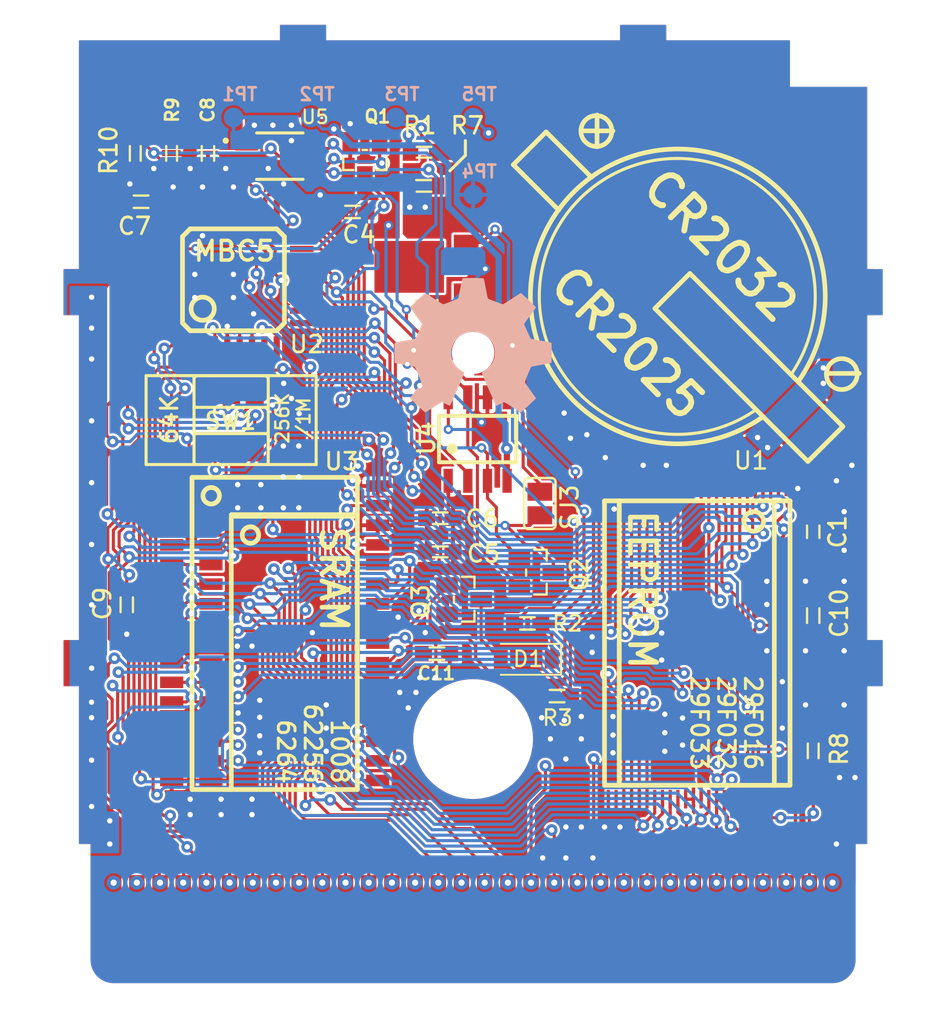
<source format=kicad_pcb>
(kicad_pcb (version 20240108) (generator "pcbnew") (generator_version "8.0")
  (layers (0 "F.Cu" signal) (31 "B.Cu" signal) (34 "B.Paste" user) (35 "F.Paste" user) (36 "B.SilkS" user "B.Silkscreen") (37 "F.SilkS" user "F.Silkscreen") (38 "B.Mask" user) (39 "F.Mask" user) (44 "Edge.Cuts" user))
  (net 0 "")
  (net 1 "/GND")
  (net 2 "Net-(B1-Pad+)")
  (net 3 "/VCC")
  (net 4 "/VCC_SRAM")
  (net 5 "/{slash}WR")
  (net 6 "/{slash}RST")
  (net 7 "/RAM_{slash}CS_G")
  (net 8 "/D7")
  (net 9 "/D3")
  (net 10 "/D5")
  (net 11 "/D4")
  (net 12 "/A0")
  (net 13 "/A11")
  (net 14 "/A9")
  (net 15 "/A4")
  (net 16 "/A5")
  (net 17 "/A15")
  (net 18 "/A8")
  (net 19 "/{slash}RD")
  (net 20 "/D1")
  (net 21 "/A3")
  (net 22 "/A7")
  (net 23 "/A6")
  (net 24 "/{slash}CS")
  (net 25 "/A10")
  (net 26 "/D2")
  (net 27 "/D0")
  (net 28 "/A14")
  (net 29 "/SND")
  (net 30 "/A1")
  (net 31 "/A13")
  (net 32 "/A12")
  (net 33 "/A2")
  (net 34 "/CLK")
  (net 35 "/D6")
  (net 36 "Net-(Q1-G)")
  (net 37 "/RAM_{slash}CS")
  (net 38 "/CS_OUT")
  (net 39 "/VBAT")
  (net 40 "Net-(U5-SENSE)")
  (net 41 "/AA13")
  (net 42 "/SRAM_SEL1")
  (net 43 "/SRAM_SEL2")
  (net 44 "/AA14")
  (net 45 "Net-(U4-~{CS})")
  (net 46 "/RA16")
  (net 47 "/RA19")
  (net 48 "/RA20")
  (net 49 "/RA14")
  (net 50 "/RA17")
  (net 51 "/RA15")
  (net 53 "/RA18")
  (net 54 "/RA21")
  (net 55 "/AA16")
  (net 56 "/AA15")
  (net 57 "/RA22")
  (footprint "MBC5_1-4:C0603_334" (layer "F.Cu") (at 131.3511 82.2986 -90)
    (property "Reference" "C8")
    (property "Value" "0.1uF")
  )
  (footprint "MBC5_1-4:C0603_334" (layer "F.Cu") (at 126.1011 111.4986 -90)
    (property "Reference" "C9")
    (property "Value" "0.001uF")
  )
  (footprint "MBC5_1-4:SOT23" (layer "F.Cu") (at 152.59 109.44 -90)
    (property "Reference" "Q2")
    (property "Value" "2N7002")
  )
  (footprint "MBC5_1-4:GBC_CART_TABBED" (layer "F.Cu") (at 148.4011 106.7986)
    (property "Reference" "P1" (hide yes))
    (property "Value" "~" (hide yes))
    (fp_line (start -26.4 -17) (end -26.4 -14) (stroke (width 0.01)) (layer "Edge.Cuts"))
    (fp_line (start -26.4 -14) (end -25.4 -14) (stroke (width 0.01)) (layer "Edge.Cuts"))
    (fp_line (start -26.4 7) (end -26.4 10) (stroke (width 0.01)) (layer "Edge.Cuts"))
    (fp_line (start -26.4 10) (end -25.4 10) (stroke (width 0.01)) (layer "Edge.Cuts"))
    (fp_line (start -25.4 -31.8) (end -12.4 -31.8) (stroke (width 0.01)) (layer "Edge.Cuts"))
    (fp_line (start -25.4 -17) (end -26.4 -17) (stroke (width 0.01)) (layer "Edge.Cuts"))
    (fp_line (start -25.4 -17) (end -25.4 -31.8) (stroke (width 0.01)) (layer "Edge.Cuts"))
    (fp_line (start -25.4 -14) (end -25.4 7) (stroke (width 0.01)) (layer "Edge.Cuts"))
    (fp_line (start -25.4 7) (end -26.4 7) (stroke (width 0.01)) (layer "Edge.Cuts"))
    (fp_line (start -25.4 10) (end -25.4 20.21) (stroke (width 0.01)) (layer "Edge.Cuts"))
    (fp_line (start -24.65 20.21) (end -25.4 20.21) (stroke (width 0.01)) (layer "Edge.Cuts"))
    (fp_line (start -24.65 20.21) (end -24.65 27.71) (stroke (width 0.01)) (layer "Edge.Cuts"))
    (fp_line (start -23.15 29.21) (end 23.35 29.21) (stroke (width 0.01)) (layer "Edge.Cuts"))
    (fp_line (start -12.4 -32.8) (end -12.4 -31.8) (stroke (width 0.01)) (layer "Edge.Cuts"))
    (fp_line (start -9.4 -32.8) (end -12.4 -32.8) (stroke (width 0.01)) (layer "Edge.Cuts"))
    (fp_line (start -9.4 -31.8) (end -9.4 -32.8) (stroke (width 0.01)) (layer "Edge.Cuts"))
    (fp_line (start -9.4 -31.8) (end 9.6 -31.8) (stroke (width 0.01)) (layer "Edge.Cuts"))
    (fp_line (start 9.6 -32.8) (end 9.6 -31.8) (stroke (width 0.01)) (layer "Edge.Cuts"))
    (fp_line (start 12.6 -32.8) (end 9.6 -32.8) (stroke (width 0.01)) (layer "Edge.Cuts"))
    (fp_line (start 12.6 -31.8) (end 12.6 -32.8) (stroke (width 0.01)) (layer "Edge.Cuts"))
    (fp_line (start 12.6 -31.8) (end 20.6 -31.8) (stroke (width 0.01)) (layer "Edge.Cuts"))
    (fp_line (start 20.6 -31.8) (end 20.6 -28.79) (stroke (width 0.01)) (layer "Edge.Cuts"))
    (fp_line (start 20.6 -28.79) (end 25.6 -28.79) (stroke (width 0.01)) (layer "Edge.Cuts"))
    (fp_line (start 24.85 20.21) (end 25.6 20.21) (stroke (width 0.01)) (layer "Edge.Cuts"))
    (fp_line (start 24.85 27.71) (end 24.85 20.21) (stroke (width 0.01)) (layer "Edge.Cuts"))
    (fp_line (start 25.6 -28.79) (end 25.6 -17) (stroke (width 0.01)) (layer "Edge.Cuts"))
    (fp_line (start 25.6 -17) (end 26.6 -17) (stroke (width 0.01)) (layer "Edge.Cuts"))
    (fp_line (start 25.6 -14) (end 25.6 7) (stroke (width 0.01)) (layer "Edge.Cuts"))
    (fp_line (start 25.6 7) (end 26.6 7) (stroke (width 0.01)) (layer "Edge.Cuts"))
    (fp_line (start 25.6 10) (end 25.6 20.21) (stroke (width 0.01)) (layer "Edge.Cuts"))
    (fp_line (start 26.6 -17) (end 26.6 -14) (stroke (width 0.01)) (layer "Edge.Cuts"))
    (fp_line (start 26.6 -14) (end 25.6 -14) (stroke (width 0.01)) (layer "Edge.Cuts"))
    (fp_line (start 26.6 7) (end 26.6 10) (stroke (width 0.01)) (layer "Edge.Cuts"))
    (fp_line (start 26.6 10) (end 25.6 10) (stroke (width 0.01)) (layer "Edge.Cuts"))
    (fp_arc (start -23.15 29.21) (mid -24.21066 28.77066) (end -24.65 27.71) (stroke (width 0.01)) (layer "Edge.Cuts"))
    (fp_arc (start 24.85 27.71) (mid 24.41066 28.77066) (end 23.35 29.21) (stroke (width 0.01)) (layer "Edge.Cuts"))
  )
  (footprint "MBC5_1-4:R0603" (layer "F.Cu") (at 129.0011 82.2986 -90)
    (property "Reference" "R9")
    (property "Value" "~")
  )
  (footprint "MBC5_1-4:QFP-32" (layer "F.Cu") (at 133.0011 90.4986)
    (property "Reference" "U2")
    (property "Value" "~")
  )
  (footprint "MBC5_1-4:SJ" (layer "F.Cu") (at 152.82 104.972 -90)
    (property "Reference" "SJ3")
    (property "Value" "~")
  )
  (footprint "MBC5_1-4:SOT23" (layer "F.Cu") (at 141.5011 82.7486 180)
    (property "Reference" "Q1")
    (property "Value" "2N7002")
  )
  (footprint "MBC5_1-4:C0603_334" (layer "F.Cu") (at 146.14 114.68)
    (property "Reference" "C11")
    (property "Value" "0.001uF")
  )
  (footprint "MBC5_1-4:C0603_334" (layer "F.Cu") (at 146.3511 105.9236)
    (property "Reference" "C6")
    (property "Value" "10uF")
  )
  (footprint "MBC5_1-4:SO32L_L" (layer "F.Cu") (at 137.0011 113.9986 -90)
    (property "Reference" "U3")
    (property "Value" "~")
  )
  (footprint "MBC5_1-4:SJ_2" (layer "F.Cu") (at 132.8511 97.7486)
    (property "Reference" "SJ1" (hide yes))
    (property "Value" "~")
  )
  (footprint "custom_connectors:ANDA-T1035_vib_motor" (layer "F.Cu") (at 147.3164 89.66)
    (property "Reference" "M1")
    (property "Value" "Motor_DC" (hide yes))
  )
  (footprint "" (layer "F.Cu") (at 151.18 112.72)
    (property "Reference" "")
    (property "Value" "")
  )
  (footprint "MBC5_1-4:TSOP-48" (layer "F.Cu") (at 163.0011 113.9986 -90)
    (property "Reference" "U1")
    (property "Value" "29F016")
  )
  (footprint "MBC5_1-4:CR2025" (layer "F.Cu") (at 161.390618 91.220963 -45)
    (property "Reference" "B1" (hide yes))
    (property "Value" "CR2025" (hide yes))
  )
  (footprint "MBC5_1-4:R0603" (layer "F.Cu") (at 170.5011 120.9986 -90)
    (property "Reference" "R8")
    (property "Value" "~")
  )
  (footprint "MBC5_1-4:C0603_334" (layer "F.Cu") (at 170.5011 112.1986 90)
    (property "Reference" "C10")
    (property "Value" "0.001uF")
  )
  (footprint "MBC5_1-4:C0603_334" (layer "F.Cu") (at 146.3511 108.0986)
    (property "Reference" "C5")
    (property "Value" "0.1uF")
  )
  (footprint "MBC5_1-4:SJ_2" (layer "F.Cu") (at 132.8511 101.4486)
    (property "Reference" "SJ2" (hide yes))
    (property "Value" "~")
  )
  (footprint "MBC5_1-4:SOIC-8" (layer "F.Cu") (at 148.795 100.8 180)
    (property "Reference" "U4" (hide yes))
    (property "Value" "MM1134" (hide yes))
  )
  (footprint "" (layer "F.Cu") (at 146.82 112.14)
    (property "Reference" "")
    (property "Value" "")
  )
  (footprint "" (layer "F.Cu") (at 146.82 110.24)
    (property "Reference" "")
    (property "Value" "")
  )
  (footprint "Diode_SMD:D_SOD-123" (layer "F.Cu") (at 151.94 115.05 180)
    (property "Reference" "D1")
    (property "Value" "D" (hide yes))
  )
  (footprint "MBC5_1-4:MSOP-10" (layer "F.Cu") (at 136.0011 82.4986)
    (property "Reference" "U5")
    (property "Value" "TPS3613")
  )
  (footprint "" (layer "F.Cu") (at 152.88 112.72)
    (property "Reference" "")
    (property "Value" "")
  )
  (footprint "MBC5_1-4:R0603" (layer "F.Cu") (at 145.3011 82.2486)
    (property "Reference" "R1")
    (property "Value" "~")
  )
  (footprint "" (layer "F.Cu") (at 154.8 117.42)
    (property "Reference" "")
    (property "Value" "")
  )
  (footprint "MBC5_1-4:C0603_334" (layer "F.Cu") (at 127.0011 85.4486 180)
    (property "Reference" "C7")
    (property "Value" "0.1uF")
  )
  (footprint "MBC5_1-4:C0603_334" (layer "F.Cu") (at 170.5011 106.8486 -90)
    (property "Reference" "C1")
    (property "Value" "0.1uF")
  )
  (footprint "" (layer "F.Cu") (at 153.1 117.42)
    (property "Reference" "")
    (property "Value" "")
  )
  (footprint "MBC5_1-4:R0603" (layer "F.Cu") (at 126.6511 82.2986 -90)
    (property "Reference" "R10")
    (property "Value" "~")
  )
  (footprint "MBC5_1-4:C0603_334" (layer "F.Cu") (at 140.72 86.1 180)
    (property "Reference" "C4")
    (property "Value" "0.1uF")
  )
  (footprint "MBC5_1-4:R0603" (layer "F.Cu") (at 145.3011 84.4236 180)
    (property "Reference" "R7")
    (property "Value" "~")
  )
  (footprint "" (layer "F.Cu") (at 149.02 111.19)
    (property "Reference" "")
    (property "Value" "")
  )
  (footprint "MBC5_1-4:B1,27_385" (layer "B.Cu") (at 143.5011 79.9986 180)
    (property "Reference" "TP3")
    (property "Value" "TPB1,27")
  )
  (footprint "BM mbc5 single game board:CONKER" (layer "B.Cu") (at 165.928465 87.699264 180)
    (property "Reference" "")
    (property "Value" "LOGO" (hide yes))
  )
  (footprint "MBC5_1-4:B1,27_385" (layer "B.Cu") (at 148.5011 79.9986 180)
    (property "Reference" "TP5")
    (property "Value" "TPB1,27")
  )
  (footprint "MBC5_1-4:B1,27_385" (layer "B.Cu") (at 133.0011 79.9986 180)
    (property "Reference" "TP1")
    (property "Value" "TPB1,27")
  )
  (footprint "MBC5_1-4:B1,27_385" (layer "B.Cu") (at 148.5011 84.9986 180)
    (property "Reference" "TP4")
    (property "Value" "TPB1,27")
  )
  (footprint "bm logo:bm2" (layer "B.Cu") (at 157.043446 87.121798 180)
    (property "Reference" "")
    (property "Value" "LOGO" (hide yes))
  )
  (footprint "bm logo:opensource" (layer "B.Cu") (at 148.49 94.74 180)
    (property "Reference" "")
    (property "Value" "LOGO" (hide yes))
  )
  (footprint "MBC5_1-4:B1,27_385" (layer "B.Cu") (at 138.0011 79.9986 180)
    (property "Reference" "TP2")
    (property "Value" "TPB1,27")
  )
  (gr_line (start 126.5511 85.8486) (end 127.5011 85.8486) (stroke (width 0.15)) (layer "F.SilkS"))
  (gr_line (start 135.2511 96.6986) (end 130.4511 96.6986) (stroke (width 0.2)) (layer "F.SilkS"))
  (gr_line (start 130.4511 96.6986) (end 130.4511 98.7486) (stroke (width 0.2)) (layer "F.SilkS"))
  (gr_line (start 140.7511 83.3986) (end 140.1011 83.3986) (stroke (width 0.15)) (layer "F.SilkS"))
  (gr_line (start 130.9511 82.7986) (end 130.9511 81.8486) (stroke (width 0.15)) (layer "F.SilkS"))
  (gr_line (start 148.59 112.61) (end 148.59 111.91) (stroke (width 0.15)) (layer "F.SilkS"))
  (gr_line (start 170.158743 102.251844) (end 172.42149 99.989104) (stroke (width 0.3)) (layer "F.SilkS"))
  (gr_line (start 144.8261 84.0486) (end 145.7761 84.0486) (stroke (width 0.15)) (layer "F.SilkS"))
  (gr_line (start 142.9011 82.5986) (end 142.9011 83.3986) (stroke (width 0.15)) (layer "F.SilkS"))
  (gr_line (start 153.46 117.03) (end 154.41 117.03) (stroke (width 0.15)) (layer "F.SilkS"))
  (gr_line (start 138.3511 102.4486) (end 135.2511 102.4486) (stroke (width 0.2)) (layer "F.SilkS"))
  (gr_line (start 151.54 112.33) (end 152.49 112.33) (stroke (width 0.15)) (layer "F.SilkS"))
  (gr_line (start 138.3511 96.6986) (end 135.2511 96.6986) (stroke (width 0.2)) (layer "F.SilkS"))
  (gr_line (start 130.4511 100.4486) (end 135.2511 100.4486) (stroke (width 0.2)) (layer "F.SilkS"))
  (gr_line (start 132.9011 105.7986) (end 141.0011 105.7986) (stroke (width 0.3)) (layer "F.SilkS"))
  (gr_line (start 153.46 117.83) (end 154.41 117.83) (stroke (width 0.15)) (layer "F.SilkS"))
  (gr_arc (start 167.259609 99.352704) (mid 155.001795 84.832134) (end 169.52235 97.089966) (stroke (width 0.3)) (layer "F.SilkS"))
  (gr_line (start 151.54 113.13) (end 152.49 113.13) (stroke (width 0.15)) (layer "F.SilkS"))
  (gr_line (start 146.8511 107.7486) (end 145.9011 107.7486) (stroke (width 0.15)) (layer "F.SilkS"))
  (gr_line (start 128.6511 82.7986) (end 128.6511 81.8486) (stroke (width 0.15)) (layer "F.SilkS"))
  (gr_line (start 170.1511 120.4986) (end 170.1511 121.4486) (stroke (width 0.15)) (layer "F.SilkS"))
  (gr_line (start 144.8511 82.5986) (end 145.8011 82.5986) (stroke (width 0.15)) (layer "F.SilkS"))
  (gr_circle (center 172.3511 96.5986) (end 173.3511 96.5986) (stroke (width 0.3)) (fill none) (layer "F.SilkS"))
  (gr_line (start 147.79 112.61) (end 148.59 112.61) (stroke (width 0.15)) (layer "F.SilkS"))
  (gr_line (start 172.42149 99.989104) (end 169.52235 97.089966) (stroke (width 0.3)) (layer "F.SilkS"))
  (gr_line (start 140.1011 83.3986) (end 140.1011 82.5986) (stroke (width 0.15)) (layer "F.SilkS"))
  (gr_line (start 170.9011 111.7486) (end 170.9011 112.6986) (stroke (width 0.15)) (layer "F.SilkS"))
  (gr_line (start 158.0011 123.1986) (end 158.0011 104.7986) (stroke (width 0.2)) (layer "F.SilkS"))
  (gr_line (start 147.0011 83.4486) (end 148.0011 82.4486) (stroke (width 0.2)) (layer "F.SilkS"))
  (gr_line (start 151.102218 83.053894) (end 154.036712 85.988388) (stroke (width 0.3)) (layer "F.SilkS"))
  (gr_line (start 134.5011 83.9986) (end 137.5011 83.9986) (stroke (width 0.2)) (layer "F.SilkS"))
  (gr_line (start 127.0011 82.7986) (end 127.0011 81.8486) (stroke (width 0.15)) (layer "F.SilkS"))
  (gr_line (start 167.259609 99.352704) (end 170.158743 102.251844) (stroke (width 0.3)) (layer "F.SilkS"))
  (gr_line (start 135.2511 96.6986) (end 135.2511 98.7486) (stroke (width 0.2)) (layer "F.SilkS"))
  (gr_line (start 170.9011 106.3986) (end 170.9011 107.1986) (stroke (width 0.15)) (layer "F.SilkS"))
  (gr_line (start 169.52235 97.089966) (end 169.062731 96.630344) (stroke (width 0.3)) (layer "F.SilkS"))
  (gr_line (start 160.25925 92.352347) (end 167.259609 99.352704) (stroke (width 0.3)) (layer "F.SilkS"))
  (gr_line (start 168.0011 123.1986) (end 168.0011 107.0986) (stroke (width 0.2)) (layer "F.SilkS"))
  (gr_line (start 127.3511 96.6986) (end 127.3511 102.4486) (stroke (width 0.2)) (layer "F.SilkS"))
  (gr_line (start 148.59 110.41) (end 148.59 109.71) (stroke (width 0.15)) (layer "F.SilkS"))
  (gr_line (start 168.0011 105.1486) (end 168.0011 104.7986) (stroke (width 0.2)) (layer "F.SilkS"))
  (gr_line (start 140.23 86.51) (end 141.18 86.51) (stroke (width 0.15)) (layer "F.SilkS"))
  (gr_line (start 129.3511 82.7986) (end 129.3511 81.8486) (stroke (width 0.15)) (layer "F.SilkS"))
  (gr_line (start 131.7511 82.7986) (end 131.7511 81.8486) (stroke (width 0.15)) (layer "F.SilkS"))
  (gr_line (start 130.4511 96.6986) (end 127.3511 96.6986) (stroke (width 0.2)) (layer "F.SilkS"))
  (gr_line (start 152.46 107.96) (end 153.26 107.96) (stroke (width 0.15)) (layer "F.SilkS"))
  (gr_line (start 153.26 110.86) (end 153.26 110.16) (stroke (width 0.15)) (layer "F.SilkS"))
  (gr_line (start 169.062731 96.630344) (end 162.52199 90.089604) (stroke (width 0.3)) (layer "F.SilkS"))
  (gr_line (start 147.26 111.39) (end 147.26 110.99) (stroke (width 0.15)) (layer "F.SilkS"))
  (gr_line (start 152.46 110.86) (end 153.26 110.86) (stroke (width 0.15)) (layer "F.SilkS"))
  (gr_line (start 162.52199 90.089604) (end 160.25925 92.352347) (stroke (width 0.3)) (layer "F.SilkS"))
  (gr_line (start 146.635 115.08) (end 145.685 115.08) (stroke (width 0.15)) (layer "F.SilkS"))
  (gr_line (start 145.9011 106.2986) (end 146.8511 106.2986) (stroke (width 0.15)) (layer "F.SilkS"))
  (gr_arc (start 166.764634 98.928441) (mid 155.398076 85.263786) (end 169.062731 96.630344) (stroke (width 0.2)) (layer "F.SilkS"))
  (gr_line (start 130.4511 98.7486) (end 130.4511 100.4486) (stroke (width 0.2)) (layer "F.SilkS"))
  (gr_line (start 170.1011 111.7486) (end 170.1011 112.6986) (stroke (width 0.15)) (layer "F.SilkS"))
  (gr_line (start 144.8511 81.8986) (end 145.8011 81.8986) (stroke (width 0.15)) (layer "F.SilkS"))
  (gr_line (start 144.8511 84.7986) (end 145.8011 84.7986) (stroke (width 0.15)) (layer "F.SilkS"))
  (gr_line (start 148.0011 82.4486) (end 148.0011 81.4986) (stroke (width 0.2)) (layer "F.SilkS"))
  (gr_line (start 130.4511 98.7486) (end 135.2511 98.7486) (stroke (width 0.2)) (layer "F.SilkS"))
  (gr_line (start 146.635 114.28) (end 145.685 114.28) (stroke (width 0.15)) (layer "F.SilkS"))
  (gr_line (start 147.79 109.71) (end 148.59 109.71) (stroke (width 0.15)) (layer "F.SilkS"))
  (gr_line (start 135.2511 98.7486) (end 135.2511 100.4486) (stroke (width 0.2)) (layer "F.SilkS"))
  (gr_line (start 138.3511 102.4486) (end 138.3511 96.6986) (stroke (width 0.2)) (layer "F.SilkS"))
  (gr_line (start 153.26 108.66) (end 153.26 107.96) (stroke (width 0.15)) (layer "F.SilkS"))
  (gr_line (start 170.1011 106.3986) (end 170.1011 107.1986) (stroke (width 0.15)) (layer "F.SilkS"))
  (gr_line (start 141.3511 82.0986) (end 141.6511 82.0986) (stroke (width 0.15)) (layer "F.SilkS"))
  (gr_line (start 153.223537 80.932572) (end 156.158031 83.867069) (stroke (width 0.3)) (layer "F.SilkS"))
  (gr_line (start 125.7011 111.0486) (end 125.7011 111.9986) (stroke (width 0.15)) (layer "F.SilkS"))
  (gr_line (start 145.9011 105.5486) (end 146.8511 105.5486) (stroke (width 0.15)) (layer "F.SilkS"))
  (gr_line (start 135.2511 102.4486) (end 130.4511 102.4486) (stroke (width 0.2)) (layer "F.SilkS"))
  (gr_line (start 126.5011 111.0486) (end 126.5011 111.9986) (stroke (width 0.15)) (layer "F.SilkS"))
  (gr_line (start 140.23 85.71) (end 141.18 85.71) (stroke (width 0.15)) (layer "F.SilkS"))
  (gr_line (start 126.5511 85.0486) (end 127.5011 85.0486) (stroke (width 0.15)) (layer "F.SilkS"))
  (gr_line (start 130.4511 100.4486) (end 130.4511 102.4486) (stroke (width 0.2)) (layer "F.SilkS"))
  (gr_line (start 134.5011 80.9986) (end 137.5011 80.9986) (stroke (width 0.2)) (layer "F.SilkS"))
  (gr_line (start 146.8511 108.4486) (end 145.9011 108.4486) (stroke (width 0.15)) (layer "F.SilkS"))
  (gr_line (start 151.93 109.64) (end 151.93 109.24) (stroke (width 0.15)) (layer "F.SilkS"))
  (gr_line (start 170.8511 120.4986) (end 170.8511 121.4486) (stroke (width 0.15)) (layer "F.SilkS"))
  (gr_line (start 153.223537 80.932572) (end 151.102218 83.053894) (stroke (width 0.3)) (layer "F.SilkS"))
  (gr_line (start 126.3011 82.7986) (end 126.3011 81.8486) (stroke (width 0.15)) (layer "F.SilkS"))
  (gr_line (start 142.2511 83.3986) (end 142.9011 83.3986) (stroke (width 0.15)) (layer "F.SilkS"))
  (gr_circle (center 156.4761 80.8736) (end 157.4761 80.8736) (stroke (width 0.3)) (fill none) (layer "F.SilkS"))
  (gr_line (start 135.2511 100.4486) (end 135.2511 102.4486) (stroke (width 0.2)) (layer "F.SilkS"))
  (gr_line (start 130.4511 102.4486) (end 127.3511 102.4486) (stroke (width 0.2)) (layer "F.SilkS"))
  (gr_text "Q3" (at 145.88 112.92 90) (layer "F.Cu") (effects (font (size 0.001 1.5) (thickness 0.3) (bold yes)) (justify left bottom)))
  (gr_text "256K\n/1M" (at 136.8511 99.4486 90) (layer "F.SilkS") (effects (font (size 0.85 0.85))))
  (gr_text "CR2025" (at 163.91 98.24 315) (layer "F.SilkS") (effects (font (size 2.125 2.125) (thickness 0.375)) (justify right top)))
  (gr_text "-" (at 170.58 94.77 0) (layer "F.SilkS") (effects (font (size 2.7 2.7) (thickness 0.3)) (justify left top)))
  (gr_text "+" (at 154.65 82.24 0) (layer "F.SilkS") (effects (font (size 2.7 2.7) (thickness 0.3)) (justify left bottom)))
  (gr_text "Q3" (at 145.76 112.51 90) (layer "F.SilkS") (effects (font (size 1.09474 1.09474) (thickness 0.17526)) (justify left bottom)))
  (gr_text "EEPROM" (at 158.4511 105.2486 270) (layer "F.SilkS") (effects (font (size 1.7 1.7) (thickness 0.3)) (justify left bottom)))
  (gr_text "1008\n62256\n6264" (at 140.5011 123.1986 270) (layer "F.SilkS") (effects (font (size 1.0795 1.0795) (thickness 0.1905)) (justify right top)))
  (gr_text "R3" (at 152.89 119.42 0) (layer "F.SilkS") (effects (font (size 1 1)) (justify left bottom)))
  (gr_text "64K" (at 128.8511 99.5486 90) (layer "F.SilkS") (effects (font (size 1.0795 1.0795) (thickness 0.1905))))
  (gr_text "U4" (at 144.85 101.95 90) (layer "F.SilkS") (effects (font (size 1.0795 1.0795) (thickness 0.1905)) (justify left top)))
  (gr_text "MBC5" (at 130.309671 87.8986 0) (layer "F.SilkS") (effects (font (size 1.275 1.275) (thickness 0.225)) (justify left top)))
  (gr_text "29F016\n29F032\n29F033" (at 162.5011 115.9986 270) (layer "F.SilkS") (effects (font (size 1.0795 1.0795) (thickness 0.1905)) (justify left bottom)))
  (gr_text "SW1" (at 132.81 99.64 0) (layer "F.SilkS") (effects (font (size 1.0795 1.0795) (thickness 0.1905))))
  (gr_text "CR2032" (at 169.9 91.94 315) (layer "F.SilkS") (effects (font (size 2.125 2.125) (thickness 0.375)) (justify right top)))
  (gr_text "SRAM" (at 138.5011 106.2986 270) (layer "F.SilkS") (effects (font (size 1.7 1.7) (thickness 0.3)) (justify left bottom)))
  (gr_text "R2" (at 153.53 113.32 0) (layer "F.SilkS") (effects (font (size 1 1)) (justify left bottom)))
  (segment (start 146.89 103.5) (end 146.89 105.6125) (width 0.2) (layer "F.Cu") (net 1))
  (segment (start 132.6011 94.9136) (end 132.6011 93.507) (width 0.2032) (layer "F.Cu") (net 1))
  (segment (start 172.0011 125.9986) (end 173.0011 124.9986) (width 0.5) (layer "F.Cu") (net 1))
  (segment (start 133.364706 122.8886) (end 134.7011 121.552207) (width 0.5) (layer "F.Cu") (net 1))
  (segment (start 130.9511 83.5486) (end 131.0011 83.5986) (width 0.2032) (layer "F.Cu") (net 1))
  (segment (start 162.7511 122.9986) (end 162.5011 122.7486) (width 0.2032) (layer "F.Cu") (net 1))
  (segment (start 134.7011 121.552207) (end 134.7011 117.6986) (width 0.5) (layer "F.Cu") (net 1))
  (segment (start 140.5511 81.6486) (end 140.5511 80.3986) (width 0.4) (layer "F.Cu") (net 1))
  (segment (start 131.3511 83.1486) (end 130.9511 83.5486) (width 0.2032) (layer "F.Cu") (net 1))
  (segment (start 140.1511 84.4089) (end 140.5511 84.0089) (width 0.2032) (layer "F.Cu") (net 1))
  (segment (start 131.0011 86.0836) (end 131.0011 84.4986) (width 0.2032) (layer "F.Cu") (net 1))
  (segment (start 126.1511 84.4486) (end 126.1511 85.4486) (width 0.2032) (layer "F.Cu") (net 1))
  (segment (start 126.3011 84.2986) (end 126.1511 84.4486) (width 0.2032) (layer "F.Cu") (net 1))
  (segment (start 162.7511 124.0986) (end 162.7511 122.9986) (width 0.2032) (layer "F.Cu") (net 1))
  (segment (start 172.0011 131.8086) (end 172.0011 125.9986) (width 1.5) (layer "F.Cu") (net 1))
  (segment (start 140.1511 84.4236) (end 140.1511 84.4089) (width 0.2032) (layer "F.Cu") (net 1))
  (segment (start 146.89 105.6125) (end 147.2011 105.9236) (width 0.2) (layer "F.Cu") (net 1))
  (segment (start 139.87 84.7047) (end 140.1511 84.4236) (width 0.2032) (layer "F.Cu") (net 1))
  (segment (start 126.6511 83.9486) (end 126.3011 84.2986) (width 0.2032) (layer "F.Cu") (net 1))
  (segment (start 140.5511 84.0089) (end 140.5511 81.6486) (width 0.2032) (layer "F.Cu") (net 1))
  (segment (start 126.6511 83.1486) (end 126.6511 83.9486) (width 0.2032) (layer "F.Cu") (net 1))
  (segment (start 126.1011 112.3486) (end 126.1011 113.4236) (width 0.2032) (layer "F.Cu") (net 1))
  (segment (start 139.87 86.1297) (end 139.87 84.7047) (width 0.2032) (layer "F.Cu") (net 1))
  (via (at 168.5011 119.4986) (size 0.7564) (drill 0.35) (layers "F.Cu" "B.Cu") (net 1))
  (via (at 131.0011 84.4986) (size 0.7564) (drill 0.35) (layers "F.Cu" "B.Cu") (net 1))
  (via (at 160.9011 118.5986) (size 0.7564) (drill 0.35) (layers "F.Cu" "B.Cu") (net 1))
  (via (at 157.5511 118.7486) (size 0.7564) (drill 0.35) (layers "F.Cu" "B.Cu") (net 1))
  (via (at 132.8511 112.3486) (size 0.7564) (drill 0.35) (layers "F.Cu" "B.Cu") (net 1))
  (via (at 135.2511 83.2986) (size 0.7564) (drill 0.35) (layers "F.Cu" "B.Cu") (net 1))
  (via (at 134.3011 92.6986) (size 0.7564) (drill 0.35) (layers "F.Cu" "B.Cu") (net 1))
  (via (at 162.0511 120.5986) (size 0.7564) (drill 0.35) (layers "F.Cu" "B.Cu") (net 1))
  (via (at 154.5011 125.8986) (size 0.7564) (drill 0.35) (layers "F.Cu" "B.Cu") (net 1))
  (via (at 155.5011 120.1986) (size 0.7564) (drill 0.35) (layers "F.Cu" "B.Cu") (net 1))
  (via (at 172.5011 105.4986) (size 0.7564) (drill 0.35) (layers "F.Cu" "B.Cu") (net 1))
  (via (at 170.0011 109.9986) (size 0.7564) (drill 0.35) (layers "F.Cu" "B.Cu") (net 1))
  (via (at 167.5011 109.9986) (size 0.7564) (drill 0.35) (layers "F.Cu" "B.Cu") (net 1))
  (via (at 134.2011 114.1986) (size 0.7564) (drill 0.35) (layers "F.Cu" "B.Cu") (net 1))
  (via (at 140.5511 80.3986) (size 0.7564) (drill 0.35) (layers "F.Cu" "B.Cu") (net 1))
  (via (at 133.3011 118.5236) (size 0.7564) (drill 0.35) (layers "F.Cu" "B.Cu") (net 1))
  (via (at 162.0511 118.8486) (size 0.7564) (drill 0.35) (layers "F.Cu" "B.Cu") (net 1))
  (via (at 133.0011 91.6486) (size 0.7564) (drill 0.35) (layers "F.Cu" "B.Cu") (net 1))
  (via (at 160.7011 115.0986) (size 0.7564) (drill 0.35) (layers "F.Cu" "B.Cu") (net 1))
  (via (at 126.1011 113.4236) (size 0.7564) (drill 0.35) (layers "F.Cu" "B.Cu") (net 1))
  (via (at 169.5011 103.9986) (size 0.7564) (drill 0.35) (layers "F.Cu" "B.Cu") (net 1))
  (via (at 130.5011 90.1486) (size 0.7564) (drill 0.35) (layers "F.Cu" "B.Cu") (net 1))
  (via (at 134.7011 121.0986) (size 0.7564) (drill 0.35) (layers "F.Cu" "B.Cu") (net 1))
  (via (at 159.6011 113.3486) (size 0.7564) (drill 0.35) (layers "F.Cu" "B.Cu") (net 1))
  (via (at 143.757118 117.191) (size 0.7564) (drill 0.35) (layers "F.Cu" "B.Cu") (net 1))
  (via (at 133.0011 84.4986) (size 0.7564) (drill 0.35) (layers "F.Cu" "B.Cu") (net 1))
  (via (at 133.2761 105.2486) (size 0.7564) (drill 0.35) (layers "F.Cu" "B.Cu") (net 1))
  (via (at 138.61 85.01) (size 0.7564) (drill 0.35) (layers "F.Cu" "B.Cu") (net 1))
  (via (at 155.5011 125.8986) (size 0.7564) (drill 0.35) (layers "F.Cu" "B.Cu") (net 1))
  (via (at 153.0011 127.8986) (size 0.7564) (drill 0.35) (layers "F.Cu" "B.Cu") (net 1))
  (via (at 143.6511 112.3236) (size 0.7564) (drill 0.35) (layers "F.Cu" "B.Cu") (net 1))
  (via (at 158.0011 125.8986) (size 0.7564) (drill 0.35) (layers "F.Cu" "B.Cu") (net 1))
  (via (at 154.8011 100.7486) (size 0.7564) (drill 0.35) (layers "F.Cu" "B.Cu") (net 1))
  (via (at 167.5011 111.4986) (size 0.7564) (drill 0.35) (layers "F.Cu" "B.Cu") (net 1))
  (via (at 130.2011 124.0986) (size 0.7564) (drill 0.35) (layers "F.Cu" "B.Cu") (net 1))
  (via (at 157.5511 119.9486) (size 0.7564) (drill 0.35) (layers "F.Cu" "B.Cu") (net 1))
  (via (at 145.4011 113.3236) (size 0.7564) (drill 0.35) (layers "F.Cu" "B.Cu") (net 1))
  (via (at 139.0011 119.4986) (size 0.7564) (drill 0.35) (layers "F.Cu" "B.Cu") (net 1))
  (via (at 133.2761 103.7486) (size 0.7564) (drill 0.35) (layers "F.Cu" "B.Cu") (net 1))
  (via (at 168.5011 116.4986) (size 0.7564) (drill 0.35) (layers "F.Cu" "B.Cu") (net 1))
  (via (at 145.057118 116.241) (size 0.7564) (drill 0.35) (layers "F.Cu" "B.Cu") (net 1))
  (via (at 136.7511 98.1736) (size 0.7564) (drill 0.35) (layers "F.Cu" "B.Cu") (net 1))
  (via (at 172.5011 117.9986) (size 0.7564) (drill 0.35) (layers "F.Cu" "B.Cu") (net 1))
  (via (at 167.5011 114.4986) (size 0.7564) (drill 0.35) (layers "F.Cu" "B.Cu") (net 1))
  (via (at 132.6011 93.507) (size 0.7564) (drill 0.35) (layers "F.Cu" "B.Cu") (net 1))
  (via (at 136.2261 105.2486) (size 0.7564) (drill 0.35) (layers "F.Cu" "B.Cu") (net 1))
  (via (at 131.0011 87.6486) (size 0.7564) (drill 0.35) (layers "F.Cu" "B.Cu") (net 1))
  (via (at 134.7761 105.2486) (size 0.7564) (drill 0.35) (layers "F.Cu" "B.Cu") (net 1))
  (via (at 152.94 118.83) (size 0.7564) (drill 0.35) (layers "F.Cu" "B.Cu") (net 1))
  (via (at 132.2011 125.0986) (size 0.7564) (drill 0.35) (layers "F.Cu" "B.Cu") (net 1))
  (via (at 136.2511 97.1986) (size 0.7564) (drill 0.35) (layers "F.Cu" "B.Cu") (net 1))
  (via (at 132.5011 83.2986) (size 0.7564) (drill 0.35) (layers "F.Cu" "B.Cu") (net 1))
  (via (at 161.0011 102.4986) (size 0.7564) (drill 0.35) (layers "F.Cu" "B.Cu") (net 1))
  (via (at 136.2511 84.2986) (size 0.7564) (drill 0.35) (layers "F.Cu" "B.Cu") (net 1))
  (via (at 173.0011 102.4986) (size 0.7564) (drill 0.35) (layers "F.Cu" "B.Cu") (net 1))
  (via (at 144.807118 117.191) (size 0.7564) (drill 0.35) (layers "F.Cu" "B.Cu") (net 1))
  (via (at 153.5011 120.1986) (size 0.7564) (drill 0.35) (layers "F.Cu" "B.Cu") (net 1))
  (via (at 155.86 100.52) (size 0.7564) (drill 0.35) (layers "F.Cu" "B.Cu") (net 1))
  (via (at 126.3011 84.2986) (size 0.7564) (drill 0.35) (layers "F.Cu" "B.Cu") (net 1))
  (via (at 157.6205 105.33) (size 0.7564) (drill 0.35) (layers "F.Cu" "B.Cu") (net 1))
  (via (at 134.7011 117.6986) (size 0.7564) (drill 0.35) (layers "F.Cu" "B.Cu") (net 1))
  (via (at 133.0011 90.1486) (size 0.7564) (drill 0.35) (layers "F.Cu" "B.Cu") (net 1))
  (via (at 139.0011 117.9986) (size 0.7564) (drill 0.35) (layers "F.Cu" "B.Cu") (net 1))
  (via (at 130.5011 91.6486) (size 0.7564) (drill 0.35) (layers "F.Cu" "B.Cu") (net 1))
  (via (at 154.5011 121.4986) (size 0.7564) (drill 0.35) (layers "F.Cu" "B.Cu") (net 1))
  (via (at 134.7011 118.7986) (size 0.7564) (drill 0.35) (layers "F.Cu" "B.Cu") (net 1))
  (via (at 154.3906 99.12) (size 0.7564) (drill 0.35) (layers "F.Cu" "B.Cu") (net 1))
  (via (at 159.5011 102.4986) (size 0.7564) (drill 0.35) (layers "F.Cu" "B.Cu") (net 1))
  (via (at 170.0011 117.9986) (size 0.7564) (drill 0.35) (layers "F.Cu" "B.Cu") (net 1))
  (via (at 156.2011 114.5986) (size 0.7564) (drill 0.35) (layers "F.Cu" "B.Cu") (net 1))
  (via (at 130.2011 125.0986) (size 0.7564) (drill 0.35) (layers "F.Cu" "B.Cu") (net 1))
  (via (at 137.2261 101.2486) (size 0.7564) (drill 0.35) (layers "F.Cu" "B.Cu") (net 1))
  (via (at 137.2261 103.2486) (size 0.7564) (drill 0.35) (layers "F.Cu" "B.Cu") (net 1))
  (via (at 172.0011 103.4986) (size 0.7564) (drill 0.35) (layers "F.Cu" "B.Cu") (net 1))
  (via (at 130.2011 83.2986) (size 0.7564) (drill 0.35) (layers "F.Cu" "B.Cu") (net 1))
  (via (at 157.5511 121.0986) (size 0.7564) (drill 0.35) (layers "F.Cu" "B.Cu") (net 1))
  (via (at 154.4 119) (size 0.7564) (drill 0.35) (layers "F.Cu" "B.Cu") (net 1))
  (via (at 144.307118 118.191) (size 0.7564) (drill 0.35) (layers "F.Cu" "B.Cu") (net 1))
  (via (at 172.5011 107.9986) (size 0.7564) (drill 0.35) (layers "F.Cu" "B.Cu") (net 1))
  (via (at 156.2011 113.5986) (size 0.7564) (drill 0.35) (layers "F.Cu" "B.Cu") (net 1))
  (via (at 146.057118 116.241) (size 0.7564) (drill 0.35) (layers "F.Cu" "B.Cu") (net 1))
  (via (at 160.9011 119.7986) (size 0.7564) (drill 0.35) (layers "F.Cu" "B.Cu") (net 1))
  (via (at 160.7011 113.3486) (size 0.7564) (drill 0.35) (layers "F.Cu" "B.Cu") (net 1))
  (via (at 137.2511 99.1486) (size 0.7564) (drill 0.35) (layers "F.Cu" "B.Cu") (net 1))
  (via (at 157.0011 125.8986) (size 0.7564) (drill 0.35) (layers "F.Cu" "B.Cu") (net 1))
  (via (at 138.1011 113.3236) (size 0.7564) (drill 0.35) (layers "F.Cu" "B.Cu") (net 1))
  (via (at 136.2261 101.2486) (size 0.7564) (drill 0.35) (layers "F.Cu" "B.Cu") (net 1))
  (via (at 129.1011 84.4986) (size 0.7564) (drill 0.35) (layers "F.Cu" "B.Cu") (net 1))
  (via (at 154.5011 127.8986) (size 0.7564) (drill 0.35) (layers "F.Cu" "B.Cu") (net 1))
  (via (at 132.2011 124.0986) (size 0.7564) (drill 0.35) (layers "F.Cu" "B.Cu") (net 1))
  (via (at 160.9011 120.9986) (size 0.7564) (drill 0.35) (layers "F.Cu" "B.Cu") (net 1))
  (via (at 127.8511 83.2986) (size 0.7564) (drill 0.35) (layers "F.Cu" "B.Cu") (net 1))
  (via (at 134.2011 124.0986) (size 0.7564) (drill 0.35) (layers "F.Cu" "B.Cu") (net 1))
  (via (at 170.0011 114.4986) (size 0.7564) (drill 0.35) (layers "F.Cu" "B.Cu") (net 1))
  (via (at 133.2511 114.1986) (size 0.7564) (drill 0.35) (layers "F.Cu" "B.Cu") (net 1))
  (via (at 156.2511 127.8986) (size 0.7564) (drill 0.35) (layers "F.Cu" "B.Cu") (net 1))
  (via (at 173.2011 122.6986) (size 0.7564) (drill 0.35) (layers "F.Cu" "B.Cu") (net 1))
  (via (at 134.2011 125.0986) (size 0.7564) (drill 0.35) (layers "F.Cu" "B.Cu") (net 1))
  (via (at 134.7011 119.9986) (size 0.7564) (drill 0.35) (layers "F.Cu" "B.Cu") (net 1))
  (via (at 136.2261 103.2486) (size 0.7564) (drill 0.35) (layers "F.Cu" "B.Cu") (net 1))
  (via (at 139.0011 120.9986) (size 0.7564) (drill 0.35) (layers "F.Cu" "B.Cu") (net 1))
  (via (at 172.2011 122.6986) (size 0.7564) (drill 0.35) (layers "F.Cu" "B.Cu") (net 1))
  (via (at 137.2261 105.2486) (size 0.7564) (drill 0.35) (layers "F.Cu" "B.Cu") (net 1))
  (via (at 157.0511 101.9986) (size 0.7564) (drill 0.35) (layers "F.Cu" "B.Cu") (net 1))
  (via (at 134.7761 103.7486) (size 0.7564) (drill 0.35) (layers "F.Cu" "B.Cu") (net 1))
  (via (at 172.0011 126.9986) (size 0.7564) (drill 0.35) (layers "F.Cu" "B.Cu") (net 1))
  (via (at 155.5011 118.7486) (size 0.7564) (drill 0.35) (layers "F.Cu" "B.Cu") (net 1))
  (via (at 172.5011 114.4986) (size 0.7564) (drill 0.35) (layers "F.Cu" "B.Cu") (net 1))
  (via (at 172.5011 109.9986) (size 0.7564) (drill 0.35) (layers "F.Cu" "B.Cu") (net 1))
  (segment (start 134.7011 117.6986) (end 135.4011 116.9986) (width 0.5) (layer "B.Cu") (net 1))
  (segment (start 143.5011 116.9986) (end 143.564718 116.9986) (width 0.2032) (layer "B.Cu") (net 1))
  (segment (start 135.4011 116.9986) (end 143.5011 116.9986) (width 0.5) (layer "B.Cu") (net 1))
  (segment (start 143.564718 116.9986) (end 143.757118 117.191) (width 0.2032) (layer "B.Cu") (net 1))
  (segment (start 152.905334 82.735682) (end 152.5011 82.331447) (width 0.2032) (layer "F.Cu") (net 2))
  (segment (start 152.0511 82.4486) (end 146.3511 82.4486) (width 0.6) (layer "F.Cu") (net 2))
  (segment (start 152.5011 81.9986) (end 152.0511 82.4486) (width 0.5) (layer "F.Cu") (net 2))
  (segment (start 146.1511 82.1426) (end 145.1511 81.1426) (width 0.2032) (layer "F.Cu") (net 2))
  (segment (start 152.5011 82.331447) (end 152.5011 81.9986) (width 0.2032) (layer "F.Cu") (net 2))
  (segment (start 146.1511 82.2486) (end 146.1511 82.1426) (width 0.2032) (layer "F.Cu") (net 2))
  (segment (start 145.1511 80.6926) (end 145.1511 81.1426) (width 0.2032) (layer "F.Cu") (net 2))
  (segment (start 146.1511 82.2486) (end 146.3511 82.4486) (width 0.6) (layer "F.Cu") (net 2))
  (via (at 145.1511 80.6926) (size 0.7564) (drill 0.35) (layers "F.Cu" "B.Cu") (net 2))
  (segment (start 144.9011 80.4426) (end 143.5011 80.4426) (width 0.2032) (layer "B.Cu") (net 2))
  (segment (start 143.5011 80.4426) (end 143.5011 79.9986) (width 0.2032) (layer "B.Cu") (net 2))
  (segment (start 145.1511 80.6926) (end 144.9011 80.4426) (width 0.2032) (layer "B.Cu") (net 2))
  (segment (start 144.66 95.06) (end 144.82 95.06) (width 0.2) (layer "F.Cu") (net 3))
  (segment (start 155.6705 105.5095) (end 155.6705 110.8095) (width 0.2) (layer "F.Cu") (net 3))
  (segment (start 165.0011 75.9986) (end 169.0011 79.9986) (width 0.5) (layer "F.Cu") (net 3))
  (segment (start 169.481525 120.1486) (end 170.5011 120.1486) (width 0.2032) (layer "F.Cu") (net 3))
  (segment (start 152.92 112.76) (end 153.59 113.43) (width 0.2) (layer "F.Cu") (net 3))
  (segment (start 155.22 106.31) (end 155.22 110.18) (width 0.2) (layer "F.Cu") (net 3))
  (segment (start 151.05 94.74) (end 151.05 94.75) (width 0.2) (layer "F.Cu") (net 3))
  (segment (start 164.9011 102.8986) (end 164.5011 102.4986) (width 0.4) (layer "F.Cu") (net 3))
  (segment (start 153.63 111.77) (end 152.13 111.77) (width 0.2) (layer "F.Cu") (net 3))
  (segment (start 172.0011 79.9986) (end 173.0011 80.9986) (width 0.5) (layer "F.Cu") (net 3))
  (segment (start 168.2743 120.855825) (end 168.7743 120.855825) (width 0.2032) (layer "F.Cu") (net 3))
  (segment (start 169.481525 120.1486) (end 168.7743 120.855825) (width 0.2032) (layer "F.Cu") (net 3))
  (segment (start 152.13 111.77) (end 151.18 112.72) (width 0.2) (layer "F.Cu") (net 3))
  (segment (start 155.22 110.18) (end 153.63 111.77) (width 0.2) (layer "F.Cu") (net 3))
  (segment (start 170.5011 103.6986) (end 169.7011 102.8986) (width 0.4) (layer "F.Cu") (net 3))
  (segment (start 146.89 98.1) (end 146.9 98.11) (width 0.2) (layer "F.Cu") (net 3))
  (segment (start 169.0011 79.9986) (end 172.0011 79.9986) (width 0.5) (layer "F.Cu") (net 3))
  (segment (start 149.7571 76.0546) (end 149.7011 75.9986) (width 0.4) (layer "F.Cu") (net 3))
  (segment (start 169.0011 102.8986) (end 164.9011 102.8986) (width 0.4) (layer "F.Cu") (net 3))
  (segment (start 125.0011 126.9986) (end 124.0011 125.9986) (width 0.5) (layer "F.Cu") (net 3))
  (segment (start 151.04 94.74) (end 151.05 94.74) (width 0.2) (layer "F.Cu") (net 3))
  (segment (start 148.053 91.753) (end 151.04 94.74) (width 0.2) (layer "F.Cu") (net 3))
  (segment (start 155.6705 110.8095) (end 153.72 112.76) (width 0.2) (layer "F.Cu") (net 3))
  (segment (start 153.59 113.43) (end 153.59 115.05) (width 0.2) (layer "F.Cu") (net 3))
  (segment (start 144.82 95.06) (end 146.89 97.13) (width 0.2) (layer "F.Cu") (net 3))
  (segment (start 169.0011 102.8986) (end 167.5511 101.3486) (width 0.2032) (layer "F.Cu") (net 3))
  (segment (start 170.5011 120.1486) (end 170.2879 120.1486) (width 0.2032) (layer "F.Cu") (net 3))
  (segment (start 146.89 100.19) (end 146.9 100.2) (width 0.2) (layer "F.Cu") (net 3))
  (segment (start 155.6705 105.4505) (end 155.7 105.48) (width 0.2) (layer "F.Cu") (net 3))
  (segment (start 163.2511 121.918613) (end 164.305312 120.8644) (width 0.2032) (layer "F.Cu") (net 3))
  (segment (start 153.72 112.76) (end 152.92 112.76) (width 0.2) (layer "F.Cu") (net 3))
  (segment (start 146.9 98.11) (end 146.9 100.18) (width 0.2) (layer "F.Cu") (net 3))
  (segment (start 173.0011 80.9986) (end 173.0011 91.2986) (width 0.5) (layer "F.Cu") (net 3))
  (segment (start 170.5011 105.9986) (end 170.5011 103.6986) (width 0.4) (layer "F.Cu") (net 3))
  (segment (start 125.0011 128.4986) (end 125.0011 126.9986) (width 0.2032) (layer "F.Cu") (net 3))
  (segment (start 146.89 97.13) (end 146.89 98.1) (width 0.2) (layer "F.Cu") (net 3))
  (segment (start 149.7011 75.9986) (end 165.0011 75.9986) (width 0.5) (layer "F.Cu") (net 3))
  (segment (start 169.7011 102.8986) (end 169.0011 102.8986) (width 0.4) (layer "F.Cu") (net 3))
  (segment (start 124.0011 76.9986) (end 125.0011 75.9986) (width 0.5) (layer "F.Cu") (net 3))
  (segment (start 125.0011 131.8086) (end 125.0011 128.4986) (width 1.5) (layer "F.Cu") (net 3))
  (segment (start 148.053 91.2348) (end 148.053 91.753) (width 0.2) (layer "F.Cu") (net 3))
  (segment (start 125.0011 75.9986) (end 149.7011 75.9986) (width 0.5) (layer "F.Cu") (net 3))
  (segment (start 155.7 105.48) (end 155.6705 105.5095) (width 0.2) (layer "F.Cu") (net 3))
  (segment (start 155.025325 106.115325) (end 155.22 106.31) (width 0.2) (layer "F.Cu") (net 3))
  (segment (start 146.9 100.18) (end 146.89 100.19) (width 0.2) (layer "F.Cu") (net 3))
  (via (at 123.8261 117.8236) (size 0.7564) (drill 0.35) (layers "F.Cu" "B.Cu") (net 3))
  (via (at 123.8261 107.6236) (size 0.7564) (drill 0.35) (layers "F.Cu" "B.Cu") (net 3))
  (via (at 167.5511 101.3486) (size 0.7564) (drill 0.35) (layers "F.Cu" "B.Cu") (net 3))
  (via (at 171.1511 96.1986) (size 0.7564) (drill 0.35) (layers "F.Cu" "B.Cu") (net 3))
  (via (at 149.5011 80.9986) (size 0.7564) (drill 0.35) (layers "F.Cu" "B.Cu") (net 3))
  (via (at 123.8261 121.5736) (size 0.7564) (drill 0.35) (layers "F.Cu" "B.Cu") (net 3))
  (via (at 123.8261 99.6236) (size 0.7564) (drill 0.35) (layers "F.Cu" "B.Cu") (net 3))
  (via (at 143.031784 86.98) (size 0.6) (drill 0.3) (layers "F.Cu" "B.Cu") (net 3))
  (via (at 155.025325 106.115325) (size 0.6) (drill 0.3) (layers "F.Cu" "B.Cu") (net 3))
  (via (at 146.9 100.18) (size 0.6) (drill 0.3) (layers "F.Cu" "B.Cu") (net 3))
  (via (at 123.8261 93.6236) (size 0.7564) (drill 0.35) (layers "F.Cu" "B.Cu") (net 3))
  (via (at 123.8261 103.6236) (size 0.7564) (drill 0.35) (layers "F.Cu" "B.Cu") (net 3))
  (via (at 144.66 95.06) (size 0.6) (drill 0.3) (layers "F.Cu" "B.Cu") (net 3))
  (via (at 125.0011 125.4986) (size 0.7564) (drill 0.35) (layers "F.Cu" "B.Cu") (net 3))
  (via (at 171.1511 97.1986) (size 0.7564) (drill 0.35) (layers "F.Cu" "B.Cu") (net 3))
  (via (at 123.8261 111.5236) (size 0.7564) (drill 0.35) (layers "F.Cu" "B.Cu") (net 3))
  (via (at 164.305312 120.8644) (size 0.7564) (drill 0.35) (layers "F.Cu" "B.Cu") (net 3))
  (via (at 155.7 105.48) (size 0.6) (drill 0.3) (layers "F.Cu" "B.Cu") (net 3))
  (via (at 123.8261 95.6236) (size 0.7564) (drill 0.35) (layers "F.Cu" "B.Cu") (net 3))
  (via (at 166.9011 100.6986) (size 0.7564) (drill 0.35) (layers "F.Cu" "B.Cu") (net 3))
  (via (at 123.8261 124.5736) (size 0.7564) (drill 0.35) (layers "F.Cu" "B.Cu") (net 3))
  (via (at 123.8261 115.6236) (size 0.7564) (drill 0.35) (layers "F.Cu" "B.Cu") (net 3))
  (via (at 125.0011 126.9986) (size 0.7564) (drill 0.35) (layers "F.Cu" "B.Cu") (net 3))
  (via (at 168.2743 120.855825) (size 0.7564) (drill 0.35) (layers "F.Cu" "B.Cu") (net 3))
  (via (at 123.8261 91.6236) (size 0.7564) (drill 0.35) (layers "F.Cu" "B.Cu") (net 3))
  (via (at 151.05 94.74) (size 0.6) (drill 0.3) (layers "F.Cu" "B.Cu") (net 3))
  (via (at 123.8261 118.8236) (size 0.7564) (drill 0.35) (layers "F.Cu" "B.Cu") (net 3))
  (segment (start 149.6024 101.7224) (end 149.6024 101.141188) (width 0.2) (layer "B.Cu") (net 3))
  (segment (start 149.6024 101.141188) (end 148.641212 100.18) (width 0.2) (layer "B.Cu") (net 3))
  (segment (start 143.9824 92.9724) (end 144.66 93.65) (width 0.2) (layer "B.Cu") (net 3))
  (segment (start 142.87 87.141784) (end 142.87 91.53) (width 0.2) (layer "B.Cu") (net 3))
  (segment (start 168.265725 120.8644) (end 168.2743 120.855825) (width 0.2032) (layer "B.Cu") (net 3))
  (segment (start 153.995325 106.115325) (end 149.6024 101.7224) (width 0.2) (layer "B.Cu") (net 3))
  (segment (start 148.5011 79.9986) (end 149.5011 80.9986) (width 0.2032) (layer "B.Cu") (net 3))
  (segment (start 144.66 93.65) (end 144.66 95.06) (width 0.2) (layer "B.Cu") (net 3))
  (segment (start 151.05 94.74) (end 151.05 100.889868) (width 0.2) (layer "B.Cu") (net 3))
  (segment (start 155.640132 105.48) (end 155.7 105.48) (width 0.2) (layer "B.Cu") (net 3))
  (segment (start 148.641212 100.18) (end 146.9 100.18) (width 0.2) (layer "B.Cu") (net 3))
  (segment (start 143.031784 86.98) (end 142.87 87.141784) (width 0.2) (layer "B.Cu") (net 3))
  (segment (start 143.231784 91.891784) (end 143.231784 92.242996) (width 0.2) (layer "B.Cu") (net 3))
  (segment (start 155.025325 106.115325) (end 153.995325 106.115325) (width 0.2) (layer "B.Cu") (net 3))
  (segment (start 142.87 91.53) (end 143.231784 91.891784) (width 0.2) (layer "B.Cu") (net 3))
  (segment (start 151.05 100.889868) (end 155.640132 105.48) (width 0.2) (layer "B.Cu") (net 3))
  (segment (start 143.231784 92.242996) (end 143.961188 92.9724) (width 0.2) (layer "B.Cu") (net 3))
  (segment (start 143.961188 92.9724) (end 143.9824 92.9724) (width 0.2) (layer "B.Cu") (net 3))
  (segment (start 164.305312 120.8644) (end 168.265725 120.8644) (width 0.2032) (layer "B.Cu") (net 3))
  (segment (start 149.29 89.79) (end 150.63 88.45) (width 0.2) (layer "F.Cu") (net 4))
  (segment (start 142.3311 101.4231) (end 142.3311 103.8386) (width 0.2032) (layer "F.Cu") (net 4))
  (segment (start 131.8011 102.7486) (end 131.8511 102.7986) (width 0.2032) (layer "F.Cu") (net 4))
  (segment (start 144.4011 84.4736) (end 144.4011 85.7986) (width 0.2032) (layer "F.Cu") (net 4))
  (segment (start 149.43 99.33) (end 149.43 98.1) (width 0.2) (layer "F.Cu") (net 4))
  (segment (start 150.63 88.45) (end 150.63 86.94) (width 0.2) (layer "F.Cu") (net 4))
  (segment (start 142.3311 106.3786) (end 143.8811 106.3786) (width 0.2032) (layer "F.Cu") (net 4))
  (segment (start 149.05 99.71) (end 149.19 99.71) (width 0.2) (layer "F.Cu") (net 4))
  (segment (start 149.4886 85.7986) (end 145.4011 85.7986) (width 0.2) (layer "F.Cu") (net 4))
  (segment (start 131.8011 101.8486) (end 131.4011 101.4486) (width 0.2032) (layer "F.Cu") (net 4))
  (segment (start 131.3271 101.4486) (end 131.4011 101.4486) (width 0.2032) (layer "F.Cu") (net 4))
  (segment (start 144.4511 84.4236) (end 144.4011 84.4736) (width 0.2032) (layer "F.Cu") (net 4))
  (segment (start 131.8011 101.8486) (end 131.8011 102.7486) (width 0.2032) (layer "F.Cu") (net 4))
  (segment (start 141.7627 100.8547) (end 142.3311 101.4231) (width 0.2032) (layer "F.Cu") (net 4))
  (segment (start 150.63 86.94) (end 149.4886 85.7986) (width 0.2) (layer "F.Cu") (net 4))
  (segment (start 142.3311 103.8386) (end 143.0911 103.8386) (width 0.2032) (layer "F.Cu") (net 4))
  (segment (start 149.05 99.71) (end 149.43 99.33) (width 0.2) (layer "F.Cu") (net 4))
  (via (at 149.29 89.79) (size 0.6) (drill 0.3) (layers "F.Cu" "B.Cu") (net 4))
  (via (at 135.5511 80.4986) (size 0.7564) (drill 0.35) (layers "F.Cu" "B.Cu") (net 4))
  (via (at 136.7511 80.4986) (size 0.7564) (drill 0.35) (layers "F.Cu" "B.Cu") (net 4))
  (via (at 134.3511 80.4986) (size 0.7564) (drill 0.35) (layers "F.Cu" "B.Cu") (net 4))
  (via (at 141.7627 100.8547) (size 0.7564) (drill 0.35) (layers "F.Cu" "B.Cu") (net 4))
  (via (at 145.4011 85.7986) (size 0.7564) (drill 0.35) (layers "F.Cu" "B.Cu") (net 4))
  (via (at 136.7511 81.4986) (size 0.7564) (drill 0.35) (layers "F.Cu" "B.Cu") (net 4))
  (via (at 131.8511 102.7986) (size 0.7564) (drill 0.35) (layers "F.Cu" "B.Cu") (net 4))
  (via (at 144.4011 85.7986) (size 0.7564) (drill 0.35) (layers "F.Cu" "B.Cu") (net 4))
  (via (at 149.05 99.71) (size 0.6) (drill 0.3) (layers "F.Cu" "B.Cu") (net 4))
  (segment (start 131.8511 102.7986) (end 133.7261 102.7986) (width 0.2032) (layer "B.Cu") (net 4))
  (segment (start 147.0261 97.6861) (end 147.0261 92.0639) (width 0.2) (layer "B.Cu") (net 4))
  (segment (start 135.972 100.5527) (end 141.4607 100.5527) (width 0.2032) (layer "B.Cu") (net 4))
  (segment (start 149.29 89.8) (end 149.29 89.79) (width 0.2) (layer "B.Cu") (net 4))
  (segment (start 147.0261 92.0639) (end 149.29 89.8) (width 0.2) (layer "B.Cu") (net 4))
  (segment (start 133.0011 79.9986) (end 133.0011 81.4986) (width 0.2032) (layer "B.Cu") (net 4))
  (segment (start 141.4607 100.5527) (end 141.7627 100.8547) (width 0.2032) (layer "B.Cu") (net 4))
  (segment (start 149.3 89.79) (end 149.27 89.82) (width 0.2) (layer "B.Cu") (net 4))
  (segment (start 149.05 99.71) (end 147.0261 97.6861) (width 0.2) (layer "B.Cu") (net 4))
  (segment (start 149.29 89.79) (end 149.3 89.79) (width 0.2) (layer "B.Cu") (net 4))
  (segment (start 135.972 100.5527) (end 133.7261 102.7986) (width 0.2032) (layer "B.Cu") (net 4))
  (segment (start 124.174668 119.50625) (end 124.8047 118.876219) (width 0.2) (layer "F.Cu") (net 5))
  (segment (start 124.6185 115.1713) (end 124.6185 109.292013) (width 0.2) (layer "F.Cu") (net 5))
  (segment (start 126.5067 96.4986) (end 126.5067 98.526475) (width 0.2) (layer "F.Cu") (net 5))
  (segment (start 126.5067 92.8486) (end 126.5067 96.4986) (width 0.2032) (layer "F.Cu") (net 5))
  (segment (start 124.8761 106.5578) (end 124.8761 108.5328) (width 0.2) (layer "F.Cu") (net 5))
  (segment (start 124.599668 123.797169) (end 124.599668 121.0586) (width 0.2) (layer "F.Cu") (net 5))
  (segment (start 126.1011 110.6486) (end 126.1011 109.733888) (width 0.2) (layer "F.Cu") (net 5))
  (segment (start 124.9011 108.5578) (end 124.9011 109.009413) (width 0.2) (layer "F.Cu") (net 5))
  (segment (start 125.5095 102.176575) (end 126.8783 100.807775) (width 0.2) (layer "F.Cu") (net 5))
  (segment (start 124.9011 108.5578) (end 124.8761 108.5328) (width 0.2) (layer "F.Cu") (net 5))
  (segment (start 124.599668 123.797169) (end 128.2011 127.3986) (width 0.2) (layer "F.Cu") (net 5))
  (segment (start 140.9011 107.6486) (end 142.3311 107.6486) (width 0.2) (layer "F.Cu") (net 5))
  (segment (start 125.5095 105.9244) (end 125.5095 102.176575) (width 0.2) (layer "F.Cu") (net 5))
  (segment (start 126.5067 98.526475) (end 126.8783 98.898075) (width 0.2) (layer "F.Cu") (net 5))
  (segment (start 128.2011 127.3986) (end 128.2011 131.9586) (width 0.2) (layer "F.Cu") (net 5))
  (segment (start 127.6567 91.6986) (end 126.5067 92.8486) (width 0.2032) (layer "F.Cu") (net 5))
  (segment (start 128.5861 91.6986) (end 127.6567 91.6986) (width 0.2032) (layer "F.Cu") (net 5))
  (segment (start 124.6185 109.292013) (end 124.9011 109.009413) (width 0.2) (layer "F.Cu") (net 5))
  (segment (start 125.5095 105.9244) (end 124.8761 106.5578) (width 0.2) (layer "F.Cu") (net 5))
  (segment (start 124.8047 118.876219) (end 124.8047 117.792332) (width 0.2) (layer "F.Cu") (net 5))
  (segment (start 124.5499 115.951669) (end 124.5499 115.2399) (width 0.2) (layer "F.Cu") (net 5))
  (segment (start 124.599668 121.0586) (end 124.174668 120.6336) (width 0.2) (layer "F.Cu") (net 5))
  (segment (start 124.174668 120.6336) (end 124.174668 119.50625) (width 0.2) (layer "F.Cu") (net 5))
  (segment (start 124.5499 115.2399) (end 124.6185 115.1713) (width 0.2) (layer "F.Cu") (net 5))
  (segment (start 124.174668 116.3269) (end 124.5499 115.951669) (width 0.2) (layer "F.Cu") (net 5))
  (segment (start 124.174668 117.1623) (end 124.174668 116.3269) (width 0.2) (layer "F.Cu") (net 5))
  (segment (start 126.1011 109.733888) (end 126.2631 109.571888) (width 0.2) (layer "F.Cu") (net 5))
  (segment (start 140.8511 107.5986) (end 140.9011 107.6486) (width 0.2) (layer "F.Cu") (net 5))
  (segment (start 126.8783 98.898075) (end 126.8783 100.807775) (width 0.2) (layer "F.Cu") (net 5))
  (segment (start 124.8047 117.792332) (end 124.174668 117.1623) (width 0.2) (layer "F.Cu") (net 5))
  (segment (start 128.2511 131.7086) (end 128.2011 131.9586) (width 0.2032) (layer "F.Cu") (net 5))
  (via (at 140.8511 107.5986) (size 0.7564) (drill 0.35) (layers "F.Cu" "B.Cu") (net 5))
  (via (at 126.2631 109.571888) (size 0.7564) (drill 0.35) (layers "F.Cu" "B.Cu") (net 5))
  (via (at 124.9011 108.5578) (size 0.7564) (drill 0.35) (layers "F.Cu" "B.Cu") (net 5))
  (segment (start 132.729375 107.6986) (end 132.275775 108.1522) (width 0.2) (layer "B.Cu") (net 5))
  (segment (start 125.224012 108.5578) (end 124.9011 108.5578) (width 0.2) (layer "B.Cu") (net 5))
  (segment (start 126.523225 107.774763) (end 125.979775 107.774763) (width 0.2) (layer "B.Cu") (net 5))
  (segment (start 125.5955 108.186313) (end 125.236512 108.5453) (width 0.2) (layer "B.Cu") (net 5))
  (segment (start 125.979775 107.774763) (end 125.5955 108.159038) (width 0.2) (layer "B.Cu") (net 5))
  (segment (start 140.391875 107.5986) (end 140.291875 107.6986) (width 0.2) (layer "B.Cu") (net 5))
  (segment (start 140.8511 107.5986) (end 140.391875 107.5986) (width 0.2) (layer "B.Cu") (net 5))
  (segment (start 126.900662 108.1522) (end 126.523225 107.774763) (width 0.2) (layer "B.Cu") (net 5))
  (segment (start 126.2631 109.571888) (end 125.236512 108.5453) (width 0.2) (layer "B.Cu") (net 5))
  (segment (start 140.8511 107.5986) (end 140.8511 107.6486) (width 0.2) (layer "B.Cu") (net 5))
  (segment (start 125.5955 108.159038) (end 125.5955 108.186313) (width 0.2) (layer "B.Cu") (net 5))
  (segment (start 140.291875 107.6986) (end 132.729375 107.6986) (width 0.2) (layer "B.Cu") (net 5))
  (segment (start 132.275775 108.1522) (end 126.900662 108.1522) (width 0.2) (layer "B.Cu") (net 5))
  (segment (start 125.236512 108.5453) (end 125.224012 108.5578) (width 0.2) (layer "B.Cu") (net 5))
  (segment (start 140.6571 99.420325) (end 140.0495 100.027925) (width 0.2) (layer "F.Cu") (net 6))
  (segment (start 170.5011 113.0486) (end 170.5011 112.8486) (width 0.2) (layer "F.Cu") (net 6))
  (segment (start 140.0495 91.669276) (end 140.0495 97.369275) (width 0.2) (layer "F.Cu") (net 6))
  (segment (start 140.6571 97.976875) (end 140.6571 99.420325) (width 0.2) (layer "F.Cu") (net 6))
  (segment (start 167.0511 112.8486) (end 166.986112 112.8486) (width 0.2032) (layer "F.Cu") (net 6))
  (segment (start 144.559902 95.96) (end 145.69 97.090098) (width 0.2) (layer "F.Cu") (net 6))
  (segment (start 144.24 95.96) (end 144.559902 95.96) (width 0.2) (layer "F.Cu") (net 6))
  (segment (start 140.0495 97.369275) (end 140.6571 97.976875) (width 0.2) (layer "F.Cu") (net 6))
  (segment (start 142.724704 85.7182) (end 142.724704 85.224704) (width 0.2032) (layer "F.Cu") (net 6))
  (segment (start 148.16 103.025) (end 147.565 102.43) (width 0.2) (layer "F.Cu") (net 6))
  (segment (start 145.69 97.090098) (end 145.69 100.555) (width 0.2) (layer "F.Cu") (net 6))
  (segment (start 168.7511 131.7086) (end 168.7511 126.3986) (width 0.2032) (layer "F.Cu") (net 6))
  (segment (start 138.43157 90.0986) (end 137.4161 90.0986) (width 0.2) (layer "F.Cu") (net 6))
  (segment (start 139.676887 91.296663) (end 139.629633 91.296663) (width 0.2) (layer "F.Cu") (net 6))
  (segment (start 145.69 100.555) (end 148.16 103.025) (width 0.2) (layer "F.Cu") (net 6))
  (segment (start 167.6167 117.532938) (end 166.7107 116.626938) (width 0.2032) (layer "F.Cu") (net 6))
  (segment (start 139.629633 91.296663) (end 138.43157 90.0986) (width 0.2) (layer "F.Cu") (net 6))
  (segment (start 140.0495 104.1114) (end 140.3531 104.415) (width 0.2) (layer "F.Cu") (net 6))
  (segment (start 167.0511 112.8486) (end 170.5011 112.8486) (width 0.2) (layer "F.Cu") (net 6))
  (segment (start 166.7107 116.626938) (end 166.7107 113.124013) (width 0.2032) (layer "F.Cu") (net 6))
  (segment (start 142.724704 85.224704) (end 141.5011 84.0011) (width 0.2032) (layer "F.Cu") (net 6))
  (segment (start 141.5011 84.0011) (end 141.5011 83.8486) (width 0.2032) (layer "F.Cu") (net 6))
  (segment (start 140.4081 104.47) (end 140.3531 104.415) (width 0.2) (layer "F.Cu") (net 6))
  (segment (start 169.3511 125.7986) (end 169.3511 122.862613) (width 0.2032) (layer "F.Cu") (net 6))
  (segment (start 167.6167 121.128213) (end 167.6167 117.532938) (width 0.2032) (layer "F.Cu") (net 6))
  (segment (start 168.7511 126.3986) (end 169.3511 125.7986) (width 0.2032) (layer "F.Cu") (net 6))
  (segment (start 148.16 103.5) (end 148.16 103.025) (width 0.2) (layer "F.Cu") (net 6))
  (segment (start 139.676887 91.296663) (end 140.0495 91.669276) (width 0.2) (layer "F.Cu") (net 6))
  (segment (start 140.0495 100.027925) (end 140.0495 104.1114) (width 0.2) (layer "F.Cu") (net 6))
  (segment (start 166.986112 112.8486) (end 166.7107 113.124013) (width 0.2032) (layer "F.Cu") (net 6))
  (segment (start 169.3511 122.862613) (end 167.6167 121.128213) (width 0.2032) (layer "F.Cu") (net 6))
  (via (at 144.24 95.96) (size 0.6) (drill 0.3) (layers "F.Cu" "B.Cu") (net 6))
  (via (at 140.3531 104.415) (size 0.7564) (drill 0.35) (layers "F.Cu" "B.Cu") (net 6))
  (via (at 142.724704 85.7182) (size 0.7564) (drill 0.35) (layers "F.Cu" "B.Cu") (net 6))
  (via (at 139.676887 91.296663) (size 0.7564) (drill 0.35) (layers "F.Cu" "B.Cu") (net 6))
  (via (at 167.0511 112.8486) (size 0.7564) (drill 0.35) (layers "F.Cu" "B.Cu") (net 6))
  (segment (start 142.347562 88.78735) (end 142.347562 89.675462) (width 0.2032) (layer "B.Cu") (net 6))
  (segment (start 142.85 92.258496) (end 141.888167 91.296663) (width 0.2) (layer "B.Cu") (net 6))
  (segment (start 141.96235 88.402138) (end 142.347562 88.78735) (width 0.2032) (layer "B.Cu") (net 6))
  (segment (start 165.6011 110.0986) (end 165.6011 111.3986) (width 0.2) (layer "B.Cu") (net 6))
  (segment (start 142.85 94.57) (end 142.85 92.258496) (width 0.2) (layer "B.Cu") (net 6))
  (segment (start 156.772637 109.6346) (end 165.1371 109.6346) (width 0.2) (layer "B.Cu") (net 6))
  (segment (start 139.986575 91.296663) (end 139.676887 91.296663) (width 0.2) (layer "B.Cu") (net 6))
  (segment (start 148.292325 110.1162) (end 156.291037 110.1162) (width 0.2) (layer "B.Cu") (net 6))
  (segment (start 165.6011 111.3986) (end 167.0511 112.8486) (width 0.2) (layer "B.Cu") (net 6))
  (segment (start 140.5011 104.415) (end 140.546625 104.415) (width 0.2) (layer "B.Cu") (net 6))
  (segment (start 141.888167 91.296663) (end 139.676887 91.296663) (width 0.2) (layer "B.Cu") (net 6))
  (segment (start 142.253024 89.77) (end 141.513238 89.77) (width 0.2032) (layer "B.Cu") (net 6))
  (segment (start 165.6011 110.0986) (end 165.1371 109.6346) (width 0.2) (layer "B.Cu") (net 6))
  (segment (start 140.3531 104.415) (end 140.5011 104.415) (width 0.2) (layer "B.Cu") (net 6))
  (segment (start 141.513238 89.77) (end 139.986575 91.296663) (width 0.2) (layer "B.Cu") (net 6))
  (segment (start 141.96235 86.480554) (end 141.96235 88.402138) (width 0.2032) (layer "B.Cu") (net 6))
  (segment (start 156.291037 110.1162) (end 156.772637 109.6346) (width 0.2) (layer "B.Cu") (net 6))
  (segment (start 146.058137 108.425) (end 144.958775 107.325638) (width 0.2) (layer "B.Cu") (net 6))
  (segment (start 143.254237 107.325638) (end 141.0091 105.0805) (width 0.2) (layer "B.Cu") (net 6))
  (segment (start 142.347562 89.675462) (end 142.253024 89.77) (width 0.2032) (layer "B.Cu") (net 6))
  (segment (start 141.0091 104.923) (end 140.5011 104.415) (width 0.2) (layer "B.Cu") (net 6))
  (segment (start 141.0091 105.0805) (end 141.0091 104.923) (width 0.2) (layer "B.Cu") (net 6))
  (segment (start 144.958775 107.325638) (end 143.254237 107.325638) (width 0.2) (layer "B.Cu") (net 6))
  (segment (start 142.724704 85.7182) (end 141.96235 86.480554) (width 0.2032) (layer "B.Cu") (net 6))
  (segment (start 144.24 95.96) (end 142.85 94.57) (width 0.2) (layer "B.Cu") (net 6))
  (segment (start 146.601125 108.425) (end 146.058137 108.425) (width 0.2) (layer "B.Cu") (net 6))
  (segment (start 148.292325 110.1162) (end 146.601125 108.425) (width 0.2) (layer "B.Cu") (net 6))
  (segment (start 145.2261 97.8124) (end 144.5073 98.5312) (width 0.2) (layer "F.Cu") (net 7))
  (segment (start 151.88 107.63) (end 152.53 107.63) (width 0.2) (layer "F.Cu") (net 7))
  (segment (start 143.234381 116.545988) (end 143.226993 116.5386) (width 0.2) (layer "F.Cu") (net 7))
  (segment (start 150.5624 106.3922) (end 150.6422 106.3922) (width 0.2) (layer "F.Cu") (net 7))
  (segment (start 141.0815 115.7986) (end 141.0815 109.256613) (width 0.2) (layer "F.Cu") (net 7))
  (segment (start 141.0815 109.256613) (end 139.8221 107.997213) (width 0.2) (layer "F.Cu") (net 7))
  (segment (start 145.636037 83.363663) (end 146.1511 83.878725) (width 0.2) (layer "F.Cu") (net 7))
  (segment (start 144.5073 98.5312) (end 144.5073 98.7812) (width 0.2) (layer "F.Cu") (net 7))
  (segment (start 141.8215 116.5386) (end 141.0815 115.7986) (width 0.2) (layer "F.Cu") (net 7))
  (segment (start 139.6971 98.5526) (end 140.0011 98.2486) (width 0.2) (layer "F.Cu") (net 7))
  (segment (start 153.69 108.79) (end 153.69 109.44) (width 0.2) (layer "F.Cu") (net 7))
  (segment (start 150.6422 106.3922) (end 151.88 107.63) (width 0.2) (layer "F.Cu") (net 7))
  (segment (start 152.53 107.63) (end 153.69 108.79) (width 0.2) (layer "F.Cu") (net 7))
  (segment (start 150.5624 106.3922) (end 152.1618 106.3922) (width 0.2) (layer "F.Cu") (net 7))
  (segment (start 145.051263 97.343165) (end 145.2261 97.518002) (width 0.2) (layer "F.Cu") (net 7))
  (segment (start 145.2261 97.518002) (end 145.2261 97.8124) (width 0.2) (layer "F.Cu") (net 7))
  (segment (start 139.8221 107.997213) (end 139.8221 106.680125) (width 0.2) (layer "F.Cu") (net 7))
  (segment (start 152.1618 106.3922) (end 152.82 105.734) (width 0.2) (layer "F.Cu") (net 7))
  (segment (start 145.100369 114.68) (end 143.234381 116.545988) (width 0.2) (layer "F.Cu") (net 7))
  (segment (start 146.1511 83.878725) (end 146.1511 84.4236) (width 0.2) (layer "F.Cu") (net 7))
  (segment (start 138.1511 83.4986) (end 139.4085 83.4986) (width 0.2032) (layer "F.Cu") (net 7))
  (segment (start 143.226993 116.5386) (end 142.3311 116.5386) (width 0.2) (layer "F.Cu") (net 7))
  (segment (start 139.8221 106.680125) (end 139.6971 106.555125) (width 0.2) (layer "F.Cu") (net 7))
  (segment (start 139.6971 106.555125) (end 139.6971 98.5526) (width 0.2) (layer "F.Cu") (net 7))
  (segment (start 139.4085 83.4986) (end 139.5011 83.5912) (width 0.2032) (layer "F.Cu") (net 7))
  (segment (start 142.3311 116.5386) (end 141.8215 116.5386) (width 0.2) (layer "F.Cu") (net 7))
  (segment (start 145.29 114.68) (end 145.100369 114.68) (width 0.2) (layer "F.Cu") (net 7))
  (via (at 144.5073 98.7812) (size 0.7564) (drill 0.35) (layers "F.Cu" "B.Cu") (net 7))
  (via (at 145.051263 97.343165) (size 0.7564) (drill 0.35) (layers "F.Cu" "B.Cu") (net 7))
  (via (at 150.5624 106.3922) (size 0.6) (drill 0.3) (layers "F.Cu" "B.Cu") (net 7))
  (via (at 140.0011 98.2486) (size 0.7564) (drill 0.35) (layers "F.Cu" "B.Cu") (net 7))
  (via (at 139.5011 83.5912) (size 0.7564) (drill 0.35) (layers "F.Cu" "B.Cu") (net 7))
  (via (at 145.636037 83.363663) (size 0.7564) (drill 0.35) (layers "F.Cu" "B.Cu") (net 7))
  (segment (start 144.5073 100.822059) (end 144.5073 98.7812) (width 0.2) (layer "B.Cu") (net 7))
  (segment (start 144.5073 98.7812) (end 144.3297 98.7812) (width 0.2) (layer "B.Cu") (net 7))
  (segment (start 140.0011 98.2486) (end 140.7471 97.5026) (width 0.2) (layer "B.Cu") (net 7))
  (segment (start 144.8689 88.1308) (end 146.0963 86.9034) (width 0.2) (layer "B.Cu") (net 7))
  (segment (start 140.7471 97.5026) (end 143.0511 97.5026) (width 0.2) (layer "B.Cu") (net 7))
  (segment (start 144.3297 98.7812) (end 143.0511 97.5026) (width 0.2) (layer "B.Cu") (net 7))
  (segment (start 145.636037 83.363663) (end 143.116025 83.363663) (width 0.2032) (layer "B.Cu") (net 7))
  (segment (start 145.051263 95.459949) (end 145.5399 94.971312) (width 0.2) (layer "B.Cu") (net 7))
  (segment (start 145.051263 97.343165) (end 145.051263 95.459949) (width 0.2) (layer "B.Cu") (net 7))
  (segment (start 145.5399 94.971312) (end 145.5399 89.6374) (width 0.2) (layer "B.Cu") (net 7))
  (segment (start 139.5011 83.5912) (end 139.5161 83.6062) (width 0.2032) (layer "B.Cu") (net 7))
  (segment (start 146.0963 83.823925) (end 145.636037 83.363663) (width 0.2) (layer "B.Cu") (net 7))
  (segment (start 142.873487 83.6062) (end 143.116025 83.363663) (width 0.2032) (layer "B.Cu") (net 7))
  (segment (start 144.8689 88.9664) (end 144.8689 88.1308) (width 0.2) (layer "B.Cu") (net 7))
  (segment (start 149.552068 106.3922) (end 145.812137 102.652269) (width 0.2) (layer "B.Cu") (net 7))
  (segment (start 150.5624 106.3922) (end 149.552068 106.3922) (width 0.2) (layer "B.Cu") (net 7))
  (segment (start 146.0963 86.9034) (end 146.0963 83.823925) (width 0.2) (layer "B.Cu") (net 7))
  (segment (start 142.873487 83.6062) (end 139.5161 83.6062) (width 0.2032) (layer "B.Cu") (net 7))
  (segment (start 145.812137 102.126896) (end 144.5073 100.822059) (width 0.2) (layer "B.Cu") (net 7))
  (segment (start 145.5399 89.6374) (end 144.8689 88.9664) (width 0.2) (layer "B.Cu") (net 7))
  (segment (start 145.812137 102.652269) (end 145.812137 102.126896) (width 0.2) (layer "B.Cu") (net 7))
  (segment (start 143.4181 118.3546) (end 143.4181 121.1546) (width 0.2) (layer "F.Cu") (net 8))
  (segment (start 139.4697 108.143188) (end 139.4697 106.8261) (width 0.2) (layer "F.Cu") (net 8))
  (segment (start 139.6971 92.2446) (end 138.3511 90.8986) (width 0.2) (layer "F.Cu") (net 8))
  (segment (start 167.2511 131.7086) (end 167.2511 131.1086) (width 0.2) (layer "F.Cu") (net 8))
  (segment (start 167.2289 131.0864) (end 167.2511 131.1086) (width 0.2) (layer "F.Cu") (net 8))
  (segment (start 143.6681 121.4046) (end 143.4181 121.1546) (width 0.2) (layer "F.Cu") (net 8))
  (segment (start 167.2511 126.9986) (end 167.2511 131.7086) (width 0.2) (layer "F.Cu") (net 8))
  (segment (start 142.3311 117.8086) (end 141.8141 117.8086) (width 0.2) (layer "F.Cu") (net 8))
  (segment (start 165.2511 124.9986) (end 167.2511 126.9986) (width 0.2) (layer "F.Cu") (net 8))
  (segment (start 165.2511 124.0986) (end 165.2511 124.9986) (width 0.2032) (layer "F.Cu") (net 8))
  (segment (start 165.2511 122.83565) (end 165.2353 122.81985) (width 0.2) (layer "F.Cu") (net 8))
  (segment (start 140.7291 116.7236) (end 141.8141 117.8086) (width 0.2) (layer "F.Cu") (net 8))
  (segment (start 139.4697 106.8261) (end 139.3447 106.7011) (width 0.2) (layer "F.Cu") (net 8))
  (segment (start 140.7291 109.402588) (end 140.7291 116.7236) (width 0.2) (layer "F.Cu") (net 8))
  (segment (start 139.4697 108.143188) (end 140.7291 109.402588) (width 0.2) (layer "F.Cu") (net 8))
  (segment (start 142.3311 117.8086) (end 142.8721 117.8086) (width 0.2) (layer "F.Cu") (net 8))
  (segment (start 143.4181 118.3546) (end 142.8721 117.8086) (width 0.2) (layer "F.Cu") (net 8))
  (segment (start 138.3511 90.8986) (end 137.4161 90.8986) (width 0.2) (layer "F.Cu") (net 8))
  (segment (start 139.6971 96.9526) (end 139.6971 92.2446) (width 0.2) (layer "F.Cu") (net 8))
  (segment (start 139.3447 106.7011) (end 139.3447 97.305) (width 0.2) (layer "F.Cu") (net 8))
  (segment (start 139.3447 97.305) (end 139.6971 96.9526) (width 0.2) (layer "F.Cu") (net 8))
  (segment (start 165.2511 124.0986) (end 165.2511 122.83565) (width 0.2032) (layer "F.Cu") (net 8))
  (via (at 165.2353 122.81985) (size 0.7564) (drill 0.35) (layers "F.Cu" "B.Cu") (net 8))
  (via (at 143.6681 121.4046) (size 0.7564) (drill 0.35) (layers "F.Cu" "B.Cu") (net 8))
  (segment (start 150.575631 124.6634) (end 152.640431 122.5986) (width 0.2) (layer "B.Cu") (net 8))
  (segment (start 143.6681 121.4046) (end 143.6681 121.904932) (width 0.2) (layer "B.Cu") (net 8))
  (segment (start 164.572825 123.4546) (end 165.207575 122.81985) (width 0.2) (layer "B.Cu") (net 8))
  (segment (start 163.173375 122.5986) (end 164.029375 123.4546) (width 0.2) (layer "B.Cu") (net 8))
  (segment (start 164.029375 123.4546) (end 164.572825 123.4546) (width 0.2) (layer "B.Cu") (net 8))
  (segment (start 165.207575 122.81985) (end 165.2353 122.81985) (width 0.2) (layer "B.Cu") (net 8))
  (segment (start 146.426568 124.6634) (end 143.6681 121.904932) (width 0.2) (layer "B.Cu") (net 8))
  (segment (start 146.426568 124.6634) (end 150.575631 124.6634) (width 0.2) (layer "B.Cu") (net 8))
  (segment (start 152.640431 122.5986) (end 163.173375 122.5986) (width 0.2) (layer "B.Cu") (net 8))
  (segment (start 135.8011 94.0986) (end 135.8011 94.9136) (width 0.2) (layer "F.Cu") (net 9))
  (segment (start 139.3147 117.30895) (end 139.7045 117.69875) (width 0.2) (layer "F.Cu") (net 9))
  (segment (start 142.3311 122.8886) (end 141.3911 122.8886) (width 0.2) (layer "F.Cu") (net 9))
  (segment (start 137.9351 107.285) (end 137.9351 96.1822) (width 0.2) (layer "F.Cu") (net 9))
  (segment (start 139.7045 121.202) (end 141.0761 122.5736) (width 0.2) (layer "F.Cu") (net 9))
  (segment (start 135.2981 93.5956) (end 135.8011 94.0986) (width 0.2) (layer "F.Cu") (net 9))
  (segment (start 134.8571 93.5956) (end 135.2981 93.5956) (width 0.2) (layer "F.Cu") (net 9))
  (segment (start 137.9351 96.1822) (end 137.9839 96.1334) (width 0.2) (layer "F.Cu") (net 9))
  (segment (start 161.2511 131.7086) (end 161.2511 126.96735) (width 0.2) (layer "F.Cu") (net 9))
  (segment (start 138.0601 108.727088) (end 139.3147 109.981688) (width 0.2) (layer "F.Cu") (net 9))
  (segment (start 162.302787 125.3486) (end 162.302787 125.915663) (width 0.2) (layer "F.Cu") (net 9))
  (segment (start 161.7511 124.9486) (end 162.1511 125.3486) (width 0.2) (layer "F.Cu") (net 9))
  (segment (start 139.7045 117.69875) (end 139.7045 121.202) (width 0.2) (layer "F.Cu") (net 9))
  (segment (start 138.0601 107.41) (end 137.9351 107.285) (width 0.2) (layer "F.Cu") (net 9))
  (segment (start 138.0601 108.727088) (end 138.0601 107.41) (width 0.2) (layer "F.Cu") (net 9))
  (segment (start 162.1511 125.3486) (end 162.302787 125.3486) (width 0.2) (layer "F.Cu") (net 9))
  (segment (start 141.3911 122.8886) (end 141.0761 122.5736) (width 0.2) (layer "F.Cu") (net 9))
  (segment (start 162.302787 125.915663) (end 161.2511 126.96735) (width 0.2) (layer "F.Cu") (net 9))
  (segment (start 139.3147 109.981688) (end 139.3147 117.30895) (width 0.2) (layer "F.Cu") (net 9))
  (segment (start 161.7511 124.0986) (end 161.7511 124.9486) (width 0.2032) (layer "F.Cu") (net 9))
  (via (at 141.0761 122.5736) (size 0.7564) (drill 0.35) (layers "F.Cu" "B.Cu") (net 9))
  (via (at 134.8571 93.5956) (size 0.7564) (drill 0.35) (layers "F.Cu" "B.Cu") (net 9))
  (via (at 162.302787 125.3486) (size 0.7564) (drill 0.35) (layers "F.Cu" "B.Cu") (net 9))
  (via (at 137.9839 96.1334) (size 0.7564) (drill 0.35) (layers "F.Cu" "B.Cu") (net 9))
  (segment (start 141.0761 122.5736) (end 142.2011 123.6986) (width 0.2) (layer "B.Cu") (net 9))
  (segment (start 153.176731 124.0558) (end 161.1011 124.0558) (width 0.2) (layer "B.Cu") (net 9))
  (segment (start 162.302787 125.257488) (end 161.1011 124.0558) (width 0.2) (layer "B.Cu") (net 9))
  (segment (start 162.302787 125.3486) (end 162.302787 125.257488) (width 0.2) (layer "B.Cu") (net 9))
  (segment (start 137.9339 96.1334) (end 135.3961 93.5956) (width 0.2) (layer "B.Cu") (net 9))
  (segment (start 137.9839 96.1334) (end 137.9339 96.1334) (width 0.2) (layer "B.Cu") (net 9))
  (segment (start 151.159531 126.073) (end 153.176731 124.0558) (width 0.2) (layer "B.Cu") (net 9))
  (segment (start 143.468268 123.6986) (end 142.2011 123.6986) (width 0.2) (layer "B.Cu") (net 9))
  (segment (start 145.842668 126.073) (end 151.159531 126.073) (width 0.2) (layer "B.Cu") (net 9))
  (segment (start 134.8571 93.5956) (end 135.3961 93.5956) (width 0.2) (layer "B.Cu") (net 9))
  (segment (start 143.468268 123.6986) (end 145.842668 126.073) (width 0.2) (layer "B.Cu") (net 9))
  (segment (start 140.0243 117.0218) (end 140.0243 109.694538) (width 0.2) (layer "F.Cu") (net 10))
  (segment (start 141.072375 120.6736) (end 140.4093 120.010525) (width 0.2) (layer "F.Cu") (net 10))
  (segment (start 137.4161 92.4986) (end 138.320968 92.4986) (width 0.2) (layer "F.Cu") (net 10))
  (segment (start 138.6399 97.0098) (end 138.9923 96.6574) (width 0.2) (layer "F.Cu") (net 10))
  (segment (start 141.0761 120.6736) (end 141.072375 120.6736) (width 0.2) (layer "F.Cu") (net 10))
  (segment (start 138.7649 108.435138) (end 138.7649 107.11805) (width 0.2) (layer "F.Cu") (net 10))
  (segment (start 138.7649 107.11805) (end 138.6399 106.99305) (width 0.2) (layer "F.Cu") (net 10))
  (segment (start 138.6399 106.99305) (end 138.6399 97.0098) (width 0.2) (layer "F.Cu") (net 10))
  (segment (start 164.2511 125.3986) (end 164.201656 125.4486) (width 0.2) (layer "F.Cu") (net 10))
  (segment (start 164.2511 125.497488) (end 164.201656 125.4486) (width 0.2) (layer "F.Cu") (net 10))
  (segment (start 142.3311 120.3486) (end 141.4011 120.3486) (width 0.2) (layer "F.Cu") (net 10))
  (segment (start 140.0243 109.694538) (end 138.7649 108.435138) (width 0.2) (layer "F.Cu") (net 10))
  (segment (start 140.4093 120.010525) (end 140.4093 117.4068) (width 0.2) (layer "F.Cu") (net 10))
  (segment (start 140.4093 117.4068) (end 140.0243 117.0218) (width 0.2) (layer "F.Cu") (net 10))
  (segment (start 138.9923 93.169932) (end 138.320968 92.4986) (width 0.2) (layer "F.Cu") (net 10))
  (segment (start 164.2511 124.0986) (end 164.2511 125.3986) (width 0.2032) (layer "F.Cu") (net 10))
  (segment (start 141.4011 120.3486) (end 141.0761 120.6736) (width 0.2) (layer "F.Cu") (net 10))
  (segment (start 164.2511 131.7086) (end 164.2511 125.497488) (width 0.2) (layer "F.Cu") (net 10))
  (segment (start 138.9923 96.6574) (end 138.9923 93.169932) (width 0.2) (layer "F.Cu") (net 10))
  (via (at 141.0761 120.6736) (size 0.7564) (drill 0.35) (layers "F.Cu" "B.Cu") (net 10))
  (via (at 164.201656 125.4486) (size 0.7564) (drill 0.35) (layers "F.Cu" "B.Cu") (net 10))
  (segment (start 146.134618 125.3682) (end 150.867581 125.3682) (width 0.2) (layer "B.Cu") (net 10))
  (segment (start 141.0761 120.6736) (end 143.3261 122.9236) (width 0.2) (layer "B.Cu") (net 10))
  (segment (start 143.690018 122.9236) (end 143.3261 122.9236) (width 0.2) (layer "B.Cu") (net 10))
  (segment (start 146.134618 125.3682) (end 143.690018 122.9236) (width 0.2) (layer "B.Cu") (net 10))
  (segment (start 152.884781 123.351) (end 162.2274 123.351) (width 0.2) (layer "B.Cu") (net 10))
  (segment (start 164.056237 125.179838) (end 164.056237 125.302625) (width 0.2) (layer "B.Cu") (net 10))
  (segment (start 164.056237 125.302625) (end 164.201656 125.4486) (width 0.2) (layer "B.Cu") (net 10))
  (segment (start 162.2274 123.351) (end 164.056237 125.179838) (width 0.2) (layer "B.Cu") (net 10))
  (segment (start 150.867581 125.3682) (end 152.884781 123.351) (width 0.2) (layer "B.Cu") (net 10))
  (segment (start 138.4125 107.264025) (end 138.2875 107.139025) (width 0.2) (layer "F.Cu") (net 11))
  (segment (start 141.0811 121.6186) (end 141.0761 121.6236) (width 0.2) (layer "F.Cu") (net 11))
  (segment (start 138.2875 107.139025) (end 138.2875 96.863825) (width 0.2) (layer "F.Cu") (net 11))
  (segment (start 138.4125 108.581113) (end 138.4125 107.264025) (width 0.2) (layer "F.Cu") (net 11))
  (segment (start 138.6399 93.5874) (end 138.3511 93.2986) (width 0.2) (layer "F.Cu") (net 11))
  (segment (start 138.3511 93.2986) (end 137.4161 93.2986) (width 0.2) (layer "F.Cu") (net 11))
  (segment (start 163.7511 124.8902) (end 163.2427 125.3986) (width 0.2) (layer "F.Cu") (net 11))
  (segment (start 140.0569 117.552775) (end 140.0569 120.5944) (width 0.2) (layer "F.Cu") (net 11))
  (segment (start 139.6703 116.4986) (end 139.6719 116.5002) (width 0.2) (layer "F.Cu") (net 11))
  (segment (start 139.6719 117.167775) (end 140.0569 117.552775) (width 0.2) (layer "F.Cu") (net 11))
  (segment (start 163.7511 124.0986) (end 163.7511 124.8902) (width 0.2032) (layer "F.Cu") (net 11))
  (segment (start 140.0569 120.5944) (end 141.0811 121.6186) (width 0.2) (layer "F.Cu") (net 11))
  (segment (start 162.7511 125.8902) (end 163.2427 125.3986) (width 0.2) (layer "F.Cu") (net 11))
  (segment (start 142.3311 121.6186) (end 141.0811 121.6186) (width 0.2) (layer "F.Cu") (net 11))
  (segment (start 138.6399 96.511425) (end 138.2875 96.863825) (width 0.2) (layer "F.Cu") (net 11))
  (segment (start 139.6719 116.5002) (end 139.6719 117.167775) (width 0.2) (layer "F.Cu") (net 11))
  (segment (start 138.6399 93.5874) (end 138.6399 96.511425) (width 0.2) (layer "F.Cu") (net 11))
  (segment (start 139.6703 109.838913) (end 139.6703 116.4986) (width 0.2) (layer "F.Cu") (net 11))
  (segment (start 139.6703 109.838913) (end 138.4125 108.581113) (width 0.2) (layer "F.Cu") (net 11))
  (segment (start 139.6703 116.4986) (end 139.6703 116.6678) (width 0.2) (layer "F.Cu") (net 11))
  (segment (start 162.7511 131.7086) (end 162.7511 125.8902) (width 0.2) (layer "F.Cu") (net 11))
  (via (at 163.2427 125.3986) (size 0.7564) (drill 0.35) (layers "F.Cu" "B.Cu") (net 11))
  (via (at 141.0761 121.6236) (size 0.7564) (drill 0.35) (layers "F.Cu" "B.Cu") (net 11))
  (segment (start 141.0761 121.6236) (end 142.7511 123.2986) (width 0.2) (layer "B.Cu") (net 11))
  (segment (start 151.013556 125.7206) (end 153.030756 123.7034) (width 0.2) (layer "B.Cu") (net 11))
  (segment (start 153.030756 123.7034) (end 161.7059 123.7034) (width 0.2) (layer "B.Cu") (net 11))
  (segment (start 145.988643 125.7206) (end 151.013556 125.7206) (width 0.2) (layer "B.Cu") (net 11))
  (segment (start 161.7059 123.7034) (end 163.2427 125.2402) (width 0.2) (layer "B.Cu") (net 11))
  (segment (start 143.566643 123.2986) (end 142.7511 123.2986) (width 0.2) (layer "B.Cu") (net 11))
  (segment (start 163.2427 125.2402) (end 163.2427 125.3986) (width 0.2) (layer "B.Cu") (net 11))
  (segment (start 143.566643 123.2986) (end 145.988643 125.7206) (width 0.2) (layer "B.Cu") (net 11))
  (segment (start 125.154468 116.7732) (end 125.183068 116.7446) (width 0.2) (layer "F.Cu") (net 12))
  (segment (start 124.879468 119.7982) (end 125.5095 119.168169) (width 0.2) (layer "F.Cu") (net 12))
  (segment (start 132.9511 117.7986) (end 131.5541 117.7986) (width 0.2) (layer "F.Cu") (net 12))
  (segment (start 159.7511 119.4046) (end 159.7511 118.2986) (width 0.2032) (layer "F.Cu") (net 12))
  (segment (start 130.82155 126.51905) (end 128.3433 126.51905) (width 0.2) (layer "F.Cu") (net 12))
  (segment (start 124.879468 120.34165) (end 124.879468 119.7982) (width 0.2) (layer "F.Cu") (net 12))
  (segment (start 125.304468 120.76665) (end 124.879468 120.34165) (width 0.2) (layer "F.Cu") (net 12))
  (segment (start 125.5095 117.071032) (end 125.183068 116.7446) (width 0.2) (layer "F.Cu") (net 12))
  (segment (start 160.1511 117.8986) (end 159.7511 118.2986) (width 0.2032) (layer "F.Cu") (net 12))
  (segment (start 133.3011 117.4486) (end 132.9511 117.7986) (width 0.2) (layer "F.Cu") (net 12))
  (segment (start 130.6011 117.8086) (end 130.2761 117.4836) (width 0.2) (layer "F.Cu") (net 12))
  (segment (start 130.2761 117.4836) (end 129.9511 117.8086) (width 0.2) (layer "F.Cu") (net 12))
  (segment (start 131.5441 117.8086) (end 130.6011 117.8086) (width 0.2) (layer "F.Cu") (net 12))
  (segment (start 132.7511 131.7086) (end 132.7511 128.4486) (width 0.2) (layer "F.Cu") (net 12))
  (segment (start 132.7511 128.4486) (end 130.82155 126.51905) (width 0.2) (layer "F.Cu") (net 12))
  (segment (start 128.3433 126.51905) (end 125.304468 123.480219) (width 0.2) (layer "F.Cu") (net 12))
  (segment (start 125.5095 119.168169) (end 125.5095 117.071032) (width 0.2) (layer "F.Cu") (net 12))
  (segment (start 131.5441 117.8086) (end 131.5541 117.7986) (width 0.2) (layer "F.Cu") (net 12))
  (segment (start 159.7511 124.0986) (end 159.7511 119.4046) (width 0.2) (layer "F.Cu") (net 12))
  (segment (start 125.304468 123.480219) (end 125.304468 120.76665) (width 0.2) (layer "F.Cu") (net 12))
  (segment (start 129.9511 117.8086) (end 129.0041 117.8086) (width 0.2) (layer "F.Cu") (net 12))
  (via (at 125.183068 116.7446) (size 0.7564) (drill 0.35) (layers "F.Cu" "B.Cu") (net 12))
  (via (at 133.3011 117.4486) (size 0.7564) (drill 0.35) (layers "F.Cu" "B.Cu") (net 12))
  (via (at 130.2761 117.4836) (size 0.7564) (drill 0.35) (layers "F.Cu" "B.Cu") (net 12))
  (via (at 160.1511 117.8986) (size 0.7564) (drill 0.35) (layers "F.Cu" "B.Cu") (net 12))
  (segment (start 156.397062 118.0494) (end 160.0003 118.0494) (width 0.2) (layer "B.Cu") (net 12))
  (segment (start 134.8455 116.0542) (end 133.4511 117.4486) (width 0.2032) (layer "B.Cu") (net 12))
  (segment (start 152.78005 115.4086) (end 154.78445 117.413) (width 0.2) (layer "B.Cu") (net 12))
  (segment (start 154.78445 117.413) (end 155.760662 117.413) (width 0.2) (layer "B.Cu") (net 12))
  (segment (start 133.3011 117.4486) (end 133.4511 117.4486) (width 0.2032) (layer "B.Cu") (net 12))
  (segment (start 144.7468 115.4086) (end 152.5011 115.4086) (width 0.2032) (layer "B.Cu") (net 12))
  (segment (start 160.0003 118.0494) (end 160.0011 118.0486) (width 0.2) (layer "B.Cu") (net 12))
  (segment (start 152.5011 115.4086) (end 152.533375 115.4086) (width 0.2032) (layer "B.Cu") (net 12))
  (segment (start 125.183068 116.7446) (end 125.537068 117.0986) (width 0.2) (layer "B.Cu") (net 12))
  (segment (start 155.760662 117.413) (end 156.397062 118.0494) (width 0.2) (layer "B.Cu") (net 12))
  (segment (start 160.0011 118.0486) (end 160.1511 117.8986) (width 0.2032) (layer "B.Cu") (net 12))
  (segment (start 144.1012 116.0542) (end 144.7468 115.4086) (width 0.2032) (layer "B.Cu") (net 12))
  (segment (start 134.8455 116.0542) (end 144.1012 116.0542) (width 0.2032) (layer "B.Cu") (net 12))
  (segment (start 129.8911 117.0986) (end 130.2761 117.4836) (width 0.2) (layer "B.Cu") (net 12))
  (segment (start 152.5011 115.4086) (end 152.78005 115.4086) (width 0.2) (layer "B.Cu") (net 12))
  (segment (start 125.537068 117.0986) (end 129.8911 117.0986) (width 0.2) (layer "B.Cu") (net 12))
  (segment (start 145.0011 112.2926) (end 144.3011 112.9926) (width 0.2) (layer "F.Cu") (net 13))
  (segment (start 145.0011 112.0144) (end 145.0011 111.9144) (width 0.2) (layer "F.Cu") (net 13))
  (segment (start 149.2511 128.4486) (end 145.5535 124.751) (width 0.2) (layer "F.Cu") (net 13))
  (segment (start 142.6011 112.9986) (end 143.823375 112.9986) (width 0.2) (layer "F.Cu") (net 13))
  (segment (start 137.4011 114.926325) (end 137.9761 115.501325) (width 0.2) (layer "F.Cu") (net 13))
  (segment (start 139.392478 124.107222) (end 139.3071 124.1926) (width 0.2) (layer "F.Cu") (net 13))
  (segment (start 149.2511 131.7086) (end 149.2511 128.4486) (width 0.2) (layer "F.Cu") (net 13))
  (segment (start 137.6487 122.803738) (end 137.6487 124.044575) (width 0.2) (layer "F.Cu") (net 13))
  (segment (start 137.6571 124.052975) (end 137.6571 124.4986) (width 0.2) (layer "F.Cu") (net 13))
  (segment (start 139.2571 124.1426) (end 139.3071 124.1926) (width 0.2) (layer "F.Cu") (net 13))
  (segment (start 137.6487 124.044575) (end 137.6571 124.052975) (width 0.2) (layer "F.Cu") (net 13))
  (segment (start 140.036256 124.751) (end 139.392478 124.107222) (width 0.2) (layer "F.Cu") (net 13))
  (segment (start 142.5811 112.9786) (end 142.3311 112.7286) (width 0.2032) (layer "F.Cu") (net 13))
  (segment (start 161.7511 115.54315) (end 162.15055 115.9426) (width 0.2) (layer "F.Cu") (net 13))
  (segment (start 137.6571 111.8546) (end 137.4011 111.8546) (width 0.2) (layer "F.Cu") (net 13))
  (segment (start 143.829375 112.9926) (end 144.3011 112.9926) (width 0.2) (layer "F.Cu") (net 13))
  (segment (start 137.4011 111.8546) (end 137.4011 114.926325) (width 0.2) (layer "F.Cu") (net 13))
  (segment (start 161.7511 103.8986) (end 161.7511 115.54315) (width 0.2) (layer "F.Cu") (net 13))
  (segment (start 145.5535 124.751) (end 140.036256 124.751) (width 0.2) (layer "F.Cu") (net 13))
  (segment (start 145.0011 111.9144) (end 145.0011 112.2926) (width 0.2) (layer "F.Cu") (net 13))
  (segment (start 137.9761 122.476338) (end 137.6487 122.803738) (width 0.2) (layer "F.Cu") (net 13))
  (segment (start 143.823375 112.9986) (end 143.829375 112.9926) (width 0.2) (layer "F.Cu") (net 13))
  (segment (start 142.3311 112.7286) (end 142.6011 112.9986) (width 0.2) (layer "F.Cu") (net 13))
  (segment (start 137.9761 115.501325) (end 137.9761 122.476338) (width 0.2) (layer "F.Cu") (net 13))
  (via (at 137.6571 111.8546) (size 0.7564) (drill 0.35) (layers "F.Cu" "B.Cu") (net 13))
  (via (at 162.15055 115.9426) (size 0.7564) (drill 0.35) (layers "F.Cu" "B.Cu") (net 13))
  (via (at 137.6571 124.4986) (size 0.7564) (drill 0.35) (layers "F.Cu" "B.Cu") (net 13))
  (via (at 145.0011 111.9144) (size 0.7564) (drill 0.35) (layers "F.Cu" "B.Cu") (net 13))
  (via (at 139.2571 124.1426) (size 0.7564) (drill 0.35) (layers "F.Cu" "B.Cu") (net 13))
  (segment (start 153.6511 113.2894) (end 155.6603 115.2986) (width 0.2) (layer "B.Cu") (net 13))
  (segment (start 157.8011 115.2986) (end 158.1011 115.5986) (width 0.2) (layer "B.Cu") (net 13))
  (segment (start 137.6571 111.505738) (end 138.258237 110.9046) (width 0.2) (layer "B.Cu") (net 13))
  (segment (start 145.600625 111.9144) (end 146.975625 113.2894) (width 0.2) (layer "B.Cu") (net 13))
  (segment (start 155.6603 115.2986) (end 157.8011 115.2986) (width 0.2) (layer "B.Cu") (net 13))
  (segment (start 158.1011 115.5986) (end 159.8511 115.5986) (width 0.2) (layer "B.Cu") (net 13))
  (segment (start 159.8511 115.5986) (end 160.1951 115.9426) (width 0.2) (layer "B.Cu") (net 13))
  (segment (start 144.3601 111.6065) (end 144.6932 111.6065) (width 0.2) (layer "B.Cu") (net 13))
  (segment (start 144.6932 111.6065) (end 145.0011 111.9144) (width 0.2) (layer "B.Cu") (net 13))
  (segment (start 138.0131 124.1426) (end 139.2571 124.1426) (width 0.2) (layer "B.Cu") (net 13))
  (segment (start 144.6865 111.5998) (end 144.6932 111.6065) (width 0.2) (layer "B.Cu") (net 13))
  (segment (start 142.602475 111.3152) (end 144.0688 111.3152) (width 0.2) (layer "B.Cu") (net 13))
  (segment (start 137.6571 111.8546) (end 137.6571 111.505738) (width 0.2) (layer "B.Cu") (net 13))
  (segment (start 145.0011 111.9144) (end 145.600625 111.9144) (width 0.2) (layer "B.Cu") (net 13))
  (segment (start 142.191875 110.9046) (end 142.602475 111.3152) (width 0.2) (layer "B.Cu") (net 13))
  (segment (start 138.258237 110.9046) (end 142.191875 110.9046) (width 0.2) (layer "B.Cu") (net 13))
  (segment (start 146.975625 113.2894) (end 153.6511 113.2894) (width 0.2) (layer "B.Cu") (net 13))
  (segment (start 144.0688 111.3152) (end 144.3601 111.6065) (width 0.2) (layer "B.Cu") (net 13))
  (segment (start 137.6571 124.4986) (end 138.0131 124.1426) (width 0.2) (layer "B.Cu") (net 13))
  (segment (start 160.1951 115.9426) (end 162.15055 115.9426) (width 0.2) (layer "B.Cu") (net 13))
  (segment (start 160.7511 110.885138) (end 160.5951 111.041138) (width 0.2) (layer "F.Cu") (net 14))
  (segment (start 143.2583 125.4558) (end 137.6583 125.4558) (width 0.2) (layer "F.Cu") (net 14))
  (segment (start 160.7511 103.8986) (end 160.7511 110.885138) (width 0.2) (layer "F.Cu") (net 14))
  (segment (start 137.0011 122.952963) (end 137.6237 122.330363) (width 0.2) (layer "F.Cu") (net 14))
  (segment (start 146.2511 128.4486) (end 143.2583 125.4558) (width 0.2) (layer "F.Cu") (net 14))
  (segment (start 142.9411 111.4586) (end 144.3951 110.0046) (width 0.2) (layer "F.Cu") (net 14))
  (segment (start 137.6237 122.330363) (end 137.6237 115.6473) (width 0.2) (layer "F.Cu") (net 14))
  (segment (start 142.3311 111.4586) (end 142.9411 111.4586) (width 0.2) (layer "F.Cu") (net 14))
  (segment (start 137.0011 122.952963) (end 137.0011 124.770325) (width 0.2) (layer "F.Cu") (net 14))
  (segment (start 137.6583 125.4558) (end 137.0011 124.7986) (width 0.2) (layer "F.Cu") (net 14))
  (segment (start 137.0011 109.9986) (end 137.0011 109.63775) (width 0.2032) (layer "F.Cu") (net 14))
  (segment (start 144.3951 108.686438) (end 144.3951 110.0046) (width 0.2) (layer "F.Cu") (net 14))
  (segment (start 146.2511 131.7086) (end 146.2511 128.4486) (width 0.2) (layer "F.Cu") (net 14))
  (segment (start 137.0011 110.2986) (end 137.0011 109.9986) (width 0.2032) (layer "F.Cu") (net 14))
  (segment (start 136.554825 109.16) (end 137.016837 109.622013) (width 0.2032) (layer "F.Cu") (net 14))
  (segment (start 137.0011 124.7986) (end 137.0011 124.770325) (width 0.2032) (layer "F.Cu") (net 14))
  (segment (start 137.0011 115.0247) (end 137.0011 109.9986) (width 0.2) (layer "F.Cu") (net 14))
  (segment (start 137.0011 109.63775) (end 137.016837 109.622013) (width 0.2032) (layer "F.Cu") (net 14))
  (segment (start 137.6237 115.6473) (end 137.0011 115.0247) (width 0.2) (layer "F.Cu") (net 14))
  (via (at 160.5951 111.041138) (size 0.7564) (drill 0.35) (layers "F.Cu" "B.Cu") (net 14))
  (via (at 136.554825 109.16) (size 0.7564) (drill 0.35) (layers "F.Cu" "B.Cu") (net 14))
  (via (at 144.3951 108.686438) (size 0.7564) (drill 0.35) (layers "F.Cu" "B.Cu") (net 14))
  (segment (start 147.851475 111.175) (end 146.161875 109.4854) (width 0.2) (layer "B.Cu") (net 14))
  (segment (start 136.924625 108.7902) (end 143.168775 108.7902) (width 0.2) (layer "B.Cu") (net 14))
  (segment (start 145.264987 109.4854) (end 144.466025 108.686438) (width 0.2) (layer "B.Cu") (net 14))
  (segment (start 145.264987 109.4854) (end 146.161875 109.4854) (width 0.2) (layer "B.Cu") (net 14))
  (segment (start 160.5951 111.041138) (end 160.461237 111.175) (width 0.2) (layer "B.Cu") (net 14))
  (segment (start 147.851475 111.175) (end 160.461237 111.175) (width 0.2) (layer "B.Cu") (net 14))
  (segment (start 144.3951 108.686438) (end 144.466025 108.686438) (width 0.2) (layer "B.Cu") (net 14))
  (segment (start 143.168775 108.7902) (end 143.365375 108.5936) (width 0.2) (layer "B.Cu") (net 14))
  (segment (start 136.924625 108.7902) (end 136.554825 109.16) (width 0.2032) (layer "B.Cu") (net 14))
  (segment (start 144.302262 108.5936) (end 144.3951 108.686438) (width 0.2) (layer "B.Cu") (net 14))
  (segment (start 144.302262 108.5936) (end 143.365375 108.5936) (width 0.2) (layer "B.Cu") (net 14))
  (segment (start 150.1352 116.45) (end 151.99 116.45) (width 0.2) (layer "F.Cu") (net 15))
  (segment (start 129.0041 112.7286) (end 129.6211 112.7286) (width 0.2) (layer "F.Cu") (net 15))
  (segment (start 135.2391 115.754575) (end 135.2391 113.4366) (width 0.2) (layer "F.Cu") (net 15))
  (segment (start 138.7511 131.7086) (end 138.7511 128.4586) (width 0.2) (layer "F.Cu") (net 15))
  (segment (start 138.7511 128.4586) (end 137.5103 127.2178) (width 0.2) (layer "F.Cu") (net 15))
  (segment (start 148.189232 113.68) (end 148.669232 114.16) (width 0.2) (layer "F.Cu") (net 15))
  (segment (start 145.72 112.750696) (end 146.649304 113.68) (width 0.2) (layer "F.Cu") (net 15))
  (segment (start 146.82 110.24) (end 146.82 110.3) (width 0.2) (layer "F.Cu") (net 15))
  (segment (start 135.2391 113.4366) (end 134.2011 112.3986) (width 0.2) (layer "F.Cu") (net 15))
  (segment (start 135.2375 125.529138) (end 135.2375 124.039788) (width 0.2) (layer "F.Cu") (net 15))
  (segment (start 135.8617 116.377175) (end 135.2391 115.754575) (width 0.2) (layer "F.Cu") (net 15))
  (segment (start 136.926162 127.2178) (end 135.2375 125.529138) (width 0.2) (layer "F.Cu") (net 15))
  (segment (start 146.649304 113.68) (end 148.189232 113.68) (width 0.2) (layer "F.Cu") (net 15))
  (segment (start 148.669232 114.984032) (end 150.1352 116.45) (width 0.2) (layer "F.Cu") (net 15))
  (segment (start 135.2375 124.039788) (end 135.2391 124.038188) (width 0.2) (layer "F.Cu") (net 15))
  (segment (start 135.2391 122.223088) (end 135.8617 121.600488) (width 0.2) (layer "F.Cu") (net 15))
  (segment (start 157.4169 113.263525) (end 157.7183 112.962125) (width 0.2) (layer "F.Cu") (net 15))
  (segment (start 146.82 110.3) (end 145.72 111.4) (width 0.2) (layer "F.Cu") (net 15))
  (segment (start 135.8617 121.600488) (end 135.8617 116.377175) (width 0.2) (layer "F.Cu") (net 15))
  (segment (start 134.2011 112.3986) (end 133.9011 112.3986) (width 0.2) (layer "F.Cu") (net 15))
  (segment (start 157.7183 110.996713) (end 157.7183 112.962125) (width 0.2) (layer "F.Cu") (net 15))
  (segment (start 135.2391 124.038188) (end 135.2391 122.223088) (width 0.2) (layer "F.Cu") (net 15))
  (segment (start 148.669232 114.16) (end 148.669232 114.984032) (width 0.2) (layer "F.Cu") (net 15))
  (segment (start 151.99 116.45) (end 152.99 117.45) (width 0.2) (layer "F.Cu") (net 15))
  (segment (start 130.2761 112.0736) (end 130.9311 112.7286) (width 0.2) (layer "F.Cu") (net 15))
  (segment (start 137.5103 127.2178) (end 136.926162 127.2178) (width 0.2) (layer "F.Cu") (net 15))
  (segment (start 158.2511 103.8986) (end 158.2511 110.463913) (width 0.2) (layer "F.Cu") (net 15))
  (segment (start 145.72 111.4) (end 145.72 112.750696) (width 0.2) (layer "F.Cu") (net 15))
  (segment (start 130.9311 112.7286) (end 131.5441 112.7286) (width 0.2) (layer "F.Cu") (net 15))
  (segment (start 129.6211 112.7286) (end 130.2761 112.0736) (width 0.2) (layer "F.Cu") (net 15))
  (segment (start 158.2511 110.463913) (end 157.7183 110.996713) (width 0.2) (layer "F.Cu") (net 15))
  (via (at 130.2761 112.0736) (size 0.7564) (drill 0.35) (layers "F.Cu" "B.Cu") (net 15))
  (via (at 133.9011 112.3986) (size 0.7564) (drill 0.35) (layers "F.Cu" "B.Cu") (net 15))
  (via (at 157.4169 113.263525) (size 0.7564) (drill 0.35) (layers "F.Cu" "B.Cu") (net 15))
  (segment (start 142.33785 110.5522) (end 142.74845 110.9628) (width 0.2) (layer "B.Cu") (net 15))
  (segment (start 134.1011 112.1986) (end 135.6011 112.1986) (width 0.2) (layer "B.Cu") (net 15))
  (segment (start 134.1011 112.1986) (end 133.9011 112.3986) (width 0.2) (layer "B.Cu") (net 15))
  (segment (start 130.7011 111.6486) (end 130.2761 112.0736) (width 0.2) (layer "B.Cu") (net 15))
  (segment (start 144.540525 111.2474) (end 145.432 111.2474) (width 0.2) (layer "B.Cu") (net 15))
  (segment (start 157.4169 113.263525) (end 157.090375 112.937) (width 0.2) (layer "B.Cu") (net 15))
  (segment (start 142.74845 110.9628) (end 144.214775 110.9628) (width 0.2) (layer "B.Cu") (net 15))
  (segment (start 144.533825 111.2541) (end 144.540525 111.2474) (width 0.2) (layer "B.Cu") (net 15))
  (segment (start 137.435662 111.2288) (end 138.112262 110.5522) (width 0.2) (layer "B.Cu") (net 15))
  (segment (start 145.432 111.2474) (end 147.1216 112.937) (width 0.2) (layer "B.Cu") (net 15))
  (segment (start 138.112262 110.5522) (end 142.33785 110.5522) (width 0.2) (layer "B.Cu") (net 15))
  (segment (start 133.2511 111.6486) (end 130.7011 111.6486) (width 0.2) (layer "B.Cu") (net 15))
  (segment (start 136.5709 111.2288) (end 137.435662 111.2288) (width 0.2) (layer "B.Cu") (net 15))
  (segment (start 135.6011 112.1986) (end 136.5709 111.2288) (width 0.2) (layer "B.Cu") (net 15))
  (segment (start 133.9011 112.2986) (end 133.2511 111.6486) (width 0.2) (layer "B.Cu") (net 15))
  (segment (start 147.1216 112.937) (end 157.090375 112.937) (width 0.2) (layer "B.Cu") (net 15))
  (segment (start 144.506075 111.2541) (end 144.533825 111.2541) (width 0.2) (layer "B.Cu") (net 15))
  (segment (start 133.9011 112.3986) (end 133.9011 112.2986) (width 0.2) (layer "B.Cu") (net 15))
  (segment (start 144.214775 110.9628) (end 144.506075 111.2541) (width 0.2) (layer "B.Cu") (net 15))
  (segment (start 158.7511 110.462288) (end 158.0707 111.142688) (width 0.2) (layer "F.Cu") (net 16))
  (segment (start 140.2511 131.7086) (end 140.2511 128.4236) (width 0.2) (layer "F.Cu") (net 16))
  (segment (start 158.3511 113.087925) (end 158.3511 113.42) (width 0.2) (layer "F.Cu") (net 16))
  (segment (start 129.8911 111.4586) (end 130.2761 111.0736) (width 0.2) (layer "F.Cu") (net 16))
  (segment (start 135.5915 122.369063) (end 136.2141 121.746463) (width 0.2) (layer "F.Cu") (net 16))
  (segment (start 135.5915 124.184163) (end 135.5915 122.369063) (width 0.2) (layer "F.Cu") (net 16))
  (segment (start 136.2141 121.746463) (end 136.2141 116.2312) (width 0.2) (layer "F.Cu") (net 16))
  (segment (start 138.6929 126.8654) (end 137.072137 126.8654) (width 0.2) (layer "F.Cu") (net 16))
  (segment (start 135.5899 124.185763) (end 135.5915 124.184163) (width 0.2) (layer "F.Cu") (net 16))
  (segment (start 158.0707 112.807525) (end 158.3511 113.087925) (width 0.2) (layer "F.Cu") (net 16))
  (segment (start 130.2761 111.0736) (end 130.6611 111.4586) (width 0.2) (layer "F.Cu") (net 16))
  (segment (start 137.072137 126.8654) (end 135.5899 125.383163) (width 0.2) (layer "F.Cu") (net 16))
  (segment (start 135.5899 125.383163) (end 135.5899 124.185763) (width 0.2) (layer "F.Cu") (net 16))
  (segment (start 130.6611 111.4586) (end 131.5441 111.4586) (width 0.2) (layer "F.Cu") (net 16))
  (segment (start 129.0041 111.4586) (end 129.8911 111.4586) (width 0.2) (layer "F.Cu") (net 16))
  (segment (start 158.0707 111.142688) (end 158.0707 112.807525) (width 0.2) (layer "F.Cu") (net 16))
  (segment (start 158.7511 103.8986) (end 158.7511 110.462288) (width 0.2) (layer "F.Cu") (net 16))
  (segment (start 135.5915 113.014) (end 134.0511 111.4736) (width 0.2) (layer "F.Cu") (net 16))
  (segment (start 135.5915 115.6086) (end 135.5915 113.014) (width 0.2) (layer "F.Cu") (net 16))
  (segment (start 140.2511 128.4236) (end 138.6929 126.8654) (width 0.2) (layer "F.Cu") (net 16))
  (segment (start 136.2141 116.2312) (end 135.5915 115.6086) (width 0.2) (layer "F.Cu") (net 16))
  (via (at 158.3511 113.42) (size 0.7564) (drill 0.35) (layers "F.Cu" "B.Cu") (net 16))
  (via (at 134.0511 111.4736) (size 0.7564) (drill 0.35) (layers "F.Cu" "B.Cu") (net 16))
  (via (at 130.2761 111.0736) (size 0.7564) (drill 0.35) (layers "F.Cu" "B.Cu") (net 16))
  (segment (start 145.577975 110.895) (end 147.267575 112.5846) (width 0.2) (layer "B.Cu") (net 16))
  (segment (start 137.966287 110.1998) (end 142.483825 110.1998) (width 0.2) (layer "B.Cu") (net 16))
  (segment (start 158.3511 113.12) (end 157.8157 112.5846) (width 0.2) (layer "B.Cu") (net 16))
  (segment (start 134.0511 111.4736) (end 135.7261 111.4736) (width 0.2) (layer "B.Cu") (net 16))
  (segment (start 142.894425 110.6104) (end 144.36075 110.6104) (width 0.2) (layer "B.Cu") (net 16))
  (segment (start 142.483825 110.1998) (end 142.894425 110.6104) (width 0.2) (layer "B.Cu") (net 16))
  (segment (start 135.7261 111.4736) (end 136.3233 110.8764) (width 0.2) (layer "B.Cu") (net 16))
  (segment (start 134.0511 111.4736) (end 133.8261 111.2486) (width 0.2) (layer "B.Cu") (net 16))
  (segment (start 130.4511 111.2486) (end 130.2761 111.0736) (width 0.2) (layer "B.Cu") (net 16))
  (segment (start 158.3511 113.42) (end 158.3511 113.12) (width 0.2) (layer "B.Cu") (net 16))
  (segment (start 133.8261 111.2486) (end 130.4511 111.2486) (width 0.2) (layer "B.Cu") (net 16))
  (segment (start 144.64535 110.895) (end 145.577975 110.895) (width 0.2) (layer "B.Cu") (net 16))
  (segment (start 144.36075 110.6104) (end 144.64535 110.895) (width 0.2) (layer "B.Cu") (net 16))
  (segment (start 137.289687 110.8764) (end 137.966287 110.1998) (width 0.2) (layer "B.Cu") (net 16))
  (segment (start 147.267575 112.5846) (end 157.8157 112.5846) (width 0.2) (layer "B.Cu") (net 16))
  (segment (start 136.3233 110.8764) (end 137.289687 110.8764) (width 0.2) (layer "B.Cu") (net 16))
  (segment (start 155.2511 131.7086) (end 155.2511 127.8486) (width 0.2) (layer "F.Cu") (net 17))
  (segment (start 165.2379 120.8618) (end 164.3011 121.7986) (width 0.2032) (layer "F.Cu") (net 17))
  (segment (start 163.7511 111.410732) (end 163.7511 106.52745) (width 0.2) (layer "F.Cu") (net 17))
  (segment (start 163.7511 103.8986) (end 163.7511 106.52745) (width 0.2) (layer "F.Cu") (net 17))
  (segment (start 131.8011 94.9136) (end 131.8011 93.7412) (width 0.2032) (layer "F.Cu") (net 17))
  (segment (start 156.3011 126.7986) (end 156.3011 121.4986) (width 0.2) (layer "F.Cu") (net 17))
  (segment (start 131.8011 93.7412) (end 131.6669 93.607) (width 0.2032) (layer "F.Cu") (net 17))
  (segment (start 142.4191 99.653388) (end 143.3529 100.587188) (width 0.2) (layer "F.Cu") (net 17))
  (segment (start 143.3529 101.530638) (end 143.1713 101.712238) (width 0.2) (layer "F.Cu") (net 17))
  (segment (start 142.4191 96.795) (end 142.4191 99.653388) (width 0.2) (layer "F.Cu") (net 17))
  (segment (start 142.1151 96.491) (end 142.4191 96.795) (width 0.2) (layer "F.Cu") (net 17))
  (segment (start 165.2379 112.897532) (end 163.7511 111.410732) (width 0.2) (layer "F.Cu") (net 17))
  (segment (start 143.164737 101.712238) (end 143.1713 101.712238) (width 0.2) (layer "F.Cu") (net 17))
  (segment (start 156.3011 126.7986) (end 155.2511 127.8486) (width 0.2) (layer "F.Cu") (net 17))
  (segment (start 165.2379 120.8618) (end 165.2379 114.5354) (width 0.2032) (layer "F.Cu") (net 17))
  (segment (start 165.2379 114.5354) (end 165.2379 112.897532) (width 0.2) (layer "F.Cu") (net 17))
  (segment (start 143.3529 100.587188) (end 143.3529 101.530638) (width 0.2) (layer "F.Cu") (net 17))
  (via (at 164.3011 121.7986) (size 0.7564) (drill 0.35) (layers "F.Cu" "B.Cu") (net 17))
  (via (at 156.3011 121.4986) (size 0.7564) (drill 0.35) (layers "F.Cu" "B.Cu") (net 17))
  (via (at 143.164737 101.712238) (size 0.7564) (drill 0.35) (layers "F.Cu" "B.Cu") (net 17))
  (via (at 163.7511 106.52745) (size 0.7564) (drill 0.35) (layers "F.Cu" "B.Cu") (net 17))
  (via (at 142.1151 96.491) (size 0.7564) (drill 0.35) (layers "F.Cu" "B.Cu") (net 17))
  (via (at 131.6669 93.607) (size 0.7564) (drill 0.35) (layers "F.Cu" "B.Cu") (net 17))
  (segment (start 162.423 107.8726) (end 163.7511 106.5445) (width 0.2) (layer "B.Cu") (net 17))
  (segment (start 143.164737 101.712238) (end 142.7711 102.105875) (width 0.2) (layer "B.Cu") (net 17))
  (segment (start 146.788012 106.663) (end 147.331 106.663) (width 0.2) (layer "B.Cu") (net 17))
  (segment (start 149.0222 108.3542) (end 155.561162 108.3542) (width 0.2) (layer "B.Cu") (net 17))
  (segment (start 142.7711 103.883638) (end 144.4511 105.563638) (width 0.2) (layer "B.Cu") (net 17))
  (segment (start 147.331 106.663) (end 149.0222 108.3542) (width 0.2) (layer "B.Cu") (net 17))
  (segment (start 156.6511 121.8486) (end 156.3011 121.4986) (width 0.2) (layer "B.Cu") (net 17))
  (segment (start 132.3259 94.266) (end 135.148487 94.266) (width 0.2032) (layer "B.Cu") (net 17))
  (segment (start 135.148487 94.266) (end 137.675487 96.793) (width 0.2032) (layer "B.Cu") (net 17))
  (segment (start 164.3011 121.7986) (end 164.3011 121.8486) (width 0.2) (layer "B.Cu") (net 17))
  (segment (start 155.561162 108.3542) (end 156.042762 107.8726) (width 0.2) (layer "B.Cu") (net 17))
  (segment (start 131.6669 93.607) (end 132.3259 94.266) (width 0.2032) (layer "B.Cu") (net 17))
  (segment (start 144.4511 105.563638) (end 145.68865 105.563638) (width 0.2) (layer "B.Cu") (net 17))
  (segment (start 163.7511 106.5445) (end 163.7511 106.52745) (width 0.2) (layer "B.Cu") (net 17))
  (segment (start 164.3011 121.8486) (end 156.6511 121.8486) (width 0.2) (layer "B.Cu") (net 17))
  (segment (start 142.1151 96.491) (end 141.8131 96.793) (width 0.2) (layer "B.Cu") (net 17))
  (segment (start 141.8131 96.793) (end 137.675487 96.793) (width 0.2) (layer "B.Cu") (net 17))
  (segment (start 156.042762 107.8726) (end 162.423 107.8726) (width 0.2) (layer "B.Cu") (net 17))
  (segment (start 142.7711 102.105875) (end 142.7711 103.883638) (width 0.2) (layer "B.Cu") (net 17))
  (segment (start 145.68865 105.563638) (end 146.788012 106.663) (width 0.2) (layer "B.Cu") (net 17))
  (segment (start 159.9391 110.769413) (end 159.9391 111.319338) (width 0.2) (layer "F.Cu") (net 18))
  (segment (start 136.6471 110.248438) (end 136.6471 110.445238) (width 0.2) (layer "F.Cu") (net 18))
  (segment (start 143.4111 110.1886) (end 142.3311 110.1886) (width 0.2) (layer "F.Cu") (net 18))
  (segment (start 137.2713 122.184388) (end 137.2713 115.793275) (width 0.2) (layer "F.Cu") (net 18))
  (segment (start 136.6487 110.446838) (end 136.6487 115.170675) (width 0.2) (layer "F.Cu") (net 18))
  (segment (start 144.7511 128.4486) (end 142.1107 125.8082) (width 0.2) (layer "F.Cu") (net 18))
  (segment (start 135.616262 109.2176) (end 136.6471 110.248438) (width 0.2) (layer "F.Cu") (net 18))
  (segment (start 136.6487 115.170675) (end 137.2713 115.793275) (width 0.2) (layer "F.Cu") (net 18))
  (segment (start 136.6471 124.945238) (end 136.6471 124.623688) (width 0.2) (layer "F.Cu") (net 18))
  (segment (start 143.6371 109.9626) (end 143.4111 110.1886) (width 0.2) (layer "F.Cu") (net 18))
  (segment (start 136.6487 124.622088) (end 136.6487 122.806988) (width 0.2) (layer "F.Cu") (net 18))
  (segment (start 137.512325 125.8082) (end 136.856725 125.1526) (width 0.2) (layer "F.Cu") (net 18))
  (segment (start 160.2511 103.8986) (end 160.2511 110.457413) (width 0.2) (layer "F.Cu") (net 18))
  (segment (start 136.6471 124.623688) (end 136.6487 124.622088) (width 0.2) (layer "F.Cu") (net 18))
  (segment (start 159.9391 111.319338) (end 160.5951 111.975338) (width 0.2) (layer "F.Cu") (net 18))
  (segment (start 142.3311 110.1886) (end 142.5495 109.9702) (width 0.2) (layer "F.Cu") (net 18))
  (segment (start 144.7511 131.7086) (end 144.7511 128.4486) (width 0.2) (layer "F.Cu") (net 18))
  (segment (start 136.6487 122.806988) (end 137.2713 122.184388) (width 0.2) (layer "F.Cu") (net 18))
  (segment (start 136.856725 125.1526) (end 136.854462 125.1526) (width 0.2) (layer "F.Cu") (net 18))
  (segment (start 160.2511 110.457413) (end 159.9391 110.769413) (width 0.2) (layer "F.Cu") (net 18))
  (segment (start 136.854462 125.1526) (end 136.6471 124.945238) (width 0.2) (layer "F.Cu") (net 18))
  (segment (start 142.1107 125.8082) (end 137.512325 125.8082) (width 0.2) (layer "F.Cu") (net 18))
  (segment (start 136.6471 110.445238) (end 136.6487 110.446838) (width 0.2) (layer "F.Cu") (net 18))
  (segment (start 143.6371 109.2496) (end 143.6371 109.9626) (width 0.2) (layer "F.Cu") (net 18))
  (via (at 143.6371 109.2496) (size 0.7564) (drill 0.35) (layers "F.Cu" "B.Cu") (net 18))
  (via (at 135.616262 109.2176) (size 0.7564) (drill 0.35) (layers "F.Cu" "B.Cu") (net 18))
  (via (at 160.5951 111.975338) (size 0.7564) (drill 0.35) (layers "F.Cu" "B.Cu") (net 18))
  (segment (start 144.798675 109.5532) (end 145.083275 109.8378) (width 0.2) (layer "B.Cu") (net 18))
  (segment (start 147.7055 111.5274) (end 146.0159 109.8378) (width 0.2) (layer "B.Cu") (net 18))
  (segment (start 136.216262 109.8176) (end 135.616262 109.2176) (width 0.2032) (layer "B.Cu") (net 18))
  (segment (start 143.9407 109.5532) (end 144.798675 109.5532) (width 0.2) (layer "B.Cu") (net 18))
  (segment (start 143.6371 109.2496) (end 143.9407 109.5532) (width 0.2) (layer "B.Cu") (net 18))
  (segment (start 137.5261 109.1426) (end 136.8511 109.8176) (width 0.2) (layer "B.Cu") (net 18))
  (segment (start 143.5301 109.1426) (end 143.6371 109.2496) (width 0.2) (layer "B.Cu") (net 18))
  (segment (start 145.083275 109.8378) (end 146.0159 109.8378) (width 0.2) (layer "B.Cu") (net 18))
  (segment (start 136.8511 109.8176) (end 136.216262 109.8176) (width 0.2032) (layer "B.Cu") (net 18))
  (segment (start 160.147162 111.5274) (end 147.7055 111.5274) (width 0.2) (layer "B.Cu") (net 18))
  (segment (start 160.5951 111.975338) (end 160.147162 111.5274) (width 0.2) (layer "B.Cu") (net 18))
  (segment (start 137.5261 109.1426) (end 143.5301 109.1426) (width 0.2) (layer "B.Cu") (net 18))
  (segment (start 143.3011 113.6486) (end 144.1011 113.6486) (width 0.2) (layer "F.Cu") (net 19))
  (segment (start 124.9023 115.385875) (end 125.305668 114.982507) (width 0.2) (layer "F.Cu") (net 19))
  (segment (start 124.9023 116.097644) (end 124.527068 116.472875) (width 0.2) (layer "F.Cu") (net 19))
  (segment (start 125.1571 117.646357) (end 125.1571 119.022194) (width 0.2) (layer "F.Cu") (net 19))
  (segment (start 124.527068 116.472875) (end 124.527068 117.016325) (width 0.2) (layer "F.Cu") (net 19))
  (segment (start 129.7511 131.7086) (end 129.7761 131.9836) (width 0.2) (layer "F.Cu") (net 19))
  (segment (start 124.9023 116.097644) (end 124.9023 115.385875) (width 0.2) (layer "F.Cu") (net 19))
  (segment (start 129.7761 128.4736) (end 124.952068 123.649569) (width 0.2) (layer "F.Cu") (net 19))
  (segment (start 124.527068 117.016325) (end 125.1571 117.646357) (width 0.2) (layer "F.Cu") (net 19))
  (segment (start 129.7761 128.4736) (end 129.7761 131.9836) (width 0.2) (layer "F.Cu") (net 19))
  (segment (start 142.9511 113.9986) (end 142.3311 113.9986) (width 0.2) (layer "F.Cu") (net 19))
  (segment (start 166.2511 124.0986) (end 166.2511 122.749238) (width 0.2032) (layer "F.Cu") (net 19))
  (segment (start 166.2495 118.527288) (end 166.2511 118.525688) (width 0.2032) (layer "F.Cu") (net 19))
  (segment (start 124.527068 119.652225) (end 124.527068 120.487625) (width 0.2) (layer "F.Cu") (net 19))
  (segment (start 124.952068 120.912625) (end 124.952068 123.649569) (width 0.2) (layer "F.Cu") (net 19))
  (segment (start 166.2511 122.749238) (end 166.2495 122.747638) (width 0.2032) (layer "F.Cu") (net 19))
  (segment (start 143.3011 113.6486) (end 142.9511 113.9986) (width 0.2) (layer "F.Cu") (net 19))
  (segment (start 166.2511 118.525688) (end 166.2511 118.0986) (width 0.2032) (layer "F.Cu") (net 19))
  (segment (start 125.305668 114.982507) (end 125.305668 114.981994) (width 0.2) (layer "F.Cu") (net 19))
  (segment (start 129.7761 128.450225) (end 129.7761 128.4736) (width 0.2) (layer "F.Cu") (net 19))
  (segment (start 166.2495 122.747638) (end 166.2495 118.527288) (width 0.2032) (layer "F.Cu") (net 19))
  (segment (start 125.1571 119.022194) (end 124.527068 119.652225) (width 0.2) (layer "F.Cu") (net 19))
  (segment (start 124.527068 120.487625) (end 124.952068 120.912625) (width 0.2) (layer "F.Cu") (net 19))
  (via (at 166.2511 118.0986) (size 0.7564) (drill 0.35) (layers "F.Cu" "B.Cu") (net 19))
  (via (at 125.305668 114.981994) (size 0.7564) (drill 0.35) (layers "F.Cu" "B.Cu") (net 19))
  (via (at 144.1011 113.6486) (size 0.7564) (drill 0.35) (layers "F.Cu" "B.Cu") (net 19))
  (segment (start 157.524412 116.6398) (end 158.213212 115.951) (width 0.2) (layer "B.Cu") (net 19))
  (segment (start 144.0511 113.6486) (end 144.0761 113.6736) (width 0.2032) (layer "B.Cu") (net 19))
  (segment (start 153.35915 113.9942) (end 144.4467 113.9942) (width 0.2) (layer "B.Cu") (net 19))
  (segment (start 130.048712 114.891) (end 136.990712 114.891) (width 0.2032) (layer "B.Cu") (net 19))
  (segment (start 144.0511 113.5986) (end 144.1011 113.6486) (width 0.2) (layer "B.Cu") (net 19))
  (segment (start 156.344562 116.0034) (end 156.980962 116.6398) (width 0.2) (layer "B.Cu") (net 19))
  (segment (start 155.36835 116.0034) (end 156.344562 116.0034) (width 0.2) (layer "B.Cu") (net 19))
  (segment (start 160.049125 116.295) (end 161.575225 116.295) (width 0.2) (layer "B.Cu") (net 19))
  (segment (start 126.104287 115.4986) (end 125.587681 114.981994) (width 0.2032) (layer "B.Cu") (net 19))
  (segment (start 129.441112 115.4986) (end 130.048712 114.891) (width 0.2032) (layer "B.Cu") (net 19))
  (segment (start 142.9527 113.997) (end 143.3011 113.6486) (width 0.2032) (layer "B.Cu") (net 19))
  (segment (start 156.980962 116.6398) (end 157.524412 116.6398) (width 0.2) (layer "B.Cu") (net 19))
  (segment (start 125.587681 114.981994) (end 125.305668 114.981994) (width 0.2032) (layer "B.Cu") (net 19))
  (segment (start 153.35915 113.9942) (end 155.36835 116.0034) (width 0.2) (layer "B.Cu") (net 19))
  (segment (start 144.1011 113.6486) (end 144.0761 113.6736) (width 0.2) (layer "B.Cu") (net 19))
  (segment (start 159.705125 115.951) (end 160.049125 116.295) (width 0.2) (layer "B.Cu") (net 19))
  (segment (start 143.3011 113.6486) (end 144.0511 113.6486) (width 0.2032) (layer "B.Cu") (net 19))
  (segment (start 161.575225 116.295) (end 161.878825 116.5986) (width 0.2) (layer "B.Cu") (net 19))
  (segment (start 158.213212 115.951) (end 159.705125 115.951) (width 0.2) (layer "B.Cu") (net 19))
  (segment (start 136.990712 114.891) (end 137.884712 113.997) (width 0.2032) (layer "B.Cu") (net 19))
  (segment (start 129.441112 115.4986) (end 126.104287 115.4986) (width 0.2032) (layer "B.Cu") (net 19))
  (segment (start 161.878825 116.5986) (end 164.7511 116.5986) (width 0.2) (layer "B.Cu") (net 19))
  (segment (start 144.1011 113.6486) (end 144.4467 113.9942) (width 0.2) (layer "B.Cu") (net 19))
  (segment (start 164.7511 116.5986) (end 166.2511 118.0986) (width 0.2) (layer "B.Cu") (net 19))
  (segment (start 137.884712 113.997) (end 142.9527 113.997) (width 0.2032) (layer "B.Cu") (net 19))
  (segment (start 128.963168 94.2764) (end 130.740968 92.4986) (width 0.2) (layer "F.Cu") (net 20))
  (segment (start 158.2511 130.685725) (end 158.2511 131.7086) (width 0.2) (layer "F.Cu") (net 20))
  (segment (start 151.29 116.05) (end 150.29 115.05) (width 0.2) (layer "F.Cu") (net 20))
  (segment (start 134.2011 93.5986) (end 134.2011 94.9136) (width 0.2) (layer "F.Cu") (net 20))
  (segment (start 149.02 113.78) (end 149.02 111.19) (width 0.2) (layer "F.Cu") (net 20))
  (segment (start 160.7511 124.7986) (end 160.7511 124.9986) (width 0.2) (layer "F.Cu") (net 20))
  (segment (start 154.1448 116.05) (end 151.29 116.05) (width 0.2) (layer "F.Cu") (net 20))
  (segment (start 127.9763 119.8488) (end 127.9763 119.072175) (width 0.2) (layer "F.Cu") (net 20))
  (segment (start 133.0511 120.3486) (end 133.3011 120.5986) (width 0.2) (layer "F.Cu") (net 20))
  (segment (start 128.9927 97.5742) (end 128.9927 101.683625) (width 0.2) (layer "F.Cu") (net 20))
  (segment (start 160.451925 125.322775) (end 160.7511 125.0236) (width 0.2) (layer "F.Cu") (net 20))
  (segment (start 160.451925 125.8986) (end 158.2511 128.099425) (width 0.2) (layer "F.Cu") (net 20))
  (segment (start 131.5441 120.3486) (end 131.092387 120.3486) (width 0.2032) (layer "F.Cu") (net 20))
  (segment (start 128.2511 94.2764) (end 128.963168 94.2764) (width 0.2) (layer "F.Cu") (net 20))
  (segment (start 127.8739 95.598075) (end 127.8739 94.6536) (width 0.2) (layer "F.Cu") (net 20))
  (segment (start 154.44 113.217896) (end 154.44 115.7548) (width 0.2) (layer "F.Cu") (net 20))
  (segment (start 127.9763 119.072175) (end 127.6239 118.719775) (width 0.2) (layer "F.Cu") (net 20))
  (segment (start 156.29 105.288788) (end 156.29 111.367896) (width 0.2) (layer "F.Cu") (net 20))
  (segment (start 156.29 111.367896) (end 154.44 113.217896) (width 0.2) (layer "F.Cu") (net 20))
  (segment (start 127.6239 103.052425) (end 128.9927 101.683625) (width 0.2) (layer "F.Cu") (net 20))
  (segment (start 149.0848 88.0852) (end 149.92 87.25) (width 0.2) (layer "F.Cu") (net 20))
  (segment (start 149.92 87.23) (end 149.94 87.23) (width 0.2) (layer "F.Cu") (net 20))
  (segment (start 149.94 87.23) (end 149.9 87.27) (width 0.2) (layer "F.Cu") (net 20))
  (segment (start 128.9279 97.5094) (end 128.9927 97.5742) (width 0.2) (layer "F.Cu") (net 20))
  (segment (start 160.451925 125.7986) (end 160.451925 125.322775) (width 0.2) (layer "F.Cu") (net 20))
  (segment (start 130.740968 92.4986) (end 133.1011 92.4986) (width 0.2) (layer "F.Cu") (net 20))
  (segment (start 160.451925 125.8986) (end 160.451925 125.7986) (width 0.2) (layer "F.Cu") (net 20))
  (segment (start 127.6239 118.719775) (end 127.6239 103.052425) (width 0.2) (layer "F.Cu") (net 20))
  (segment (start 160.7511 124.9986) (end 160.7511 125.0236) (width 0.2032) (layer "F.Cu") (net 20))
  (segment (start 154.44 115.7548) (end 154.1448 116.05) (width 0.2) (layer "F.Cu") (net 20))
  (segment (start 149.92 87.25) (end 149.92 87.23) (width 0.2) (layer "F.Cu") (net 20))
  (segment (start 160.7511 124.0986) (end 160.7511 124.9986) (width 0.2032) (layer "F.Cu") (net 20))
  (segment (start 129.0041 120.3486) (end 131.5441 120.3486) (width 0.2) (layer "F.Cu") (net 20))
  (segment (start 133.1011 92.4986) (end 134.2011 93.5986) (width 0.2) (layer "F.Cu") (net 20))
  (segment (start 131.5441 120.3486) (end 133.0511 120.3486) (width 0.2) (layer "F.Cu") (net 20))
  (segment (start 128.5011 120.3486) (end 129.0041 120.3486) (width 0.2) (layer "F.Cu") (net 20))
  (segment (start 150.29 115.05) (end 149.02 113.78) (width 0.2) (layer "F.Cu") (net 20))
  (segment (start 129.0041 120.3486) (end 128.4761 120.3486) (width 0.2) (layer "F.Cu") (net 20))
  (segment (start 148.053 88.0852) (end 149.0848 88.0852) (width 0.2) (layer "F.Cu") (net 20))
  (segment (start 158.2511 131.7086) (end 158.2511 128.099425) (width 0.2) (layer "F.Cu") (net 20))
  (segment (start 128.4761 120.3486) (end 127.9763 119.8488) (width 0.2) (layer "F.Cu") (net 20))
  (segment (start 155.12 104.118788) (end 156.29 105.288788) (width 0.2) (layer "F.Cu") (net 20))
  (segment (start 127.8739 94.6536) (end 128.2511 94.2764) (width 0.2) (layer "F.Cu") (net 20))
  (segment (start 155.12 102.91) (end 155.12 104.118788) (width 0.2) (layer "F.Cu") (net 20))
  (via (at 155.12 102.91) (size 0.6) (drill 0.3) (layers "F.Cu" "B.Cu") (net 20))
  (via (at 149.92 87.23) (size 0.6) (drill 0.3) (layers "F.Cu" "B.Cu") (net 20))
  (via (at 127.8739 95.598075) (size 0.7564) (drill 0.35) (layers "F.Cu" "B.Cu") (net 20))
  (via (at 128.9279 97.5094) (size 0.7564) (drill 0.35) (layers "F.Cu" "B.Cu") (net 20))
  (via (at 160.451925 125.7986) (size 0.7564) (drill 0.35) (layers "F.Cu" "B.Cu") (net 20))
  (via (at 133.3011 120.5986) (size 0.7564) (drill 0.35) (layers "F.Cu" "B.Cu") (net 20))
  (segment (start 141.0834 124.407) (end 143.179918 124.407) (width 0.2) (layer "B.Cu") (net 20))
  (segment (start 155.12 102.95) (end 155.06 102.89) (width 0.2) (layer "B.Cu") (net 20))
  (segment (start 151.69 94.34) (end 151.69 99.52) (width 0.2) (layer "B.Cu") (net 20))
  (segment (start 138.931 122.2546) (end 141.0834 124.407) (width 0.2) (layer "B.Cu") (net 20))
  (segment (start 155.08 102.91) (end 155.12 102.91) (width 0.2) (layer "B.Cu") (net 20))
  (segment (start 128.1739 95.898075) (end 128.1739 96.3554) (width 0.2) (layer "B.Cu") (net 20))
  (segment (start 133.029375 122.2546) (end 138.931 122.2546) (width 0.2) (layer "B.Cu") (net 20))
  (segment (start 132.6451 121.870325) (end 133.029375 122.2546) (width 0.2) (layer "B.Cu") (net 20))
  (segment (start 128.9279 97.5094) (end 128.9279 97.1094) (width 0.2) (layer "B.Cu") (net 20))
  (segment (start 132.6451 121.026875) (end 132.6451 121.870325) (width 0.2) (layer "B.Cu") (net 20))
  (segment (start 150.79 88.1) (end 150.79 93.44) (width 0.2) (layer "B.Cu") (net 20))
  (segment (start 160.451925 125.4986) (end 160.451925 125.7986) (width 0.2) (layer "B.Cu") (net 20))
  (segment (start 128.1739 95.898075) (end 127.8739 95.598075) (width 0.2) (layer "B.Cu") (net 20))
  (segment (start 145.550718 126.7778) (end 151.451481 126.7778) (width 0.2) (layer "B.Cu") (net 20))
  (segment (start 153.468681 124.7606) (end 159.713925 124.7606) (width 0.2) (layer "B.Cu") (net 20))
  (segment (start 160.451925 125.4986) (end 159.713925 124.7606) (width 0.2) (layer "B.Cu") (net 20))
  (segment (start 151.451481 126.7778) (end 153.468681 124.7606) (width 0.2) (layer "B.Cu") (net 20))
  (segment (start 133.073375 120.5986) (end 132.6451 121.026875) (width 0.2) (layer "B.Cu") (net 20))
  (segment (start 151.69 99.52) (end 155.08 102.91) (width 0.2) (layer "B.Cu") (net 20))
  (segment (start 155.12 102.91) (end 155.12 102.95) (width 0.2) (layer "B.Cu") (net 20))
  (segment (start 150.79 93.44) (end 151.69 94.34) (width 0.2) (layer "B.Cu") (net 20))
  (segment (start 149.92 87.23) (end 150.79 88.1) (width 0.2) (layer "B.Cu") (net 20))
  (segment (start 133.3011 120.5986) (end 133.073375 120.5986) (width 0.2) (layer "B.Cu") (net 20))
  (segment (start 143.179918 124.407) (end 145.550718 126.7778) (width 0.2) (layer "B.Cu") (net 20))
  (segment (start 128.9279 97.1094) (end 128.1739 96.3554) (width 0.2) (layer "B.Cu") (net 20))
  (segment (start 134.8851 125.675113) (end 134.8851 122.078713) (width 0.2) (layer "F.Cu") (net 21))
  (segment (start 129.0041 113.9986) (end 131.5441 113.9986) (width 0.2) (layer "F.Cu") (net 21))
  (segment (start 134.8867 115.90055) (end 134.8867 113.7592) (width 0.2) (layer "F.Cu") (net 21))
  (segment (start 134.8851 122.078713) (end 135.5093 121.454513) (width 0.2) (layer "F.Cu") (net 21))
  (segment (start 135.5093 121.454513) (end 135.5093 116.52315) (width 0.2) (layer "F.Cu") (net 21))
  (segment (start 137.2511 131.7086) (end 137.2511 128.041113) (width 0.2) (layer "F.Cu") (net 21))
  (segment (start 133.3011 113.1986) (end 132.5011 113.9986) (width 0.2) (layer "F.Cu") (net 21))
  (segment (start 157.252687 116.68225) (end 157.252687 115.9838) (width 0.2) (layer "F.Cu") (net 21))
  (segment (start 134.8867 113.7592) (end 134.3261 113.1986) (width 0.2) (layer "F.Cu") (net 21))
  (segment (start 137.2511 128.041113) (end 134.8851 125.675113) (width 0.2) (layer "F.Cu") (net 21))
  (segment (start 131.5441 113.9986) (end 132.5011 113.9986) (width 0.2) (layer "F.Cu") (net 21))
  (segment (start 158.2511 124.0986) (end 158.2511 117.680663) (width 0.2) (layer "F.Cu") (net 21))
  (segment (start 134.3261 113.1986) (end 133.3011 113.1986) (width 0.2) (layer "F.Cu") (net 21))
  (segment (start 135.5093 116.52315) (end 134.8867 115.90055) (width 0.2) (layer "F.Cu") (net 21))
  (segment (start 158.2511 117.680663) (end 157.252687 116.68225) (width 0.2) (layer "F.Cu") (net 21))
  (via (at 133.3011 113.1986) (size 0.7564) (drill 0.35) (layers "F.Cu" "B.Cu") (net 21))
  (via (at 157.252687 115.9838) (size 0.7564) (drill 0.35) (layers "F.Cu" "B.Cu") (net 21))
  (segment (start 144.729375 112.5704) (end 145.75825 112.5704) (width 0.2) (layer "B.Cu") (net 21))
  (segment (start 134.567487 112.6622) (end 134.678687 112.551) (width 0.2) (layer "B.Cu") (net 21))
  (segment (start 145.75825 112.5704) (end 146.82965 113.6418) (width 0.2) (layer "B.Cu") (net 21))
  (segment (start 156.919887 115.651) (end 157.252687 115.9838) (width 0.2) (layer "B.Cu") (net 21))
  (segment (start 134.173487 113.0562) (end 134.567487 112.6622) (width 0.2032) (layer "B.Cu") (net 21))
  (segment (start 144.3451 112.186125) (end 144.729375 112.5704) (width 0.2) (layer "B.Cu") (net 21))
  (segment (start 137.9487 112.551) (end 139.2427 111.257) (width 0.2) (layer "B.Cu") (net 21))
  (segment (start 133.3011 113.1986) (end 133.4435 113.0562) (width 0.2032) (layer "B.Cu") (net 21))
  (segment (start 133.4435 113.0562) (end 134.173487 113.0562) (width 0.2032) (layer "B.Cu") (net 21))
  (segment (start 139.2427 111.257) (end 142.0459 111.257) (width 0.2) (layer "B.Cu") (net 21))
  (segment (start 144.3451 112.089875) (end 144.3451 112.186125) (width 0.2) (layer "B.Cu") (net 21))
  (segment (start 143.922825 111.6676) (end 144.3451 112.089875) (width 0.2) (layer "B.Cu") (net 21))
  (segment (start 142.4565 111.6676) (end 143.922825 111.6676) (width 0.2) (layer "B.Cu") (net 21))
  (segment (start 146.82965 113.6418) (end 153.505125 113.6418) (width 0.2) (layer "B.Cu") (net 21))
  (segment (start 142.0459 111.257) (end 142.4565 111.6676) (width 0.2) (layer "B.Cu") (net 21))
  (segment (start 134.678687 112.551) (end 137.9487 112.551) (width 0.2) (layer "B.Cu") (net 21))
  (segment (start 155.514325 115.651) (end 156.919887 115.651) (width 0.2) (layer "B.Cu") (net 21))
  (segment (start 153.505125 113.6418) (end 155.514325 115.651) (width 0.2) (layer "B.Cu") (net 21))
  (segment (start 136.2963 124.476113) (end 136.2963 122.661013) (width 0.2) (layer "F.Cu") (net 22))
  (segment (start 136.9189 115.93925) (end 136.2963 115.31665) (width 0.2) (layer "F.Cu") (net 22))
  (segment (start 137.364087 126.1606) (end 136.2947 125.091213) (width 0.2) (layer "F.Cu") (net 22))
  (segment (start 136.2947 124.477713) (end 136.2963 124.476113) (width 0.2) (layer "F.Cu") (net 22))
  (segment (start 136.2963 115.31665) (end 136.2963 111.0438) (width 0.2) (layer "F.Cu") (net 22))
  (segment (start 143.2511 128.4486) (end 140.9631 126.1606) (width 0.2) (layer "F.Cu") (net 22))
  (segment (start 159.7511 110.459038) (end 159.5867 110.623438) (width 0.2) (layer "F.Cu") (net 22))
  (segment (start 136.2963 122.661013) (end 136.9189 122.038413) (width 0.2) (layer "F.Cu") (net 22))
  (segment (start 130.4311 108.9186) (end 131.5441 108.9186) (width 0.2) (layer "F.Cu") (net 22))
  (segment (start 159.5867 110.623438) (end 159.5867 112.3092) (width 0.2) (layer "F.Cu") (net 22))
  (segment (start 130.2761 109.1736) (end 130.2761 109.0736) (width 0.2) (layer "F.Cu") (net 22))
  (segment (start 136.2963 111.0438) (end 135.3761 110.1236) (width 0.2) (layer "F.Cu") (net 22))
  (segment (start 140.9631 126.1606) (end 137.364087 126.1606) (width 0.2) (layer "F.Cu") (net 22))
  (segment (start 159.5867 112.3092) (end 159.6609 112.3834) (width 0.2) (layer "F.Cu") (net 22))
  (segment (start 136.2947 125.091213) (end 136.2947 124.477713) (width 0.2) (layer "F.Cu") (net 22))
  (segment (start 143.2511 131.7086) (end 143.2511 128.4486) (width 0.2) (layer "F.Cu") (net 22))
  (segment (start 159.7511 103.8986) (end 159.7511 110.459038) (width 0.2) (layer "F.Cu") (net 22))
  (segment (start 136.9189 122.038413) (end 136.9189 115.93925) (width 0.2) (layer "F.Cu") (net 22))
  (segment (start 130.4311 108.9186) (end 130.2761 109.0736) (width 0.2) (layer "F.Cu") (net 22))
  (segment (start 129.0041 108.9186) (end 130.4311 108.9186) (width 0.2) (layer "F.Cu") (net 22))
  (via (at 130.2761 109.1736) (size 0.7564) (drill 0.35) (layers "F.Cu" "B.Cu") (net 22))
  (via (at 159.6609 112.3834) (size 0.7564) (drill 0.35) (layers "F.Cu" "B.Cu") (net 22))
  (via (at 135.3761 110.1236) (size 0.7564) (drill 0.35) (layers "F.Cu" "B.Cu") (net 22))
  (segment (start 131.2261 110.1236) (end 130.2761 109.1736) (width 0.2) (layer "B.Cu") (net 22))
  (segment (start 135.4241 110.1716) (end 136.997737 110.1716) (width 0.2) (layer "B.Cu") (net 22))
  (segment (start 135.3761 110.1236) (end 135.4427 110.1902) (width 0.2) (layer "B.Cu") (net 22))
  (segment (start 135.3761 110.1236) (end 131.2261 110.1236) (width 0.2) (layer "B.Cu") (net 22))
  (segment (start 137.2051 109.964238) (end 137.2051 109.961975) (width 0.2) (layer "B.Cu") (net 22))
  (segment (start 159.6609 112.3834) (end 159.1573 111.8798) (width 0.2) (layer "B.Cu") (net 22))
  (segment (start 137.672075 109.495) (end 137.2051 109.961975) (width 0.2) (layer "B.Cu") (net 22))
  (segment (start 143.186375 109.9056) (end 144.6527 109.9056) (width 0.2) (layer "B.Cu") (net 22))
  (segment (start 142.775775 109.495) (end 143.186375 109.9056) (width 0.2) (layer "B.Cu") (net 22))
  (segment (start 144.6527 109.9056) (end 144.9373 110.1902) (width 0.2) (layer "B.Cu") (net 22))
  (segment (start 137.672075 109.495) (end 142.775775 109.495) (width 0.2) (layer "B.Cu") (net 22))
  (segment (start 145.869925 110.1902) (end 147.559525 111.8798) (width 0.2) (layer "B.Cu") (net 22))
  (segment (start 135.3761 110.1236) (end 135.4241 110.1716) (width 0.2) (layer "B.Cu") (net 22))
  (segment (start 136.997737 110.1716) (end 137.2051 109.964238) (width 0.2) (layer "B.Cu") (net 22))
  (segment (start 144.9373 110.1902) (end 145.869925 110.1902) (width 0.2) (layer "B.Cu") (net 22))
  (segment (start 159.1573 111.8798) (end 147.559525 111.8798) (width 0.2) (layer "B.Cu") (net 22))
  (segment (start 130.2761 110.1236) (end 130.2761 110.1886) (width 0.2) (layer "F.Cu") (net 23))
  (segment (start 158.7267 112.5358) (end 158.7049 112.514) (width 0.2) (layer "F.Cu") (net 23))
  (segment (start 135.9439 112.0164) (end 134.7261 110.7986) (width 0.2) (layer "F.Cu") (net 23))
  (segment (start 141.7511 128.4486) (end 139.8155 126.513) (width 0.2) (layer "F.Cu") (net 23))
  (segment (start 135.9423 124.331738) (end 135.9439 124.330138) (width 0.2) (layer "F.Cu") (net 23))
  (segment (start 135.9439 115.462625) (end 135.9439 112.0164) (width 0.2) (layer "F.Cu") (net 23))
  (segment (start 135.9439 122.515038) (end 136.5665 121.892438) (width 0.2) (layer "F.Cu") (net 23))
  (segment (start 136.5665 121.892438) (end 136.5665 116.085225) (width 0.2) (layer "F.Cu") (net 23))
  (segment (start 158.7049 111.006863) (end 158.7049 112.514) (width 0.2) (layer "F.Cu") (net 23))
  (segment (start 130.2761 110.1886) (end 131.5441 110.1886) (width 0.2) (layer "F.Cu") (net 23))
  (segment (start 139.8155 126.513) (end 137.218112 126.513) (width 0.2) (layer "F.Cu") (net 23))
  (segment (start 135.9423 125.237188) (end 135.9423 124.331738) (width 0.2) (layer "F.Cu") (net 23))
  (segment (start 135.9439 124.330138) (end 135.9439 122.515038) (width 0.2) (layer "F.Cu") (net 23))
  (segment (start 159.2511 110.460663) (end 158.7049 111.006863) (width 0.2) (layer "F.Cu") (net 23))
  (segment (start 159.2511 103.8986) (end 159.2511 110.460663) (width 0.2) (layer "F.Cu") (net 23))
  (segment (start 129.0041 110.1886) (end 130.2761 110.1886) (width 0.2) (layer "F.Cu") (net 23))
  (segment (start 137.218112 126.513) (end 135.9423 125.237188) (width 0.2) (layer "F.Cu") (net 23))
  (segment (start 136.5665 116.085225) (end 135.9439 115.462625) (width 0.2) (layer "F.Cu") (net 23))
  (segment (start 141.7511 131.7086) (end 141.7511 128.4486) (width 0.2) (layer "F.Cu") (net 23))
  (via (at 158.7267 112.5358) (size 0.7564) (drill 0.35) (layers "F.Cu" "B.Cu") (net 23))
  (via (at 130.2761 110.1236) (size 0.7564) (drill 0.35) (layers "F.Cu" "B.Cu") (net 23))
  (via (at 134.7261 110.7986) (size 0.7564) (drill 0.35) (layers "F.Cu" "B.Cu") (net 23))
  (segment (start 130.3761 110.1236) (end 130.2761 110.1236) (width 0.2) (layer "B.Cu") (net 23))
  (segment (start 144.791325 110.5426) (end 145.72395 110.5426) (width 0.2) (layer "B.Cu") (net 23))
  (segment (start 136.0757 110.524) (end 137.143712 110.524) (width 0.2) (layer "B.Cu") (net 23))
  (segment (start 131.0511 110.7986) (end 130.3761 110.1236) (width 0.2) (layer "B.Cu") (net 23))
  (segment (start 144.506725 110.258) (end 144.791325 110.5426) (width 0.2) (layer "B.Cu") (net 23))
  (segment (start 143.0404 110.258) (end 144.506725 110.258) (width 0.2) (layer "B.Cu") (net 23))
  (segment (start 137.143712 110.524) (end 137.5575 110.110213) (width 0.2) (layer "B.Cu") (net 23))
  (segment (start 142.6298 109.8474) (end 143.0404 110.258) (width 0.2) (layer "B.Cu") (net 23))
  (segment (start 135.8011 110.7986) (end 136.0757 110.524) (width 0.2) (layer "B.Cu") (net 23))
  (segment (start 158.7267 112.5358) (end 158.4231 112.2322) (width 0.2) (layer "B.Cu") (net 23))
  (segment (start 134.7261 110.7986) (end 131.0511 110.7986) (width 0.2) (layer "B.Cu") (net 23))
  (segment (start 134.7261 110.7986) (end 135.8011 110.7986) (width 0.2) (layer "B.Cu") (net 23))
  (segment (start 158.4231 112.2322) (end 147.41355 112.2322) (width 0.2) (layer "B.Cu") (net 23))
  (segment (start 137.5575 110.10795) (end 137.81805 109.8474) (width 0.2) (layer "B.Cu") (net 23))
  (segment (start 145.72395 110.5426) (end 147.41355 112.2322) (width 0.2) (layer "B.Cu") (net 23))
  (segment (start 137.81805 109.8474) (end 142.6298 109.8474) (width 0.2) (layer "B.Cu") (net 23))
  (segment (start 137.5575 110.110213) (end 137.5575 110.10795) (width 0.2) (layer "B.Cu") (net 23))
  (segment (start 125.8619 106.070375) (end 125.2321 106.700175) (width 0.2) (layer "F.Cu") (net 24))
  (segment (start 126.2143 119.303675) (end 126.5667 119.656075) (width 0.2) (layer "F.Cu") (net 24))
  (segment (start 127.2307 100.95375) (end 125.8619 102.32255) (width 0.2) (layer "F.Cu") (net 24))
  (segment (start 125.2321 107.9296) (end 125.5761 108.2736) (width 0.2) (layer "F.Cu") (net 24))
  (segment (start 127.6623 92.4986) (end 126.8623 93.2986) (width 0.2032) (layer "F.Cu") (net 24))
  (segment (start 125.5761 108.832788) (end 124.9709 109.437988) (width 0.2) (layer "F.Cu") (net 24))
  (segment (start 125.8619 102.32255) (end 125.8619 106.070375) (width 0.2) (layer "F.Cu") (net 24))
  (segment (start 124.9709 109.437988) (end 124.9709 113.7195) (width 0.2) (layer "F.Cu") (net 24))
  (segment (start 126.3723 123.045825) (end 128.484725 125.15825) (width 0.2) (layer "F.Cu") (net 24))
  (segment (start 127.2307 98.7521) (end 127.2307 100.95375) (width 0.2) (layer "F.Cu") (net 24))
  (segment (start 125.5761 108.2736) (end 125.5761 108.832788) (width 0.2) (layer "F.Cu") (net 24))
  (segment (start 124.9709 113.7195) (end 126.2143 114.9629) (width 0.2) (layer "F.Cu") (net 24))
  (segment (start 126.3723 122.4987) (end 126.3723 123.045825) (width 0.2) (layer "F.Cu") (net 24))
  (segment (start 126.8623 95.4986) (end 126.8623 98.3837) (width 0.2) (layer "F.Cu") (net 24))
  (segment (start 125.2321 106.700175) (end 125.2321 107.9296) (width 0.2) (layer "F.Cu") (net 24))
  (segment (start 126.2143 114.9629) (end 126.2143 119.303675) (width 0.2) (layer "F.Cu") (net 24))
  (segment (start 126.8623 93.2986) (end 126.8623 95.4986) (width 0.2032) (layer "F.Cu") (net 24))
  (segment (start 126.8623 98.3837) (end 127.2307 98.7521) (width 0.2) (layer "F.Cu") (net 24))
  (segment (start 128.484725 125.15825) (end 128.906975 125.15825) (width 0.2) (layer "F.Cu") (net 24))
  (segment (start 131.2511 128.448075) (end 130.0071 127.204075) (width 0.2032) (layer "F.Cu") (net 24))
  (segment (start 128.5861 92.4986) (end 127.6623 92.4986) (width 0.2032) (layer "F.Cu") (net 24))
  (segment (start 126.5667 119.656075) (end 126.5667 122.3043) (width 0.2) (layer "F.Cu") (net 24))
  (segment (start 131.2511 131.7086) (end 131.2511 128.448075) (width 0.2032) (layer "F.Cu") (net 24))
  (segment (start 130.0071 127.204075) (end 130.0071 127.179075) (width 0.2032) (layer "F.Cu") (net 24))
  (segment (start 126.5667 122.3043) (end 126.3723 122.4987) (width 0.2) (layer "F.Cu") (net 24))
  (via (at 130.0071 127.179075) (size 0.7564) (drill 0.35) (layers "F.Cu" "B.Cu") (net 24))
  (via (at 128.906975 125.15825) (size 0.7564) (drill 0.35) (layers "F.Cu" "B.Cu") (net 24))
  (segment (start 130.0071 127.179075) (end 128.906975 126.07895) (width 0.2) (layer "B.Cu") (net 24))
  (segment (start 128.906975 125.15825) (end 128.906975 126.07895) (width 0.2) (layer "B.Cu") (net 24))
  (segment (start 138.0011 122.949713) (end 138.3357 122.615113) (width 0.2) (layer "F.Cu") (net 25))
  (segment (start 161.2511 103.8986) (end 161.2511 110.8486) (width 0.2) (layer "F.Cu") (net 25))
  (segment (start 143.664962 114.4926) (end 143.664962 114.612463) (width 0.2032) (layer "F.Cu") (net 25))
  (segment (start 143.664962 114.612463) (end 143.020025 115.2574) (width 0.2032) (layer "F.Cu") (net 25))
  (segment (start 147.7511 128.4486) (end 144.4059 125.1034) (width 0.2) (layer "F.Cu") (net 25))
  (segment (start 162.0511 116.787575) (end 161.3987 116.135175) (width 0.2) (layer "F.Cu") (net 25))
  (segment (start 144.4059 125.1034) (end 139.2059 125.1034) (width 0.2) (layer "F.Cu") (net 25))
  (segment (start 142.3311 115.2686) (end 142.0923 115.2574) (width 0.2) (layer "F.Cu") (net 25))
  (segment (start 161.2511 110.8486) (end 161.3987 110.9962) (width 0.2) (layer "F.Cu") (net 25))
  (segment (start 161.3987 116.135175) (end 161.3987 110.9962) (width 0.2) (layer "F.Cu") (net 25))
  (segment (start 138.3357 122.615113) (end 138.3357 114.8332) (width 0.2) (layer "F.Cu") (net 25))
  (segment (start 162.0511 117.2546) (end 162.0511 116.787575) (width 0.2) (layer "F.Cu") (net 25))
  (segment (start 138.3357 114.8332) (end 138.1571 114.6546) (width 0.2) (layer "F.Cu") (net 25))
  (segment (start 147.7511 131.7086) (end 147.7511 128.4486) (width 0.2) (layer "F.Cu") (net 25))
  (segment (start 138.0011 122.949713) (end 138.0011 123.8986) (width 0.2) (layer "F.Cu") (net 25))
  (segment (start 142.0923 115.2574) (end 143.020025 115.2574) (width 0.2) (layer "F.Cu") (net 25))
  (segment (start 139.2059 125.1034) (end 138.0011 123.8986) (width 0.2) (layer "F.Cu") (net 25))
  (via (at 162.0511 117.2546) (size 0.7564) (drill 0.35) (layers "F.Cu" "B.Cu") (net 25))
  (via (at 143.664962 114.4926) (size 0.7564) (drill 0.35) (layers "F.Cu" "B.Cu") (net 25))
  (via (at 138.1571 114.6546) (size 0.7564) (drill 0.35) (layers "F.Cu" "B.Cu") (net 25))
  (segment (start 138.1571 114.6546) (end 138.2055 114.6062) (width 0.2032) (layer "B.Cu") (net 25))
  (segment (start 144.288643 114.3466) (end 153.213175 114.3466) (width 0.2) (layer "B.Cu") (net 25))
  (segment (start 143.551362 114.6062) (end 138.2055 114.6062) (width 0.2032) (layer "B.Cu") (net 25))
  (segment (start 159.55915 116.3034) (end 159.90315 116.6474) (width 0.2) (layer "B.Cu") (net 25))
  (segment (start 159.90315 116.6474) (end 161.3939 116.6474) (width 0.2) (layer "B.Cu") (net 25))
  (segment (start 158.359187 116.3034) (end 159.55915 116.3034) (width 0.2) (layer "B.Cu") (net 25))
  (segment (start 155.222375 116.3558) (end 156.198587 116.3558) (width 0.2) (layer "B.Cu") (net 25))
  (segment (start 144.142643 114.4926) (end 144.288643 114.3466) (width 0.2) (layer "B.Cu") (net 25))
  (segment (start 156.834987 116.9922) (end 157.670387 116.9922) (width 0.2) (layer "B.Cu") (net 25))
  (segment (start 162.0011 117.2546) (end 162.0511 117.2546) (width 0.2) (layer "B.Cu") (net 25))
  (segment (start 156.198587 116.3558) (end 156.834987 116.9922) (width 0.2) (layer "B.Cu") (net 25))
  (segment (start 162.0011 117.2546) (end 161.3939 116.6474) (width 0.2) (layer "B.Cu") (net 25))
  (segment (start 153.213175 114.3466) (end 155.222375 116.3558) (width 0.2) (layer "B.Cu") (net 25))
  (segment (start 143.664962 114.4926) (end 144.142643 114.4926) (width 0.2) (layer "B.Cu") (net 25))
  (segment (start 157.670387 116.9922) (end 158.359187 116.3034) (width 0.2) (layer "B.Cu") (net 25))
  (segment (start 143.664962 114.4926) (end 143.551362 114.6062) (width 0.2032) (layer "B.Cu") (net 25))
  (segment (start 134.780568 95.989) (end 135.0011 95.768469) (width 0.2) (layer "F.Cu") (net 26))
  (segment (start 128.2719 97.12455) (end 128.54305 96.8534) (width 0.2) (layer "F.Cu") (net 26))
  (segment (start 128.2719 97.12455) (end 128.2719 97.7998) (width 0.2) (layer "F.Cu") (net 26))
  (segment (start 131.7857 95.989) (end 131.2261 96.5486) (width 0.1778) (layer "F.Cu") (net 26))
  (segment (start 134.780568 95.989) (end 131.810062 95.989) (width 0.2) (layer "F.Cu") (net 26))
  (segment (start 161.2511 124.0986) (end 161.2511 125.419575) (width 0.2032) (layer "F.Cu") (net 26))
  (segment (start 130.500462 96.5486) (end 130.195662 96.8534) (width 0.1778) (layer "F.Cu") (net 26))
  (segment (start 131.810062 95.989) (end 131.7857 95.989) (width 0.1778) (layer "F.Cu") (net 26))
  (segment (start 128.6403 101.53765) (end 127.2715 102.90645) (width 0.2) (layer "F.Cu") (net 26))
  (segment (start 129.0041 121.6186) (end 128.4961 121.6186) (width 0.2) (layer "F.Cu") (net 26))
  (segment (start 129.0041 121.6186) (end 131.5441 121.6186) (width 0.2) (layer "F.Cu") (net 26))
  (segment (start 131.5441 121.6186) (end 130.9211 121.6186) (width 0.2032) (layer "F.Cu") (net 26))
  (segment (start 129.0041 121.6186) (end 128.4461 121.6186) (width 0.2) (layer "F.Cu") (net 26))
  (segment (start 128.2719 97.7998) (end 128.6403 98.1682) (width 0.2) (layer "F.Cu") (net 26))
  (segment (start 130.195662 96.8534) (end 128.54305 96.8534) (width 0.2) (layer "F.Cu") (net 26))
  (segment (start 127.6239 119.21815) (end 127.2715 118.86575) (width 0.2) (layer "F.Cu") (net 26))
  (segment (start 161.307925 125.920325) (end 161.307925 125.6328) (width 0.2) (layer "F.Cu") (net 26))
  (segment (start 161.307925 125.6328) (end 161.386125 125.5546) (width 0.2) (layer "F.Cu") (net 26))
  (segment (start 128.6403 98.1682) (end 128.6403 101.53765) (width 0.2) (layer "F.Cu") (net 26))
  (segment (start 127.2715 118.86575) (end 127.2715 102.90645) (width 0.2) (layer "F.Cu") (net 26))
  (segment (start 131.2261 96.5486) (end 130.500462 96.5486) (width 0.1778) (layer "F.Cu") (net 26))
  (segment (start 133.2811 121.6186) (end 133.3011 121.5986) (width 0.2) (layer "F.Cu") (net 26))
  (segment (start 128.4961 121.6186) (end 127.6239 120.7464) (width 0.2) (layer "F.Cu") (net 26))
  (segment (start 161.2511 125.419575) (end 161.386125 125.5546) (width 0.2) (layer "F.Cu") (net 26))
  (segment (start 133.2811 121.6186) (end 131.5441 121.6186) (width 0.2) (layer "F.Cu") (net 26))
  (segment (start 135.0011 95.768469) (end 135.0011 94.9136) (width 0.2) (layer "F.Cu") (net 26))
  (segment (start 127.6239 120.7464) (end 127.6239 119.21815) (width 0.2) (layer "F.Cu") (net 26))
  (segment (start 159.7511 131.7086) (end 159.7511 127.47715) (width 0.2) (layer "F.Cu") (net 26))
  (segment (start 159.7511 127.47715) (end 161.307925 125.920325) (width 0.2) (layer "F.Cu") (net 26))
  (via (at 161.386125 125.5546) (size 0.7564) (drill 0.35) (layers "F.Cu" "B.Cu") (net 26))
  (via (at 133.3011 121.5986) (size 0.7564) (drill 0.35) (layers "F.Cu" "B.Cu") (net 26))
  (segment (start 153.322706 124.4082) (end 160.439725 124.4082) (width 0.2) (layer "B.Cu") (net 26))
  (segment (start 139.073375 121.8986) (end 133.6011 121.8986) (width 0.2) (layer "B.Cu") (net 26))
  (segment (start 141.229375 124.0546) (end 143.325893 124.0546) (width 0.2) (layer "B.Cu") (net 26))
  (segment (start 151.305506 126.4254) (end 153.322706 124.4082) (width 0.2) (layer "B.Cu") (net 26))
  (segment (start 143.325893 124.0546) (end 145.696693 126.4254) (width 0.2) (layer "B.Cu") (net 26))
  (segment (start 139.073375 121.8986) (end 141.229375 124.0546) (width 0.2) (layer "B.Cu") (net 26))
  (segment (start 133.3011 121.5986) (end 133.6011 121.8986) (width 0.2) (layer "B.Cu") (net 26))
  (segment (start 161.386125 125.3546) (end 161.386125 125.5546) (width 0.2) (layer "B.Cu") (net 26))
  (segment (start 145.696693 126.4254) (end 151.305506 126.4254) (width 0.2) (layer "B.Cu") (net 26))
  (segment (start 161.386125 125.3546) (end 160.439725 124.4082) (width 0.2) (layer "B.Cu") (net 26))
  (segment (start 132.7811 119.0786) (end 133.3011 119.5986) (width 0.2) (layer "F.Cu") (net 27))
  (segment (start 129.3451 101.8296) (end 129.3451 98.0264) (width 0.2) (layer "F.Cu") (net 27))
  (segment (start 131.5441 119.0786) (end 130.952971 119.0786) (width 0.2032) (layer "F.Cu") (net 27))
  (segment (start 131.5441 119.0786) (end 129.0041 119.0786) (width 0.2) (layer "F.Cu") (net 27))
  (segment (start 131.5441 119.0786) (end 132.7811 119.0786) (width 0.2) (layer "F.Cu") (net 27))
  (segment (start 156.7511 131.7086) (end 156.7511 128.4986) (width 0.2) (layer "F.Cu") (net 27))
  (segment (start 133.4011 94.9136) (end 133.4011 93.301) (width 0.2) (layer "F.Cu") (net 27))
  (segment (start 159.517725 125.731975) (end 160.2511 124.9986) (width 0.2) (layer "F.Cu") (net 27))
  (segment (start 133.4011 93.301) (end 132.9511 92.851) (width 0.2) (layer "F.Cu") (net 27))
  (segment (start 128.5299 94.932913) (end 128.805031 94.932913) (width 0.2) (layer "F.Cu") (net 27))
  (segment (start 160.2511 124.9986) (end 160.2511 124.0986) (width 0.2032) (layer "F.Cu") (net 27))
  (segment (start 127.9763 118.5738) (end 127.9763 103.1984) (width 0.2) (layer "F.Cu") (net 27))
  (segment (start 159.457575 125.792125) (end 159.517725 125.792125) (width 0.2) (layer "F.Cu") (net 27))
  (segment (start 127.9763 103.1984) (end 129.3451 101.8296) (width 0.2) (layer "F.Cu") (net 27))
  (segment (start 132.9511 92.851) (end 130.886943 92.851) (width 0.2) (layer "F.Cu") (net 27))
  (segment (start 156.7511 131.7086) (end 156.7511 130.958) (width 0.2) (layer "F.Cu") (net 27))
  (segment (start 156.7511 128.4986) (end 159.457575 125.792125) (width 0.2) (layer "F.Cu") (net 27))
  (segment (start 129.0041 119.0786) (end 128.4811 119.0786) (width 0.2) (layer "F.Cu") (net 27))
  (segment (start 130.886943 92.851) (end 128.805031 94.932913) (width 0.2) (layer "F.Cu") (net 27))
  (segment (start 129.3451 98.0264) (end 129.8621 97.5094) (width 0.2) (layer "F.Cu") (net 27))
  (segment (start 128.4811 119.0786) (end 127.9763 118.5738) (width 0.2) (layer "F.Cu") (net 27))
  (segment (start 159.517725 125.792125) (end 159.517725 125.731975) (width 0.2) (layer "F.Cu") (net 27))
  (via (at 133.3011 119.5986) (size 0.7564) (drill 0.35) (layers "F.Cu" "B.Cu") (net 27))
  (via (at 128.5299 94.932913) (size 0.7564) (drill 0.35) (layers "F.Cu" "B.Cu") (net 27))
  (via (at 159.517725 125.792125) (size 0.7564) (drill 0.35) (layers "F.Cu" "B.Cu") (net 27))
  (via (at 129.8621 97.5094) (size 0.7564) (drill 0.35) (layers "F.Cu" "B.Cu") (net 27))
  (segment (start 159.517725 125.692125) (end 159.517725 125.792125) (width 0.2) (layer "B.Cu") (net 27))
  (segment (start 138.785025 122.607) (end 140.937425 124.7594) (width 0.2) (layer "B.Cu") (net 27))
  (segment (start 140.937425 124.7594) (end 143.033943 124.7594) (width 0.2) (layer "B.Cu") (net 27))
  (segment (start 133.173375 119.5986) (end 132.2927 120.479275) (width 0.2) (layer "B.Cu") (net 27))
  (segment (start 145.404743 127.1302) (end 151.597456 127.1302) (width 0.2) (layer "B.Cu") (net 27))
  (segment (start 153.614656 125.113) (end 158.9386 125.113) (width 0.2) (layer "B.Cu") (net 27))
  (segment (start 133.3011 119.5986) (end 133.173375 119.5986) (width 0.2) (layer "B.Cu") (net 27))
  (segment (start 132.2927 122.0163) (end 132.8834 122.607) (width 0.2) (layer "B.Cu") (net 27))
  (segment (start 129.855625 97.5094) (end 128.5299 96.183675) (width 0.2) (layer "B.Cu") (net 27))
  (segment (start 159.517725 125.692125) (end 158.9386 125.113) (width 0.2) (layer "B.Cu") (net 27))
  (segment (start 132.8834 122.607) (end 138.785025 122.607) (width 0.2) (layer "B.Cu") (net 27))
  (segment (start 129.8621 97.5094) (end 129.855625 97.5094) (width 0.2) (layer "B.Cu") (net 27))
  (segment (start 143.033943 124.7594) (end 145.404743 127.1302) (width 0.2) (layer "B.Cu") (net 27))
  (segment (start 151.597456 127.1302) (end 153.614656 125.113) (width 0.2) (layer "B.Cu") (net 27))
  (segment (start 132.2927 120.479275) (end 132.2927 122.0163) (width 0.2) (layer "B.Cu") (net 27))
  (segment (start 128.5299 96.183675) (end 128.5299 94.932913) (width 0.2) (layer "B.Cu") (net 27))
  (segment (start 126.9191 102.760475) (end 128.2879 101.391675) (width 0.2) (layer "F.Cu") (net 28))
  (segment (start 130.363687 96.2184) (end 130.6813 96.2184) (width 0.1778) (layer "F.Cu") (net 28))
  (segment (start 127.2715 121.892375) (end 127.2715 119.364125) (width 0.2) (layer "F.Cu") (net 28))
  (segment (start 127.9195 97.945775) (end 128.2879 98.314175) (width 0.2) (layer "F.Cu") (net 28))
  (segment (start 128.056637 123.802438) (end 127.8013 123.5471) (width 0.2) (layer "F.Cu") (net 28))
  (segment (start 130.092187 96.4899) (end 130.363687 96.2184) (width 0.1778) (layer "F.Cu") (net 28))
  (segment (start 127.8013 123.5471) (end 127.8013 122.422175) (width 0.2) (layer "F.Cu") (net 28))
  (segment (start 127.9195 96.978575) (end 127.9195 97.945775) (width 0.2) (layer "F.Cu") (net 28))
  (segment (start 128.408175 96.4899) (end 130.092187 96.4899) (width 0.1778) (layer "F.Cu") (net 28))
  (segment (start 127.2715 119.364125) (end 126.9191 119.011725) (width 0.2) (layer "F.Cu") (net 28))
  (segment (start 153.7511 131.7086) (end 153.7511 126.258719) (width 0.2032) (layer "F.Cu") (net 28))
  (segment (start 127.9195 96.978575) (end 128.397075 96.501) (width 0.2) (layer "F.Cu") (net 28))
  (segment (start 128.2879 98.314175) (end 128.2879 101.391675) (width 0.2) (layer "F.Cu") (net 28))
  (segment (start 127.8013 122.422175) (end 127.2715 121.892375) (width 0.2) (layer "F.Cu") (net 28))
  (segment (start 130.6813 96.2184) (end 131.0011 95.8986) (width 0.1778) (layer "F.Cu") (net 28))
  (segment (start 128.397075 96.501) (end 128.408175 96.4899) (width 0.1778) (layer "F.Cu") (net 28))
  (segment (start 126.9191 119.011725) (end 126.9191 102.760475) (width 0.2) (layer "F.Cu") (net 28))
  (segment (start 131.0011 95.8986) (end 131.0011 94.9136) (width 0.2) (layer "F.Cu") (net 28))
  (segment (start 153.7511 126.258719) (end 153.586381 126.094) (width 0.2032) (layer "F.Cu") (net 28))
  (via (at 153.586381 126.094) (size 0.7564) (drill 0.35) (layers "F.Cu" "B.Cu") (net 28))
  (via (at 128.056637 123.802438) (size 0.7564) (drill 0.35) (layers "F.Cu" "B.Cu") (net 28))
  (segment (start 153.586381 126.094) (end 153.134293 126.094) (width 0.2032) (layer "B.Cu") (net 28))
  (segment (start 153.134293 126.094) (end 151.744093 127.4842) (width 0.2032) (layer "B.Cu") (net 28))
  (segment (start 142.930106 125.1562) (end 137.384712 125.1562) (width 0.2032) (layer "B.Cu") (net 28))
  (segment (start 151.744093 127.4842) (end 145.258106 127.4842) (width 0.2032) (layer "B.Cu") (net 28))
  (segment (start 145.258106 127.4842) (end 142.930106 125.1562) (width 0.2032) (layer "B.Cu") (net 28))
  (segment (start 137.384712 125.1562) (end 135.55395 123.325438) (width 0.2032) (layer "B.Cu") (net 28))
  (segment (start 135.55395 123.325438) (end 128.533637 123.325438) (width 0.2) (layer "B.Cu") (net 28))
  (segment (start 128.056637 123.802438) (end 128.533637 123.325438) (width 0.2) (layer "B.Cu") (net 28))
  (segment (start 167.1011 125.2986) (end 166.7511 124.9486) (width 0.2) (layer "F.Cu") (net 29))
  (segment (start 170.5011 124.9986) (end 170.3761 124.9986) (width 0.2032) (layer "F.Cu") (net 29))
  (segment (start 170.5011 124.9986) (end 170.5011 121.8486) (width 0.2032) (layer "F.Cu") (net 29))
  (segment (start 170.3761 124.9986) (end 170.2511 125.1236) (width 0.2032) (layer "F.Cu") (net 29))
  (segment (start 166.7511 124.9486) (end 166.7511 124.0986) (width 0.2032) (layer "F.Cu") (net 29))
  (segment (start 170.2511 125.1236) (end 170.2511 131.7086) (width 0.2) (layer "F.Cu") (net 29))
  (segment (start 168.4011 125.2986) (end 167.1011 125.2986) (width 0.2) (layer "F.Cu") (net 29))
  (via (at 168.4011 125.2986) (size 0.7564) (drill 0.35) (layers "F.Cu" "B.Cu") (net 29))
  (via (at 170.5011 124.9986) (size 0.7564) (drill 0.35) (layers "F.Cu" "B.Cu") (net 29))
  (segment (start 170.5011 124.9986) (end 170.2011 125.2986) (width 0.2) (layer "B.Cu") (net 29))
  (segment (start 170.2011 125.2986) (end 168.4011 125.2986) (width 0.2) (layer "B.Cu") (net 29))
  (segment (start 131.96915 126.16665) (end 128.489275 126.16665) (width 0.2) (layer "F.Cu") (net 30))
  (segment (start 125.6675 120.201957) (end 125.535468 120.069925) (width 0.2) (layer "F.Cu") (net 30))
  (segment (start 128.489275 126.16665) (end 125.6675 123.344875) (width 0.2) (layer "F.Cu") (net 30))
  (segment (start 159.487537 117.241) (end 159.2451 117.483438) (width 0.2) (layer "F.Cu") (net 30))
  (segment (start 159.2511 123.132325) (end 159.2451 123.126325) (width 0.2) (layer "F.Cu") (net 30))
  (segment (start 134.2511 131.7086) (end 134.2511 128.4486) (width 0.2) (layer "F.Cu") (net 30))
  (segment (start 130.2761 116.5386) (end 131.5441 116.5386) (width 0.2) (layer "F.Cu") (net 30))
  (segment (start 129.0041 116.5386) (end 130.2761 116.5386) (width 0.2) (layer "F.Cu") (net 30))
  (segment (start 133.3011 116.4986) (end 131.8341 116.4986) (width 0.2) (layer "F.Cu") (net 30))
  (segment (start 131.8341 116.4986) (end 131.5441 116.5386) (width 0.2) (layer "F.Cu") (net 30))
  (segment (start 134.2511 128.4486) (end 131.96915 126.16665) (width 0.2) (layer "F.Cu") (net 30))
  (segment (start 159.2451 117.483438) (end 159.2451 123.126325) (width 0.2) (layer "F.Cu") (net 30))
  (segment (start 125.6675 123.344875) (end 125.6675 120.201957) (width 0.2) (layer "F.Cu") (net 30))
  (segment (start 159.2511 124.0986) (end 159.2511 123.132325) (width 0.2) (layer "F.Cu") (net 30))
  (via (at 125.535468 120.069925) (size 0.7564) (drill 0.35) (layers "F.Cu" "B.Cu") (net 30))
  (via (at 159.487537 117.241) (size 0.7564) (drill 0.35) (layers "F.Cu" "B.Cu") (net 30))
  (via (at 130.2761 116.5386) (size 0.7564) (drill 0.35) (layers "F.Cu" "B.Cu") (net 30))
  (via (at 133.3011 116.4986) (size 0.7564) (drill 0.35) (layers "F.Cu" "B.Cu") (net 30))
  (segment (start 143.9539 115.6986) (end 144.5995 115.053) (width 0.2032) (layer "B.Cu") (net 30))
  (segment (start 152.9055 115.053) (end 152.922825 115.053) (width 0.2) (layer "B.Cu") (net 30))
  (segment (start 134.1011 115.6986) (end 143.9539 115.6986) (width 0.2032) (layer "B.Cu") (net 30))
  (segment (start 130.547825 118.1396) (end 130.9321 117.755325) (width 0.2) (layer "B.Cu") (net 30))
  (segment (start 130.547825 118.1396) (end 126.440793 118.1396) (width 0.2) (layer "B.Cu") (net 30))
  (segment (start 152.428412 115.053) (end 152.9055 115.053) (width 0.2) (layer "B.Cu") (net 30))
  (segment (start 130.9321 117.1946) (end 130.2761 116.5386) (width 0.2) (layer "B.Cu") (net 30))
  (segment (start 154.930425 117.0606) (end 155.906637 117.0606) (width 0.2) (layer "B.Cu") (net 30))
  (segment (start 156.543037 117.697) (end 159.031537 117.697) (width 0.2) (layer "B.Cu") (net 30))
  (segment (start 152.9071 115.0546) (end 152.924425 115.0546) (width 0.2) (layer "B.Cu") (net 30))
  (segment (start 130.9321 117.755325) (end 130.9321 117.1946) (width 0.2) (layer "B.Cu") (net 30))
  (segment (start 144.5995 115.053) (end 152.428412 115.053) (width 0.2032) (layer "B.Cu") (net 30))
  (segment (start 126.440793 118.1396) (end 125.535468 119.044925) (width 0.2) (layer "B.Cu") (net 30))
  (segment (start 152.9055 115.053) (end 152.9071 115.0546) (width 0.2) (layer "B.Cu") (net 30))
  (segment (start 133.3011 116.4986) (end 134.1011 115.6986) (width 0.2032) (layer "B.Cu") (net 30))
  (segment (start 155.906637 117.0606) (end 156.543037 117.697) (width 0.2) (layer "B.Cu") (net 30))
  (segment (start 159.031537 117.697) (end 159.487537 117.241) (width 0.2) (layer "B.Cu") (net 30))
  (segment (start 152.922825 115.053) (end 154.930425 117.0606) (width 0.2) (layer "B.Cu") (net 30))
  (segment (start 125.535468 120.069925) (end 125.535468 119.044925) (width 0.2) (layer "B.Cu") (net 30))
  (segment (start 164.8511 107.3706) (end 164.594418 107.627282) (width 0.2) (layer "F.Cu") (net 31))
  (segment (start 164.944418 110.3986) (end 165.5935 111.047682) (width 0.2) (layer "F.Cu") (net 31))
  (segment (start 153.1841 123.4426) (end 153.1841 121.9426) (width 0.2) (layer "F.Cu") (net 31))
  (segment (start 164.944418 110.3986) (end 164.594418 110.0486) (width 0.2) (layer "F.Cu") (net 31))
  (segment (start 164.7511 105.18985) (end 164.8511 105.28985) (width 0.2) (layer "F.Cu") (net 31))
  (segment (start 152.2511 131.7086) (end 152.2511 124.3756) (width 0.2) (layer "F.Cu") (net 31))
  (segment (start 165.5935 121.533925) (end 165.564962 121.562463) (width 0.2032) (layer "F.Cu") (net 31))
  (segment (start 126.5667 106.7926) (end 126.5667 102.6145) (width 0.2) (layer "F.Cu") (net 31))
  (segment (start 164.8511 105.28985) (end 164.8511 107.3706) (width 0.2) (layer "F.Cu") (net 31))
  (segment (start 126.2631 107.0962) (end 126.5667 106.7926) (width 0.2) (layer "F.Cu") (net 31))
  (segment (start 164.3011 122.7986) (end 164.328825 122.7986) (width 0.2) (layer "F.Cu") (net 31))
  (segment (start 126.5667 102.6145) (end 127.9355 101.2457) (width 0.2) (layer "F.Cu") (net 31))
  (segment (start 127.5671 98.09175) (end 127.9355 98.46015) (width 0.2) (layer "F.Cu") (net 31))
  (segment (start 130.2011 95.8486) (end 129.9011 96.1486) (width 0.2) (layer "F.Cu") (net 31))
  (segment (start 153.1841 123.4426) (end 152.2511 124.3756) (width 0.2) (layer "F.Cu") (net 31))
  (segment (start 165.4881 121.639325) (end 164.328825 122.7986) (width 0.2) (layer "F.Cu") (net 31))
  (segment (start 127.9355 98.46015) (end 127.9355 101.2457) (width 0.2) (layer "F.Cu") (net 31))
  (segment (start 164.7511 103.8986) (end 164.7511 105.18985) (width 0.2) (layer "F.Cu") (net 31))
  (segment (start 127.5671 96.8326) (end 127.5671 98.09175) (width 0.2) (layer "F.Cu") (net 31))
  (segment (start 165.564962 121.562463) (end 165.4881 121.639325) (width 0.2) (layer "F.Cu") (net 31))
  (segment (start 130.2011 94.9136) (end 130.2011 95.8486) (width 0.2) (layer "F.Cu") (net 31))
  (segment (start 164.594418 107.627282) (end 164.594418 110.0486) (width 0.2) (layer "F.Cu") (net 31))
  (segment (start 128.2511 96.1486) (end 127.5671 96.8326) (width 0.2) (layer "F.Cu") (net 31))
  (segment (start 165.5935 111.047682) (end 165.5935 121.533925) (width 0.2) (layer "F.Cu") (net 31))
  (segment (start 129.9011 96.1486) (end 128.2511 96.1486) (width 0.2) (layer "F.Cu") (net 31))
  (via (at 126.2631 107.0962) (size 0.7564) (drill 0.35) (layers "F.Cu" "B.Cu") (net 31))
  (via (at 153.1841 121.9426) (size 0.7564) (drill 0.35) (layers "F.Cu" "B.Cu") (net 31))
  (via (at 164.944418 110.3986) (size 0.7564) (drill 0.35) (layers "F.Cu" "B.Cu") (net 31))
  (via (at 164.3011 122.7986) (size 0.7564) (drill 0.35) (layers "F.Cu" "B.Cu") (net 31))
  (segment (start 153.1841 121.9426) (end 153.4877 122.2462) (width 0.2) (layer "B.Cu") (net 31))
  (segment (start 148.14635 110.4686) (end 156.437012 110.4686) (width 0.2) (layer "B.Cu") (net 31))
  (segment (start 146.45515 108.7774) (end 148.14635 110.4686) (width 0.2) (layer "B.Cu") (net 31))
  (segment (start 132.5834 107.3462) (end 132.1298 107.7998) (width 0.2) (layer "B.Cu") (net 31))
  (segment (start 164.644418 110.3986) (end 164.232818 109.987) (width 0.2) (layer "B.Cu") (net 31))
  (segment (start 156.918612 109.987) (end 164.232818 109.987) (width 0.2) (layer "B.Cu") (net 31))
  (segment (start 156.437012 110.4686) (end 156.918612 109.987) (width 0.2) (layer "B.Cu") (net 31))
  (segment (start 163.7487 122.2462) (end 153.4877 122.2462) (width 0.2) (layer "B.Cu") (net 31))
  (segment (start 145.912162 108.7774) (end 144.8128 107.678038) (width 0.2) (layer "B.Cu") (net 31))
  (segment (start 140.1459 107.3462) (end 140.5495 106.9426) (width 0.2) (layer "B.Cu") (net 31))
  (segment (start 127.0917 107.7998) (end 126.3881 107.0962) (width 0.2) (layer "B.Cu") (net 31))
  (segment (start 142.272825 106.9426) (end 143.008262 107.678038) (width 0.2) (layer "B.Cu") (net 31))
  (segment (start 145.912162 108.7774) (end 146.45515 108.7774) (width 0.2) (layer "B.Cu") (net 31))
  (segment (start 164.3011 122.7986) (end 163.7487 122.2462) (width 0.2) (layer "B.Cu") (net 31))
  (segment (start 126.3881 107.0962) (end 126.2631 107.0962) (width 0.2) (layer "B.Cu") (net 31))
  (segment (start 132.1298 107.7998) (end 127.0917 107.7998) (width 0.2) (layer "B.Cu") (net 31))
  (segment (start 140.5495 106.9426) (end 142.272825 106.9426) (width 0.2) (layer "B.Cu") (net 31))
  (segment (start 143.008262 107.678038) (end 144.8128 107.678038) (width 0.2) (layer "B.Cu") (net 31))
  (segment (start 132.5834 107.3462) (end 140.1459 107.3462) (width 0.2) (layer "B.Cu") (net 31))
  (segment (start 164.644418 110.3986) (end 164.944418 110.3986) (width 0.2) (layer "B.Cu") (net 31))
  (segment (start 127.2147 95.646838) (end 127.2147 98.237725) (width 0.2) (layer "F.Cu") (net 32))
  (segment (start 127.0283 122.770425) (end 126.9191 122.661225) (width 0.2) (layer "F.Cu") (net 32))
  (segment (start 164.4071 107.316225) (end 164.242018 107.481307) (width 0.2) (layer "F.Cu") (net 32))
  (segment (start 131.5441 107.6486) (end 132.2951 107.6486) (width 0.2) (layer "F.Cu") (net 32))
  (segment (start 125.3233 113.573525) (end 126.5667 114.816925) (width 0.2) (layer "F.Cu") (net 32))
  (segment (start 126.9191 119.5101) (end 126.9191 122.661225) (width 0.2) (layer "F.Cu") (net 32))
  (segment (start 126.2515 108.430763) (end 126.2515 108.412325) (width 0.2) (layer "F.Cu") (net 32))
  (segment (start 127.5831 98.606125) (end 127.5831 101.099725) (width 0.2) (layer "F.Cu") (net 32))
  (segment (start 164.242018 110.973925) (end 164.500893 111.2328) (width 0.2) (layer "F.Cu") (net 32))
  (segment (start 126.2515 108.412325) (end 125.6071 107.767925) (width 0.2) (layer "F.Cu") (net 32))
  (segment (start 164.242018 107.481307) (end 164.242018 110.973925) (width 0.2) (layer "F.Cu") (net 32))
  (segment (start 128.5861 93.2986) (end 127.6679 93.2986) (width 0.2032) (layer "F.Cu") (net 32))
  (segment (start 126.5667 114.816925) (end 126.5667 119.1577) (width 0.2) (layer "F.Cu") (net 32))
  (segment (start 125.3233 109.583963) (end 126.2515 108.655763) (width 0.2) (layer "F.Cu") (net 32))
  (segment (start 127.2179 95.643638) (end 127.2179 94.9986) (width 0.2) (layer "F.Cu") (net 32))
  (segment (start 125.6071 107.767925) (end 125.6071 106.824475) (width 0.2) (layer "F.Cu") (net 32))
  (segment (start 164.4071 105.847719) (end 164.4071 107.316225) (width 0.2) (layer "F.Cu") (net 32))
  (segment (start 127.2179 94.9986) (end 127.2179 93.7486) (width 0.2032) (layer "F.Cu") (net 32))
  (segment (start 140.457231 124.3986) (end 145.718256 124.3986) (width 0.2) (layer "F.Cu") (net 32))
  (segment (start 147.318256 125.9986) (end 148.3261 125.9986) (width 0.2) (layer "F.Cu") (net 32))
  (segment (start 127.6679 93.2986) (end 127.2179 93.7486) (width 0.2032) (layer "F.Cu") (net 32))
  (segment (start 145.718256 124.3986) (end 147.318256 125.9986) (width 0.2) (layer "F.Cu") (net 32))
  (segment (start 125.3233 113.573525) (end 125.3233 109.583963) (width 0.2) (layer "F.Cu") (net 32))
  (segment (start 148.3261 125.9986) (end 150.7511 128.4236) (width 0.2) (layer "F.Cu") (net 32))
  (segment (start 164.2511 105.691719) (end 164.4071 105.847719) (width 0.2) (layer "F.Cu") (net 32))
  (segment (start 129.0041 107.6486) (end 131.5441 107.6486) (width 0.2) (layer "F.Cu") (net 32))
  (segment (start 164.2511 103.8986) (end 164.2511 105.691719) (width 0.2) (layer "F.Cu") (net 32))
  (segment (start 125.6071 106.824475) (end 126.2143 106.217275) (width 0.2) (layer "F.Cu") (net 32))
  (segment (start 150.7511 131.7086) (end 150.7511 128.4236) (width 0.2) (layer "F.Cu") (net 32))
  (segment (start 127.2147 95.646838) (end 127.2179 95.643638) (width 0.2) (layer "F.Cu") (net 32))
  (segment (start 126.2515 108.430763) (end 126.2515 108.655763) (width 0.2) (layer "F.Cu") (net 32))
  (segment (start 126.5667 119.1577) (end 126.9191 119.5101) (width 0.2) (layer "F.Cu") (net 32))
  (segment (start 127.2147 98.237725) (end 127.5831 98.606125) (width 0.2) (layer "F.Cu") (net 32))
  (segment (start 132.2951 107.6486) (end 133.0011 108.3546) (width 0.2) (layer "F.Cu") (net 32))
  (segment (start 126.2143 106.217275) (end 126.2143 102.468525) (width 0.2) (layer "F.Cu") (net 32))
  (segment (start 126.2143 102.468525) (end 127.5831 101.099725) (width 0.2) (layer "F.Cu") (net 32))
  (segment (start 139.480068 123.421438) (end 140.457231 124.3986) (width 0.2) (layer "F.Cu") (net 32))
  (segment (start 138.6571 123.421438) (end 139.480068 123.421438) (width 0.2) (layer "F.Cu") (net 32))
  (via (at 164.500893 111.2328) (size 0.7564) (drill 0.35) (layers "F.Cu" "B.Cu") (net 32))
  (via (at 126.2515 108.430763) (size 0.7564) (drill 0.35) (layers "F.Cu" "B.Cu") (net 32))
  (via (at 133.0011 108.3546) (size 0.7564) (drill 0.35) (layers "F.Cu" "B.Cu") (net 32))
  (via (at 138.6571 123.421438) (size 0.7564) (drill 0.35) (layers "F.Cu" "B.Cu") (net 32))
  (via (at 127.0283 122.770425) (size 0.7564) (drill 0.35) (layers "F.Cu" "B.Cu") (net 32))
  (segment (start 144.666825 108.030438) (end 145.767787 109.1314) (width 0.2) (layer "B.Cu") (net 32))
  (segment (start 138.4403 108.4378) (end 143.0228 108.4378) (width 0.2) (layer "B.Cu") (net 32))
  (segment (start 138.2511 108.2486) (end 138.1299 108.1274) (width 0.2032) (layer "B.Cu") (net 32))
  (segment (start 143.0228 108.4378) (end 143.430162 108.030438) (width 0.2) (layer "B.Cu") (net 32))
  (segment (start 163.609093 110.341) (end 161.9995 110.341) (width 0.2) (layer "B.Cu") (net 32))
  (segment (start 133.2283 108.1274) (end 138.1299 108.1274) (width 0.2032) (layer "B.Cu") (net 32))
  (segment (start 127.229312 122.971438) (end 127.0283 122.770425) (width 0.2) (layer "B.Cu") (net 32))
  (segment (start 138.6571 123.421438) (end 138.2071 122.971438) (width 0.2) (layer "B.Cu") (net 32))
  (segment (start 133.0011 108.3546) (end 132.8511 108.5046) (width 0.2) (layer "B.Cu") (net 32))
  (segment (start 138.2511 108.2486) (end 138.4403 108.4378) (width 0.2) (layer "B.Cu") (net 32))
  (segment (start 156.88525 110.821) (end 157.36525 110.341) (width 0.2032) (layer "B.Cu") (net 32))
  (segment (start 132.8511 108.5046) (end 126.325337 108.5046) (width 0.2) (layer "B.Cu") (net 32))
  (segment (start 145.767787 109.1314) (end 146.308512 109.1314) (width 0.2032) (layer "B.Cu") (net 32))
  (segment (start 146.308512 109.1314) (end 147.998112 110.821) (width 0.2032) (layer "B.Cu") (net 32))
  (segment (start 147.998112 110.821) (end 156.88525 110.821) (width 0.2) (layer "B.Cu") (net 32))
  (segment (start 143.430162 108.030438) (end 144.666825 108.030438) (width 0.2) (layer "B.Cu") (net 32))
  (segment (start 138.2071 122.971438) (end 127.229312 122.971438) (width 0.2) (layer "B.Cu") (net 32))
  (segment (start 126.325337 108.5046) (end 126.2515 108.430763) (width 0.2) (layer "B.Cu") (net 32))
  (segment (start 138.3319 108.3294) (end 138.2511 108.2486) (width 0.2032) (layer "B.Cu") (net 32))
  (segment (start 164.500893 111.2328) (end 163.609093 110.341) (width 0.2) (layer "B.Cu") (net 32))
  (segment (start 133.2283 108.1274) (end 133.0011 108.3546) (width 0.2) (layer "B.Cu") (net 32))
  (segment (start 161.9995 110.341) (end 157.36525 110.341) (width 0.2032) (layer "B.Cu") (net 32))
  (segment (start 135.7511 131.7086) (end 135.7511 128.4486) (width 0.2) (layer "F.Cu") (net 33))
  (segment (start 125.8619 116.1862) (end 125.8619 119.44965) (width 0.2) (layer "F.Cu") (net 33))
  (segment (start 133.3011 115.5486) (end 131.8241 115.5486) (width 0.2) (layer "F.Cu") (net 33))
  (segment (start 158.7511 117.682288) (end 158.553337 117.484525) (width 0.2) (layer "F.Cu") (net 33))
  (segment (start 133.11675 125.81425) (end 128.63525 125.81425) (width 0.2) (layer "F.Cu") (net 33))
  (segment (start 158.7511 124.0986) (end 158.7511 117.682288) (width 0.2) (layer "F.Cu") (net 33))
  (segment (start 135.7511 128.4486) (end 133.11675 125.81425) (width 0.2) (layer "F.Cu") (net 33))
  (segment (start 128.63525 125.81425) (end 126.0199 123.1989) (width 0.2) (layer "F.Cu") (net 33))
  (segment (start 129.9511 115.2686) (end 129.0041 115.2686) (width 0.2) (layer "F.Cu") (net 33))
  (segment (start 125.8619 119.44965) (end 126.2143 119.80205) (width 0.2) (layer "F.Cu") (net 33))
  (segment (start 158.553337 117.0386) (end 158.553337 117.484525) (width 0.2) (layer "F.Cu") (net 33))
  (segment (start 126.2143 122.158325) (end 126.2143 119.80205) (width 0.2) (layer "F.Cu") (net 33))
  (segment (start 130.6011 115.2686) (end 130.2761 115.5936) (width 0.2) (layer "F.Cu") (net 33))
  (segment (start 131.5441 115.2686) (end 131.8241 115.5486) (width 0.2) (layer "F.Cu") (net 33))
  (segment (start 126.0199 122.352725) (end 126.2143 122.158325) (width 0.2) (layer "F.Cu") (net 33))
  (segment (start 126.0199 123.1989) (end 126.0199 122.352725) (width 0.2) (layer "F.Cu") (net 33))
  (segment (start 131.5441 115.2686) (end 130.6011 115.2686) (width 0.2) (layer "F.Cu") (net 33))
  (segment (start 125.8619 116.1862) (end 125.5583 115.8826) (width 0.2) (layer "F.Cu") (net 33))
  (segment (start 130.2761 115.5936) (end 129.9511 115.2686) (width 0.2) (layer "F.Cu") (net 33))
  (via (at 130.2761 115.5936) (size 0.7564) (drill 0.35) (layers "F.Cu" "B.Cu") (net 33))
  (via (at 158.553337 117.0386) (size 0.7564) (drill 0.35) (layers "F.Cu" "B.Cu") (net 33))
  (via (at 125.5583 115.8826) (size 0.7564) (drill 0.35) (layers "F.Cu" "B.Cu") (net 33))
  (via (at 133.3011 115.5486) (size 0.7564) (drill 0.35) (layers "F.Cu" "B.Cu") (net 33))
  (segment (start 133.3011 115.5486) (end 133.5261 115.3236) (width 0.2) (layer "B.Cu") (net 33))
  (segment (start 156.052612 116.7082) (end 155.0764 116.7082) (width 0.2) (layer "B.Cu") (net 33))
  (segment (start 156.689012 117.3446) (end 156.052612 116.7082) (width 0.2) (layer "B.Cu") (net 33))
  (segment (start 158.247337 117.3446) (end 156.689012 117.3446) (width 0.2) (layer "B.Cu") (net 33))
  (segment (start 144.434618 114.699) (end 143.810018 115.3236) (width 0.2) (layer "B.Cu") (net 33))
  (segment (start 155.0764 116.7082) (end 153.0672 114.699) (width 0.2) (layer "B.Cu") (net 33))
  (segment (start 153.0672 114.699) (end 144.434618 114.699) (width 0.2) (layer "B.Cu") (net 33))
  (segment (start 125.5583 115.8826) (end 129.9871 115.8826) (width 0.2) (layer "B.Cu") (net 33))
  (segment (start 143.810018 115.3236) (end 133.5261 115.3236) (width 0.2) (layer "B.Cu") (net 33))
  (segment (start 158.553337 117.0386) (end 158.247337 117.3446) (width 0.2) (layer "B.Cu") (net 33))
  (segment (start 129.9871 115.8826) (end 130.2761 115.5936) (width 0.2) (layer "B.Cu") (net 33))
  (segment (start 141.0653 117.558175) (end 140.3767 116.869575) (width 0.2) (layer "F.Cu") (net 35))
  (segment (start 165.162237 125.8486) (end 164.962237 125.6486) (width 0.2) (layer "F.Cu") (net 35))
  (segment (start 139.1173 106.972075) (end 138.9923 106.847075) (width 0.2) (layer "F.Cu") (net 35))
  (segment (start 142.3311 119.0786) (end 141.7005 119.0786) (width 0.2) (layer "F.Cu") (net 35))
  (segment (start 164.962237 125.237463) (end 164.962237 125.6486) (width 0.2) (layer "F.Cu") (net 35))
  (segment (start 138.9923 97.159025) (end 139.3447 96.806625) (width 0.2) (layer "F.Cu") (net 35))
  (segment (start 165.7511 126.226325) (end 165.362237 125.837463) (width 0.2) (layer "F.Cu") (net 35))
  (segment (start 165.362237 125.837463) (end 165.162237 125.8486) (width 0.2) (layer "F.Cu") (net 35))
  (segment (start 164.7511 125.026325) (end 164.962237 125.237463) (width 0.2) (layer "F.Cu") (net 35))
  (segment (start 140.3767 116.869575) (end 140.3767 109.548563) (width 0.2) (layer "F.Cu") (net 35))
  (segment (start 141.7005 119.0786) (end 141.0653 119.7138) (width 0.2) (layer "F.Cu") (net 35))
  (segment (start 138.3511 91.6986) (end 139.3447 92.6922) (width 0.2) (layer "F.Cu") (net 35))
  (segment (start 142.3311 119.0786) (end 142.3209 119.0888) (width 0.2) (layer "F.Cu") (net 35))
  (segment (start 138.9923 106.847075) (end 138.9923 97.159025) (width 0.2) (layer "F.Cu") (net 35))
  (segment (start 139.1173 108.289163) (end 139.1173 106.972075) (width 0.2) (layer "F.Cu") (net 35))
  (segment (start 138.3511 91.6986) (end 137.4161 91.6986) (width 0.2) (layer "F.Cu") (net 35))
  (segment (start 141.0653 119.7138) (end 141.0653 117.558175) (width 0.2) (layer "F.Cu") (net 35))
  (segment (start 140.3767 109.548563) (end 139.1173 108.289163) (width 0.2) (layer "F.Cu") (net 35))
  (segment (start 164.7511 124.0986) (end 164.7511 125.026325) (width 0.2032) (layer "F.Cu") (net 35))
  (segment (start 165.7511 131.7086) (end 165.7511 126.226325) (width 0.2) (layer "F.Cu") (net 35))
  (segment (start 139.3447 92.6922) (end 139.3447 96.806625) (width 0.2) (layer "F.Cu") (net 35))
  (via (at 141.0653 119.7138) (size 0.7564) (drill 0.35) (layers "F.Cu" "B.Cu") (net 35))
  (via (at 165.162237 125.8486) (size 0.7564) (drill 0.35) (layers "F.Cu" "B.Cu") (net 35))
  (segment (start 141.6903 120.3138) (end 141.0903 119.7138) (width 0.2) (layer "B.Cu") (net 35))
  (segment (start 141.6903 120.3138) (end 141.6903 120.425507) (width 0.2) (layer "B.Cu") (net 35))
  (segment (start 152.738806 122.9986) (end 162.773375 122.9986) (width 0.2) (layer "B.Cu") (net 35))
  (segment (start 164.862237 125.5486) (end 165.162237 125.8486) (width 0.2) (layer "B.Cu") (net 35))
  (segment (start 164.862237 125.087463) (end 162.773375 122.9986) (width 0.2) (layer "B.Cu") (net 35))
  (segment (start 150.721606 125.0158) (end 152.738806 122.9986) (width 0.2) (layer "B.Cu") (net 35))
  (segment (start 141.0653 119.7138) (end 141.0903 119.7138) (width 0.2) (layer "B.Cu") (net 35))
  (segment (start 146.280593 125.0158) (end 150.721606 125.0158) (width 0.2) (layer "B.Cu") (net 35))
  (segment (start 146.280593 125.0158) (end 141.6903 120.425507) (width 0.2) (layer "B.Cu") (net 35))
  (segment (start 164.862237 125.087463) (end 164.862237 125.5486) (width 0.2) (layer "B.Cu") (net 35))
  (segment (start 142.4511 82.7986) (end 142.6011 82.9486) (width 0.2032) (layer "F.Cu") (net 36))
  (segment (start 139.5011 82.657) (end 139.1595 82.9986) (width 0.2032) (layer "F.Cu") (net 36))
  (segment (start 142.4511 81.6486) (end 142.4511 82.7986) (width 0.2032) (layer "F.Cu") (net 36))
  (segment (start 139.1595 82.9986) (end 138.1511 82.9986) (width 0.2032) (layer "F.Cu") (net 36))
  (via (at 139.5011 82.657) (size 0.7564) (drill 0.35) (layers "F.Cu" "B.Cu") (net 36))
  (via (at 142.6011 82.9486) (size 0.7564) (drill 0.35) (layers "F.Cu" "B.Cu") (net 36))
  (segment (start 142.5075 82.855) (end 139.6991 82.855) (width 0.2032) (layer "B.Cu") (net 36))
  (segment (start 139.5011 82.657) (end 139.6991 82.855) (width 0.2032) (layer "B.Cu") (net 36))
  (segment (start 142.6011 82.9486) (end 142.5075 82.855) (width 0.2032) (layer "B.Cu") (net 36))
  (segment (start 138.523375 89.2986) (end 139.587237 90.362463) (width 0.2) (layer "F.Cu") (net 37))
  (segment (start 148.16 101.35) (end 148.16 98.1) (width 0.2) (layer "F.Cu") (net 37))
  (segment (start 148.16 97.75) (end 148.16 98.1) (width 0.2) (layer "F.Cu") (net 37))
  (segment (start 148.78 101.97) (end 148.16 101.35) (width 0.2) (layer "F.Cu") (net 37))
  (segment (start 137.4161 89.2986) (end 136.5511 89.2986) (width 0.2) (layer "F.Cu") (net 37))
  (segment (start 137.4161 89.2986) (end 138.523375 89.2986) (width 0.2) (layer "F.Cu") (net 37))
  (segment (start 142.0897 92.39) (end 142.8 92.39) (width 0.2) (layer "F.Cu") (net 37))
  (segment (start 142.8 92.39) (end 148.16 97.75) (width 0.2) (layer "F.Cu") (net 37))
  (segment (start 136.3011 87.1986) (end 136.8511 86.6486) (width 0.2) (layer "F.Cu") (net 37))
  (segment (start 148.78 107.68) (end 148.78 101.97) (width 0.2) (layer "F.Cu") (net 37))
  (segment (start 133.8511 83.4986) (end 133.8511 84.1076) (width 0.2) (layer "F.Cu") (net 37))
  (segment (start 134.4421 84.6986) (end 133.8511 84.1076) (width 0.2) (layer "F.Cu") (net 37))
  (segment (start 136.5511 89.2986) (end 136.3011 89.0486) (width 0.2) (layer "F.Cu") (net 37))
  (segment (start 151.49 110.39) (end 148.78 107.68) (width 0.2) (layer "F.Cu") (net 37))
  (segment (start 142.0897 92.39) (end 142.0829 92.3832) (width 0.2) (layer "F.Cu") (net 37))
  (segment (start 136.3011 89.0486) (end 136.3011 87.1986) (width 0.2) (layer "F.Cu") (net 37))
  (segment (start 142.0829 92.3832) (end 142.0829 92.27) (width 0.2) (layer "F.Cu") (net 37))
  (via (at 139.587237 90.362463) (size 0.7564) (drill 0.35) (layers "F.Cu" "B.Cu") (net 37))
  (via (at 136.8511 86.6486) (size 0.7564) (drill 0.35) (layers "F.Cu" "B.Cu") (net 37))
  (via (at 134.4421 84.6986) (size 0.7564) (drill 0.35) (layers "F.Cu" "B.Cu") (net 37))
  (via (at 142.0897 92.39) (size 0.7564) (drill 0.35) (layers "F.Cu" "B.Cu") (net 37))
  (segment (start 139.046287 91.557867) (end 139.046287 90.903413) (width 0.2) (layer "B.Cu") (net 37))
  (segment (start 142.0897 92.39) (end 142.0897 92.114926) (width 0.2) (layer "B.Cu") (net 37))
  (segment (start 136.6421 86.6486) (end 134.6921 84.6986) (width 0.2) (layer "B.Cu") (net 37))
  (segment (start 139.415683 91.927263) (end 139.046287 91.557867) (width 0.2) (layer "B.Cu") (net 37))
  (segment (start 134.6921 84.6986) (end 134.4421 84.6986) (width 0.2) (layer "B.Cu") (net 37))
  (segment (start 139.046287 90.903413) (end 139.587237 90.362463) (width 0.2) (layer "B.Cu") (net 37))
  (segment (start 141.902037 91.927263) (end 139.415683 91.927263) (width 0.2) (layer "B.Cu") (net 37))
  (segment (start 136.8511 86.6486) (end 136.6421 86.6486) (width 0.2) (layer "B.Cu") (net 37))
  (segment (start 142.0897 92.114926) (end 141.902037 91.927263) (width 0.2) (layer "B.Cu") (net 37))
  (segment (start 149.05 101.37) (end 149.43 101.75) (width 0.2) (layer "F.Cu") (net 38))
  (segment (start 138.1511 81.9986) (end 139.1601 81.9986) (width 0.2) (layer "F.Cu") (net 38))
  (segment (start 151.49 108.49) (end 150.01 107.01) (width 0.2) (layer "F.Cu") (net 38))
  (segment (start 150.01 105.22) (end 149.43 104.64) (width 0.2) (layer "F.Cu") (net 38))
  (segment (start 131.3271 97.0226) (end 132.0067 96.343) (width 0.2032) (layer "F.Cu") (net 38))
  (segment (start 149.43 104.64) (end 149.43 103.5) (width 0.2) (layer "F.Cu") (net 38))
  (segment (start 149.43 101.75) (end 149.43 103.5) (width 0.2) (layer "F.Cu") (net 38))
  (segment (start 150.01 107.01) (end 150.01 105.22) (width 0.2) (layer "F.Cu") (net 38))
  (segment (start 136.1067 96.343) (end 136.2011 96.2486) (width 0.2032) (layer "F.Cu") (net 38))
  (segment (start 139.4601 81.6986) (end 139.1601 81.9986) (width 0.2) (layer "F.Cu") (net 38))
  (segment (start 136.1067 96.343) (end 132.0067 96.343) (width 0.2032) (layer "F.Cu") (net 38))
  (segment (start 131.3271 97.7486) (end 131.3271 97.0226) (width 0.2032) (layer "F.Cu") (net 38))
  (via (at 149.05 101.37) (size 0.6) (drill 0.3) (layers "F.Cu" "B.Cu") (net 38))
  (via (at 136.2011 96.2486) (size 0.7564) (drill 0.35) (layers "F.Cu" "B.Cu") (net 38))
  (via (at 139.4601 81.6986) (size 0.7564) (drill 0.35) (layers "F.Cu" "B.Cu") (net 38))
  (segment (start 146.4487 88.259196) (end 146.1705 88.537396) (width 0.2) (layer "B.Cu") (net 38))
  (segment (start 139.772825 82.001) (end 140.064425 82.2926) (width 0.2) (layer "B.Cu") (net 38))
  (segment (start 145.4511 98.7736) (end 145.5511 98.7736) (width 0.2) (layer "B.Cu") (net 38))
  (segment (start 144.035575 97.9856) (end 144.6631 97.9856) (width 0.2) (layer "B.Cu") (net 38))
  (segment (start 145.4927 82.2926) (end 146.4487 83.2486) (width 0.2) (layer "B.Cu") (net 38))
  (segment (start 149.05 101.37) (end 146.29 101.37) (width 0.2) (layer "B.Cu") (net 38))
  (segment (start 146.1705 88.537396) (end 146.1705 98.1542) (width 0.2) (layer "B.Cu") (net 38))
  (segment (start 146.4487 83.2486) (end 146.4487 88.259196) (width 0.2) (layer "B.Cu") (net 38))
  (segment (start 142.9511 97.1486) (end 143.198575 97.1486) (width 0.2) (layer "B.Cu") (net 38))
  (segment (start 145.4511 98.7736) (end 144.6631 97.9856) (width 0.2) (layer "B.Cu") (net 38))
  (segment (start 145.5511 100.6311) (end 145.5511 98.7736) (width 0.2) (layer "B.Cu") (net 38))
  (segment (start 145.5511 98.7736) (end 146.1705 98.1542) (width 0.2) (layer "B.Cu") (net 38))
  (segment (start 136.6011 96.2486) (end 136.2011 96.2486) (width 0.2032) (layer "B.Cu") (net 38))
  (segment (start 143.198575 97.1486) (end 144.035575 97.9856) (width 0.2) (layer "B.Cu") (net 38))
  (segment (start 139.7625 82.001) (end 139.772825 82.001) (width 0.2) (layer "B.Cu") (net 38))
  (segment (start 137.5011 97.1486) (end 136.6011 96.2486) (width 0.2032) (layer "B.Cu") (net 38))
  (segment (start 140.064425 82.2926) (end 145.4927 82.2926) (width 0.2) (layer "B.Cu") (net 38))
  (segment (start 146.29 101.37) (end 145.5511 100.6311) (width 0.2) (layer "B.Cu") (net 38))
  (segment (start 137.5011 97.1486) (end 142.9511 97.1486) (width 0.2032) (layer "B.Cu") (net 38))
  (segment (start 139.4601 81.6986) (end 139.7625 82.001) (width 0.2) (layer "B.Cu") (net 38))
  (segment (start 139.1991 81.041) (end 139.4951 80.745) (width 0.2032) (layer "F.Cu") (net 39))
  (segment (start 150.685218 103.485218) (end 150.7 103.5) (width 0.4) (layer "F.Cu") (net 39))
  (segment (start 139.137712 81.041) (end 139.1991 81.041) (width 0.2032) (layer "F.Cu") (net 39))
  (segment (start 144.4511 81.8896) (end 144.4511 82.2486) (width 0.4) (layer "F.Cu") (net 39))
  (segment (start 150.685218 101.41689) (end 150.685218 103.485218) (width 0.4) (layer "F.Cu") (net 39))
  (segment (start 138.680112 81.4986) (end 139.137712 81.041) (width 0.2032) (layer "F.Cu") (net 39))
  (segment (start 138.1511 81.4986) (end 138.680112 81.4986) (width 0.2032) (layer "F.Cu") (net 39))
  (segment (start 144.4511 82.2486) (end 144.332337 82.129838) (width 0.4) (layer "F.Cu") (net 39))
  (segment (start 144.4511 82.2486) (end 144.4011 82.2486) (width 0.4) (layer "F.Cu") (net 39))
  (segment (start 144.332337 82.129838) (end 144.332337 81.145) (width 0.4) (layer "F.Cu") (net 39))
  (segment (start 144.4511 82.2486) (end 144.5011 82.2986) (width 0.4) (layer "F.Cu") (net 39))
  (via (at 139.4951 80.745) (size 0.7564) (drill 0.35) (layers "F.Cu" "B.Cu") (net 39))
  (via (at 144.332337 81.145) (size 0.7564) (drill 0.35) (layers "F.Cu" "B.Cu") (net 39))
  (via (at 150.685218 101.41689) (size 0.7564) (drill 0.35) (layers "F.Cu" "B.Cu") (net 39))
  (segment (start 146.9011 85.765375) (end 146.9011 83.0486) (width 0.4) (layer "B.Cu") (net 39))
  (segment (start 139.4951 80.745) (end 139.5951 80.745) (width 0.4) (layer "B.Cu") (net 39))
  (segment (start 144.3511 81.163763) (end 144.3511 81.7986) (width 0.4) (layer "B.Cu") (net 39))
  (segment (start 150.5976 101.329272) (end 150.5976 99.8176) (width 0.4) (layer "B.Cu") (net 39))
  (segment (start 140.6487 81.7986) (end 139.5951 80.745) (width 0.4) (layer "B.Cu") (net 39))
  (segment (start 144.3511 81.7986) (end 140.6487 81.7986) (width 0.4) (layer "B.Cu") (net 39))
  (segment (start 150.5976 99.8176) (end 150.15 99.37) (width 0.4) (layer "B.Cu") (net 39))
  (segment (start 150.15 99.37) (end 150.15 89.014275) (width 0.4) (layer "B.Cu") (net 39))
  (segment (start 150.685218 101.41689) (end 150.5976 101.329272) (width 0.4) (layer "B.Cu") (net 39))
  (segment (start 150.15 89.014275) (end 146.9011 85.765375) (width 0.4) (layer "B.Cu") (net 39))
  (segment (start 146.9011 83.0486) (end 145.6511 81.7986) (width 0.4) (layer "B.Cu") (net 39))
  (segment (start 145.6511 81.7986) (end 144.3511 81.7986) (width 0.4) (layer "B.Cu") (net 39))
  (segment (start 138.7475 80.745) (end 138.0011 79.9986) (width 0.2032) (layer "B.Cu") (net 39))
  (segment (start 139.4951 80.745) (end 138.7475 80.745) (width 0.2032) (layer "B.Cu") (net 39))
  (segment (start 144.3511 81.163763) (end 144.332337 81.145) (width 0.4) (layer "B.Cu") (net 39))
  (segment (start 127.0011 81.4486) (end 127.8511 82.2986) (width 0.2) (layer "F.Cu") (net 40))
  (segment (start 128.7011 83.1486) (end 129.0011 83.1486) (width 0.2) (layer "F.Cu") (net 40))
  (segment (start 127.8511 82.2986) (end 128.7011 83.1486) (width 0.2) (layer "F.Cu") (net 40))
  (segment (start 135.9259 82.4986) (end 135.4259 81.9986) (width 0.2) (layer "F.Cu") (net 40))
  (segment (start 138.1511 82.4986) (end 135.9259 82.4986) (width 0.2) (layer "F.Cu") (net 40))
  (segment (start 126.6511 81.4486) (end 127.0011 81.4486) (width 0.2) (layer "F.Cu") (net 40))
  (via (at 127.8511 82.2986) (size 0.7564) (drill 0.35) (layers "F.Cu" "B.Cu") (net 40))
  (via (at 135.4259 81.9986) (size 0.7564) (drill 0.35) (layers "F.Cu" "B.Cu") (net 40))
  (segment (start 135.4259 81.9986) (end 135.1259 82.2986) (width 0.2) (layer "B.Cu") (net 40))
  (segment (start 135.1259 82.2986) (end 127.8511 82.2986) (width 0.2) (layer "B.Cu") (net 40))
  (segment (start 134.3751 97.7486) (end 134.3751 98.3517) (width 0.2032) (layer "F.Cu") (net 41))
  (segment (start 126.1511 92.3986) (end 126.1511 99.1236) (width 0.2032) (layer "F.Cu") (net 41))
  (segment (start 126.1511 92.3986) (end 127.6511 90.8986) (width 0.2032) (layer "F.Cu") (net 41))
  (segment (start 126.2011 99.1736) (end 126.1511 99.1236) (width 0.2032) (layer "F.Cu") (net 41))
  (segment (start 134.3751 98.3517) (end 133.4843 99.2425) (width 0.2032) (layer "F.Cu") (net 41))
  (segment (start 127.6511 90.8986) (end 128.5861 90.8986) (width 0.2032) (layer "F.Cu") (net 41))
  (via (at 126.2011 99.1736) (size 0.7564) (drill 0.35) (layers "F.Cu" "B.Cu") (net 41))
  (via (at 133.4843 99.2425) (size 0.7564) (drill 0.35) (layers "F.Cu" "B.Cu") (net 41))
  (segment (start 133.0032 99.7236) (end 126.7511 99.7236) (width 0.2032) (layer "B.Cu") (net 41))
  (segment (start 133.4843 99.2425) (end 133.0032 99.7236) (width 0.2032) (layer "B.Cu") (net 41))
  (segment (start 126.7511 99.7236) (end 126.2011 99.1736) (width 0.2032) (layer "B.Cu") (net 41))
  (segment (start 132.8511 97.7486) (end 132.4011 98.1986) (width 0.1778) (layer "F.Cu") (net 42))
  (segment (start 140.1745 107.851238) (end 140.1745 106.462) (width 0.2) (layer "F.Cu") (net 42))
  (segment (start 132.4011 98.1986) (end 132.4011 98.866) (width 0.1778) (layer "F.Cu") (net 42))
  (segment (start 141.241862 108.9186) (end 140.1745 107.851238) (width 0.2) (layer "F.Cu") (net 42))
  (segment (start 132.4011 98.866) (end 132.2011 99.066) (width 0.1778) (layer "F.Cu") (net 42))
  (segment (start 135.5511 102.3486) (end 135.5511 106.6486) (width 0.2032) (layer "F.Cu") (net 42))
  (segment (start 142.3311 108.9186) (end 141.241862 108.9186) (width 0.2) (layer "F.Cu") (net 42))
  (segment (start 132.8511 97.7486) (end 132.8511 97.1986) (width 0.2032) (layer "F.Cu") (net 42))
  (segment (start 135.524262 98.5951) (end 135.5511 98.621938) (width 0.1778) (layer "F.Cu") (net 42))
  (segment (start 140.1745 106.462) (end 140.3531 106.2834) (width 0.2) (layer "F.Cu") (net 42))
  (segment (start 135.5511 98.621938) (end 135.5511 102.3486) (width 0.1778) (layer "F.Cu") (net 42))
  (via (at 140.3531 106.2834) (size 0.7564) (drill 0.35) (layers "F.Cu" "B.Cu") (net 42))
  (via (at 132.2011 99.066) (size 0.7564) (drill 0.35) (layers "F.Cu" "B.Cu") (net 42))
  (via (at 135.524262 98.5951) (size 0.7564) (drill 0.35) (layers "F.Cu" "B.Cu") (net 42))
  (via (at 135.5511 106.6486) (size 0.7564) (drill 0.35) (layers "F.Cu" "B.Cu") (net 42))
  (segment (start 132.2011 99.066) (end 132.2261 99.091) (width 0.1778) (layer "B.Cu") (net 42))
  (segment (start 133.219668 98.5951) (end 132.723768 99.091) (width 0.1778) (layer "B.Cu") (net 42))
  (segment (start 132.723768 99.091) (end 132.2261 99.091) (width 0.1778) (layer "B.Cu") (net 42))
  (segment (start 135.5511 106.6486) (end 135.8875 106.985) (width 0.2) (layer "B.Cu") (net 42))
  (segment (start 139.6515 106.985) (end 135.8875 106.985) (width 0.2) (layer "B.Cu") (net 42))
  (segment (start 133.219668 98.5951) (end 135.524262 98.5951) (width 0.1778) (layer "B.Cu") (net 42))
  (segment (start 140.3531 106.2834) (end 139.6515 106.985) (width 0.2) (layer "B.Cu") (net 42))
  (segment (start 132.5261 105.8966) (end 132.0441 106.3786) (width 0.2) (layer "F.Cu") (net 43))
  (segment (start 129.0041 106.3786) (end 131.5441 106.3786) (width 0.2) (layer "F.Cu") (net 43))
  (segment (start 132.5261 101.7736) (end 132.5261 105.8966) (width 0.2) (layer "F.Cu") (net 43))
  (segment (start 132.8511 101.4486) (end 132.5261 101.7736) (width 0.2) (layer "F.Cu") (net 43))
  (segment (start 131.5441 106.3786) (end 132.0441 106.3786) (width 0.2) (layer "F.Cu") (net 43))
  (segment (start 134.3751 101.4486) (end 134.3751 99.3231) (width 0.2032) (layer "F.Cu") (net 44))
  (segment (start 134.3751 99.3231) (end 134.4435 99.2547) (width 0.2032) (layer "F.Cu") (net 44))
  (segment (start 125.7971 96.2946) (end 125.7971 98.649875) (width 0.2) (layer "F.Cu") (net 44))
  (segment (start 125.5451 98.901875) (end 125.5451 99.445325) (width 0.2) (layer "F.Cu") (net 44))
  (segment (start 134.3631 101.4366) (end 134.3751 101.4486) (width 0.2) (layer "F.Cu") (net 44))
  (segment (start 127.6482 90.0986) (end 128.5861 90.0986) (width 0.2032) (layer "F.Cu") (net 44))
  (segment (start 125.7971 98.649875) (end 125.5451 98.901875) (width 0.2) (layer "F.Cu") (net 44))
  (segment (start 125.5451 99.445325) (end 126.215518 100.115744) (width 0.2) (layer "F.Cu") (net 44))
  (segment (start 125.7955 96.293) (end 125.7971 96.2946) (width 0.2) (layer "F.Cu") (net 44))
  (segment (start 126.215518 100.115744) (end 126.215518 100.134182) (width 0.2) (layer "F.Cu") (net 44))
  (segment (start 127.6482 90.0986) (end 125.7955 91.9513) (width 0.2032) (layer "F.Cu") (net 44))
  (segment (start 125.7955 91.9513) (end 125.7955 96.293) (width 0.2) (layer "F.Cu") (net 44))
  (via (at 134.4435 99.2547) (size 0.7564) (drill 0.35) (layers "F.Cu" "B.Cu") (net 44))
  (via (at 126.215518 100.134182) (size 0.7564) (drill 0.35) (layers "F.Cu" "B.Cu") (net 44))
  (segment (start 134.4435 99.2547) (end 133.5981 100.1001) (width 0.2032) (layer "B.Cu") (net 44))
  (segment (start 133.5981 100.1001) (end 126.2496 100.1001) (width 0.2032) (layer "B.Cu") (net 44))
  (segment (start 126.215518 100.134182) (end 126.2496 100.1001) (width 0.2032) (layer "B.Cu") (net 44))
  (segment (start 152.82 103.7) (end 152.82 104.21) (width 0.2) (layer "F.Cu") (net 45))
  (segment (start 150.7 98.1) (end 151.74 99.14) (width 0.2) (layer "F.Cu") (net 45))
  (segment (start 151.74 99.14) (end 151.74 102.62) (width 0.2) (layer "F.Cu") (net 45))
  (segment (start 151.74 102.62) (end 152.82 103.7) (width 0.2) (layer "F.Cu") (net 45))
  (segment (start 141.1067 100.46585) (end 141.1067 101.2632) (width 0.2) (layer "F.Cu") (net 46))
  (segment (start 136.584475 85.4336) (end 135.8011 85.4336) (width 0.2) (layer "F.Cu") (net 46))
  (segment (start 166.2427 104.4986) (end 166.2427 105.6924) (width 0.2) (layer "F.Cu") (net 46))
  (segment (start 141.1067 101.2632) (end 141.6421 101.7986) (width 0.2) (layer "F.Cu") (net 46))
  (segment (start 166.2427 103.89825) (end 166.2427 104.4986) (width 0.2) (layer "F.Cu") (net 46))
  (segment (start 166.2511 104.4902) (end 166.2427 104.4986) (width 0.2032) (layer "F.Cu") (net 46))
  (segment (start 141.1067 96.93135) (end 141.7143 97.53895) (width 0.2) (layer "F.Cu") (net 46))
  (segment (start 166.2511 103.8986) (end 166.2511 104.4902) (width 0.2032) (layer "F.Cu") (net 46))
  (segment (start 141.7143 99.85825) (end 141.1067 100.46585) (width 0.2) (layer "F.Cu") (net 46))
  (segment (start 141.1067 89.955825) (end 141.1067 96.93135) (width 0.2) (layer "F.Cu") (net 46))
  (segment (start 136.584475 85.4336) (end 141.1067 89.955825) (width 0.2) (layer "F.Cu") (net 46))
  (segment (start 166.2511 103.9986) (end 166.2511 103.8986) (width 0.2032) (layer "F.Cu") (net 46))
  (segment (start 141.7143 97.53895) (end 141.7143 99.85825) (width 0.2) (layer "F.Cu") (net 46))
  (segment (start 135.8011 86.0836) (end 135.8011 85.4336) (width 0.2) (layer "F.Cu") (net 46))
  (segment (start 166.58015 106.02985) (end 166.58015 107.57985) (width 0.2) (layer "F.Cu") (net 46))
  (segment (start 166.58015 106.02985) (end 166.2427 105.6924) (width 0.2) (layer "F.Cu") (net 46))
  (via (at 166.58015 107.57985) (size 0.7564) (drill 0.35) (layers "F.Cu" "B.Cu") (net 46))
  (via (at 141.6421 101.7986) (size 0.7564) (drill 0.35) (layers "F.Cu" "B.Cu") (net 46))
  (segment (start 143.992162 106.268438) (end 142.0663 104.342575) (width 0.2) (layer "B.Cu") (net 46))
  (segment (start 142.0663 102.2228) (end 141.6421 101.7986) (width 0.2) (layer "B.Cu") (net 46))
  (segment (start 156.334712 108.5774) (end 163.645925 108.5774) (width 0.2) (layer "B.Cu") (net 46))
  (segment (start 148.73025 109.059) (end 155.853112 109.059) (width 0.2) (layer "B.Cu") (net 46))
  (segment (start 155.853112 109.059) (end 156.334712 108.5774) (width 0.2) (layer "B.Cu") (net 46))
  (segment (start 164.643475 107.57985) (end 166.58015 107.57985) (width 0.2) (layer "B.Cu") (net 46))
  (segment (start 147.03905 107.3678) (end 146.496062 107.3678) (width 0.2) (layer "B.Cu") (net 46))
  (segment (start 148.73025 109.059) (end 147.03905 107.3678) (width 0.2) (layer "B.Cu") (net 46))
  (segment (start 146.496062 107.3678) (end 145.3967 106.268438) (width 0.2) (layer "B.Cu") (net 46))
  (segment (start 142.0663 104.342575) (end 142.0663 102.2228) (width 0.2) (layer "B.Cu") (net 46))
  (segment (start 145.3967 106.268438) (end 143.992162 106.268438) (width 0.2) (layer "B.Cu") (net 46))
  (segment (start 163.645925 108.5774) (end 164.643475 107.57985) (width 0.2) (layer "B.Cu") (net 46))
  (segment (start 144.0081 102.963813) (end 144.0081 103.584238) (width 0.2) (layer "F.Cu") (net 47))
  (segment (start 144.173137 100.410675) (end 144.173137 102.798775) (width 0.2) (layer "F.Cu") (net 47))
  (segment (start 133.4011 86.0836) (end 133.4011 87.00185) (width 0.2) (layer "F.Cu") (net 47))
  (segment (start 143.1239 99.361438) (end 144.173137 100.410675) (width 0.2) (layer "F.Cu") (net 47))
  (segment (start 135.1959 88.79665) (end 133.4011 87.00185) (width 0.2) (layer "F.Cu") (net 47))
  (segment (start 167.7511 103.8986) (end 167.7511 104.7144) (width 0.2) (layer "F.Cu") (net 47))
  (segment (start 144.5795 104.155638) (end 144.0081 103.584238) (width 0.2) (layer "F.Cu") (net 47))
  (segment (start 135.1959 91.0144) (end 135.3959 91.2144) (width 0.2) (layer "F.Cu") (net 47))
  (segment (start 167.7511 104.7144) (end 168.1853 105.1486) (width 0.2) (layer "F.Cu") (net 47))
  (segment (start 142.1151 94.251275) (end 143.1239 95.260075) (width 0.2) (layer "F.Cu") (net 47))
  (segment (start 142.1151 94.2448) (end 142.1151 94.251275) (width 0.2) (layer "F.Cu") (net 47))
  (segment (start 144.173137 102.798775) (end 144.0081 102.963813) (width 0.2) (layer "F.Cu") (net 47))
  (segment (start 135.1959 88.79665) (end 135.1959 91.0144) (width 0.2) (layer "F.Cu") (net 47))
  (segment (start 143.1239 95.260075) (end 143.1239 99.361438) (width 0.2) (layer "F.Cu") (net 47))
  (via (at 142.1151 94.2448) (size 0.7564) (drill 0.35) (layers "F.Cu" "B.Cu") (net 47))
  (via (at 135.3959 91.2144) (size 0.7564) (drill 0.35) (layers "F.Cu" "B.Cu") (net 47))
  (via (at 168.1853 105.1486) (size 0.7564) (drill 0.35) (layers "F.Cu" "B.Cu") (net 47))
  (via (at 144.5795 104.155638) (size 0.7564) (drill 0.35) (layers "F.Cu" "B.Cu") (net 47))
  (segment (start 135.3959 91.2144) (end 135.3959 91.620925) (width 0.2) (layer "B.Cu") (net 47))
  (segment (start 164.643825 105.51905) (end 164.929375 105.8046) (width 0.2) (layer "B.Cu") (net 47))
  (segment (start 164.929375 105.8046) (end 167.522825 105.8046) (width 0.2) (layer "B.Cu") (net 47))
  (segment (start 147.079962 105.9582) (end 147.62295 105.9582) (width 0.2) (layer "B.Cu") (net 47))
  (segment (start 145.2774 104.155638) (end 147.079962 105.9582) (width 0.2) (layer "B.Cu") (net 47))
  (segment (start 163.2798 105.51905) (end 164.643825 105.51905) (width 0.2) (layer "B.Cu") (net 47))
  (segment (start 149.31415 107.6494) (end 155.269212 107.6494) (width 0.2) (layer "B.Cu") (net 47))
  (segment (start 155.750812 107.1678) (end 161.63105 107.1678) (width 0.2) (layer "B.Cu") (net 47))
  (segment (start 155.269212 107.6494) (end 155.750812 107.1678) (width 0.2) (layer "B.Cu") (net 47))
  (segment (start 138.019775 94.2448) (end 142.1151 94.2448) (width 0.2) (layer "B.Cu") (net 47))
  (segment (start 147.62295 105.9582) (end 149.31415 107.6494) (width 0.2) (layer "B.Cu") (net 47))
  (segment (start 161.63105 107.1678) (end 163.2798 105.51905) (width 0.2) (layer "B.Cu") (net 47))
  (segment (start 168.178825 105.1486) (end 168.1853 105.1486) (width 0.2) (layer "B.Cu") (net 47))
  (segment (start 167.522825 105.8046) (end 168.178825 105.1486) (width 0.2) (layer "B.Cu") (net 47))
  (segment (start 144.5795 104.155638) (end 145.2774 104.155638) (width 0.2) (layer "B.Cu") (net 47))
  (segment (start 138.019775 94.2448) (end 135.3959 91.620925) (width 0.2) (layer "B.Cu") (net 47))
  (segment (start 142.7715 99.507413) (end 143.820737 100.55665) (width 0.2) (layer "F.Cu") (net 48))
  (segment (start 143.820737 100.55665) (end 143.820737 102.2528) (width 0.2) (layer "F.Cu") (net 48))
  (segment (start 143.820737 102.2528) (end 143.4271 102.646438) (width 0.2) (layer "F.Cu") (net 48))
  (segment (start 167.7511 124.0986) (end 167.7511 123.225225) (width 0.2032) (layer "F.Cu") (net 48))
  (segment (start 132.6011 87.000225) (end 134.4899 88.889025) (width 0.2) (layer "F.Cu") (net 48))
  (segment (start 167.2595 117.6809) (end 166.2983 116.7197) (width 0.2) (layer "F.Cu") (net 48))
  (segment (start 168.5973 107.048125) (end 168.5973 106.6311) (width 0.2) (layer "F.Cu") (net 48))
  (segment (start 166.9559 118.8199) (end 167.2595 118.5163) (width 0.2) (layer "F.Cu") (net 48))
  (segment (start 142.230821 95.178997) (end 142.7715 95.719675) (width 0.2) (layer "F.Cu") (net 48))
  (segment (start 166.9559 122.430025) (end 166.9559 118.8199) (width 0.2) (layer "F.Cu") (net 48))
  (segment (start 167.7511 123.225225) (end 166.9559 122.430025) (width 0.2) (layer "F.Cu") (net 48))
  (segment (start 134.4899 88.889025) (end 134.4899 90.095) (width 0.2) (layer "F.Cu") (net 48))
  (segment (start 167.2595 118.5163) (end 167.2595 117.6809) (width 0.2) (layer "F.Cu") (net 48))
  (segment (start 166.2983 109.347125) (end 168.5973 107.048125) (width 0.2) (layer "F.Cu") (net 48))
  (segment (start 142.7715 95.719675) (end 142.7715 99.507413) (width 0.2) (layer "F.Cu") (net 48))
  (segment (start 132.6011 86.0836) (end 132.6011 87.000225) (width 0.2) (layer "F.Cu") (net 48))
  (segment (start 142.1151 95.179) (end 142.230821 95.178997) (width 0.2) (layer "F.Cu") (net 48))
  (segment (start 166.2983 116.7197) (end 166.2983 109.347125) (width 0.2) (layer "F.Cu") (net 48))
  (segment (start 134.4935 90.0986) (end 134.4899 90.095) (width 0.2) (layer "F.Cu") (net 48))
  (via (at 143.4271 102.646438) (size 0.7564) (drill 0.35) (layers "F.Cu" "B.Cu") (net 48))
  (via (at 142.1151 95.179) (size 0.7564) (drill 0.35) (layers "F.Cu" "B.Cu") (net 48))
  (via (at 134.4935 90.0986) (size 0.7564) (drill 0.35) (layers "F.Cu" "B.Cu") (net 48))
  (via (at 168.5973 106.6311) (size 0.7564) (drill 0.35) (layers "F.Cu" "B.Cu") (net 48))
  (segment (start 163.425775 105.87145) (end 164.19785 105.87145) (width 0.2) (layer "B.Cu") (net 48))
  (segment (start 144.686137 105.211238) (end 143.1235 103.6486) (width 0.2) (layer "B.Cu") (net 48))
  (segment (start 141.5687 94.6326) (end 137.8592 94.6326) (width 0.2) (layer "B.Cu") (net 48))
  (segment (start 143.1235 102.950038) (end 143.4271 102.646438) (width 0.2) (layer "B.Cu") (net 48))
  (segment (start 168.2232 106.257) (end 164.5834 106.257) (width 0.2) (layer "B.Cu") (net 48))
  (segment (start 134.4935 90.0986) (end 134.6935 90.2986) (width 0.2) (layer "B.Cu") (net 48))
  (segment (start 137.8592 94.6326) (end 134.6935 91.4669) (width 0.2) (layer "B.Cu") (net 48))
  (segment (start 149.168175 108.0018) (end 155.415187 108.0018) (width 0.2) (layer "B.Cu") (net 48))
  (segment (start 164.5834 106.257) (end 164.19785 105.87145) (width 0.2) (layer "B.Cu") (net 48))
  (segment (start 143.1235 103.6486) (end 143.1235 102.950038) (width 0.2) (layer "B.Cu") (net 48))
  (segment (start 155.896787 107.5202) (end 161.777025 107.5202) (width 0.2) (layer "B.Cu") (net 48))
  (segment (start 145.834625 105.211238) (end 144.686137 105.211238) (width 0.2) (layer "B.Cu") (net 48))
  (segment (start 168.5973 106.6311) (end 168.2232 106.257) (width 0.2) (layer "B.Cu") (net 48))
  (segment (start 155.415187 108.0018) (end 155.896787 107.5202) (width 0.2) (layer "B.Cu") (net 48))
  (segment (start 142.1151 95.179) (end 141.5687 94.6326) (width 0.2) (layer "B.Cu") (net 48))
  (segment (start 146.933987 106.3106) (end 145.834625 105.211238) (width 0.2) (layer "B.Cu") (net 48))
  (segment (start 134.6935 90.2986) (end 134.6935 91.4669) (width 0.2) (layer "B.Cu") (net 48))
  (segment (start 147.476975 106.3106) (end 146.933987 106.3106) (width 0.2) (layer "B.Cu") (net 48))
  (segment (start 161.777025 107.5202) (end 163.425775 105.87145) (width 0.2) (layer "B.Cu") (net 48))
  (segment (start 149.168175 108.0018) (end 147.476975 106.3106) (width 0.2) (layer "B.Cu") (net 48))
  (segment (start 165.2511 108.948325) (end 165.250418 108.949007) (width 0.2) (layer "F.Cu") (net 49))
  (segment (start 165.2511 103.8986) (end 165.2511 108.948325) (width 0.2) (layer "F.Cu") (net 49))
  (segment (start 141.0095 97.8309) (end 141.0095 99.5663) (width 0.2) (layer "F.Cu") (net 49))
  (segment (start 140.4019 90.2494) (end 140.4019 97.2233) (width 0.2) (layer "F.Cu") (net 49))
  (segment (start 137.4161 88.4986) (end 138.6511 88.4986) (width 0.2) (layer "F.Cu") (net 49))
  (segment (start 140.4019 103.1772) (end 140.7055 103.4808) (width 0.2) (layer "F.Cu") (net 49))
  (segment (start 140.4019 97.2233) (end 141.0095 97.8309) (width 0.2) (layer "F.Cu") (net 49))
  (segment (start 140.4019 100.1739) (end 140.4019 103.1772) (width 0.2) (layer "F.Cu") (net 49))
  (segment (start 141.0095 99.5663) (end 140.4019 100.1739) (width 0.2) (layer "F.Cu") (net 49))
  (segment (start 138.6511 88.4986) (end 140.4019 90.2494) (width 0.2) (layer "F.Cu") (net 49))
  (via (at 165.250418 108.949007) (size 0.7564) (drill 0.35) (layers "F.Cu" "B.Cu") (net 49))
  (via (at 140.7055 103.4808) (size 0.7564) (drill 0.35) (layers "F.Cu" "B.Cu") (net 49))
  (segment (start 141.3615 104.834525) (end 143.500212 106.973238) (width 0.2) (layer "B.Cu") (net 49))
  (segment (start 146.204112 108.0726) (end 146.7471 108.0726) (width 0.2) (layer "B.Cu") (net 49))
  (segment (start 148.4383 109.7638) (end 156.145062 109.7638) (width 0.2) (layer "B.Cu") (net 49))
  (segment (start 156.145062 109.7638) (end 156.626662 109.2822) (width 0.2) (layer "B.Cu") (net 49))
  (segment (start 140.7055 103.489675) (end 141.3615 104.145675) (width 0.2) (layer "B.Cu") (net 49))
  (segment (start 141.3615 104.145675) (end 141.3615 104.834525) (width 0.2) (layer "B.Cu") (net 49))
  (segment (start 165.250418 108.969657) (end 165.250418 108.949007) (width 0.2) (layer "B.Cu") (net 49))
  (segment (start 143.500212 106.973238) (end 145.10475 106.973238) (width 0.2) (layer "B.Cu") (net 49))
  (segment (start 145.10475 106.973238) (end 146.204112 108.0726) (width 0.2) (layer "B.Cu") (net 49))
  (segment (start 156.626662 109.2822) (end 164.937875 109.2822) (width 0.2) (layer "B.Cu") (net 49))
  (segment (start 146.7471 108.0726) (end 148.4383 109.7638) (width 0.2) (layer "B.Cu") (net 49))
  (segment (start 140.7055 103.4808) (end 140.7055 103.489675) (width 0.2) (layer "B.Cu") (net 49))
  (segment (start 164.937875 109.2822) (end 165.250418 108.969657) (width 0.2) (layer "B.Cu") (net 49))
  (segment (start 166.7511 104.720875) (end 166.5951 104.876875) (width 0.2) (layer "F.Cu") (net 50))
  (segment (start 141.4591 96.785375) (end 142.0667 97.392975) (width 0.2) (layer "F.Cu") (net 50))
  (segment (start 166.7511 103.8986) (end 166.7511 104.720875) (width 0.2) (layer "F.Cu") (net 50))
  (segment (start 167.272537 106.197763) (end 167.272537 106.913) (width 0.2) (layer "F.Cu") (net 50))
  (segment (start 135.0011 86.0836) (end 135.0011 85.2486) (width 0.2) (layer "F.Cu") (net 50))
  (segment (start 142.0667 100.228713) (end 142.6969 100.858913) (width 0.2) (layer "F.Cu") (net 50))
  (segment (start 136.64785 84.9986) (end 141.4591 89.80985) (width 0.2) (layer "F.Cu") (net 50))
  (segment (start 166.5951 104.876875) (end 166.5951 105.520325) (width 0.2) (layer "F.Cu") (net 50))
  (segment (start 135.0011 85.2486) (end 135.2511 84.9986) (width 0.2) (layer "F.Cu") (net 50))
  (segment (start 135.2511 84.9986) (end 136.64785 84.9986) (width 0.2) (layer "F.Cu") (net 50))
  (segment (start 166.5951 105.520325) (end 167.272537 106.197763) (width 0.2) (layer "F.Cu") (net 50))
  (segment (start 142.0667 97.392975) (end 142.0667 100.228713) (width 0.2) (layer "F.Cu") (net 50))
  (segment (start 141.4591 89.80985) (end 141.4591 96.785375) (width 0.2) (layer "F.Cu") (net 50))
  (via (at 167.272537 106.913) (size 0.7564) (drill 0.35) (layers "F.Cu" "B.Cu") (net 50))
  (via (at 142.6969 100.858913) (size 0.7564) (drill 0.35) (layers "F.Cu" "B.Cu") (net 50))
  (segment (start 145.542675 105.916038) (end 146.642037 107.0154) (width 0.2) (layer "B.Cu") (net 50))
  (segment (start 156.188737 108.225) (end 162.99995 108.225) (width 0.2) (layer "B.Cu") (net 50))
  (segment (start 142.6969 100.858913) (end 142.4187 101.137113) (width 0.2) (layer "B.Cu") (net 50))
  (segment (start 142.4187 101.137113) (end 142.4187 104.0966) (width 0.2) (layer "B.Cu") (net 50))
  (segment (start 155.707137 108.7066) (end 156.188737 108.225) (width 0.2) (layer "B.Cu") (net 50))
  (segment (start 147.185025 107.0154) (end 148.876225 108.7066) (width 0.2) (layer "B.Cu") (net 50))
  (segment (start 144.238137 105.916038) (end 145.542675 105.916038) (width 0.2) (layer "B.Cu") (net 50))
  (segment (start 162.99995 108.225) (end 164.31195 106.913) (width 0.2) (layer "B.Cu") (net 50))
  (segment (start 164.31195 106.913) (end 167.272537 106.913) (width 0.2) (layer "B.Cu") (net 50))
  (segment (start 142.4187 104.0966) (end 144.238137 105.916038) (width 0.2) (layer "B.Cu") (net 50))
  (segment (start 146.642037 107.0154) (end 147.185025 107.0154) (width 0.2) (layer "B.Cu") (net 50))
  (segment (start 148.876225 108.7066) (end 155.707137 108.7066) (width 0.2) (layer "B.Cu") (net 50))
  (segment (start 165.94595 108.273375) (end 165.7511 108.273375) (width 0.2) (layer "F.Cu") (net 51))
  (segment (start 165.7511 108.078525) (end 165.94595 108.273375) (width 0.2) (layer "F.Cu") (net 51))
  (segment (start 140.7543 97.077325) (end 141.3619 97.684925) (width 0.2) (layer "F.Cu") (net 51))
  (segment (start 137.4161 87.6986) (end 138.3511 87.6986) (width 0.2) (layer "F.Cu") (net 51))
  (segment (start 140.7543 90.1018) (end 140.7543 97.077325) (width 0.2) (layer "F.Cu") (net 51))
  (segment (start 141.3619 97.684925) (end 141.3619 99.712275) (width 0.2) (layer "F.Cu") (net 51))
  (segment (start 138.3511 87.6986) (end 140.7543 90.1018) (width 0.2) (layer "F.Cu") (net 51))
  (segment (start 140.7543 102.243) (end 141.0579 102.5466) (width 0.2) (layer "F.Cu") (net 51))
  (segment (start 165.7511 103.9986) (end 165.7511 103.8986) (width 0.2) (layer "F.Cu") (net 51))
  (segment (start 140.7543 100.319875) (end 140.7543 102.243) (width 0.2) (layer "F.Cu") (net 51))
  (segment (start 141.3619 99.712275) (end 140.7543 100.319875) (width 0.2) (layer "F.Cu") (net 51))
  (segment (start 165.7511 103.8986) (end 165.7511 108.078525) (width 0.2) (layer "F.Cu") (net 51))
  (via (at 165.94595 108.273375) (size 0.7564) (drill 0.35) (layers "F.Cu" "B.Cu") (net 51))
  (via (at 141.0579 102.5466) (size 0.7564) (drill 0.35) (layers "F.Cu" "B.Cu") (net 51))
  (segment (start 155.999087 109.4114) (end 156.480687 108.9298) (width 0.2) (layer "B.Cu") (net 51))
  (segment (start 141.0579 102.555475) (end 141.7139 103.211475) (width 0.2) (layer "B.Cu") (net 51))
  (segment (start 141.7139 104.58855) (end 143.746187 106.620838) (width 0.2) (layer "B.Cu") (net 51))
  (segment (start 141.7139 103.211475) (end 141.7139 104.58855) (width 0.2) (layer "B.Cu") (net 51))
  (segment (start 148.584275 109.4114) (end 155.999087 109.4114) (width 0.2) (layer "B.Cu") (net 51))
  (segment (start 141.0579 102.5466) (end 141.0579 102.555475) (width 0.2) (layer "B.Cu") (net 51))
  (segment (start 146.350087 107.7202) (end 146.893075 107.7202) (width 0.2) (layer "B.Cu") (net 51))
  (segment (start 156.480687 108.9298) (end 164.2919 108.9298) (width 0.2) (layer "B.Cu") (net 51))
  (segment (start 143.746187 106.620838) (end 145.250725 106.620838) (width 0.2) (layer "B.Cu") (net 51))
  (segment (start 165.94595 108.273375) (end 165.84595 108.173375) (width 0.2) (layer "B.Cu") (net 51))
  (segment (start 164.2919 108.9298) (end 165.048325 108.173375) (width 0.2) (layer "B.Cu") (net 51))
  (segment (start 145.250725 106.620838) (end 146.350087 107.7202) (width 0.2) (layer "B.Cu") (net 51))
  (segment (start 146.893075 107.7202) (end 148.584275 109.4114) (width 0.2) (layer "B.Cu") (net 51))
  (segment (start 165.048325 108.173375) (end 165.84595 108.173375) (width 0.2) (layer "B.Cu") (net 51))
  (segment (start 134.2011 86.0836) (end 134.2011 87.003475) (width 0.2) (layer "F.Cu") (net 53))
  (segment (start 167.2511 103.8986) (end 167.2511 105.1486) (width 0.2) (layer "F.Cu") (net 53))
  (segment (start 134.2011 87.003475) (end 135.6947 88.497075) (width 0.2) (layer "F.Cu") (net 53))
  (segment (start 135.6947 88.497075) (end 135.6947 90.1266) (width 0.2) (layer "F.Cu") (net 53))
  (segment (start 143.4763 94.63475) (end 143.4763 99.215463) (width 0.2) (layer "F.Cu") (net 53))
  (segment (start 144.525537 103.072838) (end 144.6795 103.2268) (width 0.2) (layer "F.Cu") (net 53))
  (segment (start 143.4763 99.215463) (end 144.525537 100.2647) (width 0.2) (layer "F.Cu") (net 53))
  (segment (start 135.6947 90.1266) (end 136.0983 90.5302) (width 0.2) (layer "F.Cu") (net 53))
  (segment (start 144.525537 100.2647) (end 144.525537 103.072838) (width 0.2) (layer "F.Cu") (net 53))
  (segment (start 142.1493 93.30775) (end 143.4763 94.63475) (width 0.2) (layer "F.Cu") (net 53))
  (via (at 167.2511 105.1486) (size 0.7564) (drill 0.35) (layers "F.Cu" "B.Cu") (net 53))
  (via (at 142.1493 93.30775) (size 0.7564) (drill 0.35) (layers "F.Cu" "B.Cu") (net 53))
  (via (at 144.6795 103.2268) (size 0.7564) (drill 0.35) (layers "F.Cu" "B.Cu") (net 53))
  (via (at 136.0983 90.5302) (size 0.7564) (drill 0.35) (layers "F.Cu" "B.Cu") (net 53))
  (segment (start 136.0983 91.82495) (end 136.0983 90.5302) (width 0.2) (layer "B.Cu") (net 53))
  (segment (start 163.133825 105.16665) (end 167.23305 105.16665) (width 0.2) (layer "B.Cu") (net 53))
  (segment (start 147.768925 105.6058) (end 149.460125 107.297) (width 0.2) (layer "B.Cu") (net 53))
  (segment (start 142.0993 93.30775) (end 142.1493 93.30775) (width 0.2) (layer "B.Cu") (net 53))
  (segment (start 141.5493 93.85775) (end 138.1311 93.85775) (width 0.2) (layer "B.Cu") (net 53))
  (segment (start 138.1311 93.85775) (end 136.0983 91.82495) (width 0.2) (layer "B.Cu") (net 53))
  (segment (start 161.485075 106.8154) (end 163.133825 105.16665) (width 0.2) (layer "B.Cu") (net 53))
  (segment (start 155.123237 107.297) (end 155.604837 106.8154) (width 0.2) (layer "B.Cu") (net 53))
  (segment (start 144.868737 103.2486) (end 144.6795 103.2486) (width 0.2) (layer "B.Cu") (net 53))
  (segment (start 147.768925 105.6058) (end 147.225937 105.6058) (width 0.2) (layer "B.Cu") (net 53))
  (segment (start 142.0993 93.30775) (end 141.5493 93.85775) (width 0.2) (layer "B.Cu") (net 53))
  (segment (start 147.225937 105.6058) (end 144.868737 103.2486) (width 0.2) (layer "B.Cu") (net 53))
  (segment (start 155.604837 106.8154) (end 161.485075 106.8154) (width 0.2) (layer "B.Cu") (net 53))
  (segment (start 149.460125 107.297) (end 155.123237 107.297) (width 0.2) (layer "B.Cu") (net 53))
  (segment (start 167.2511 105.1486) (end 167.23305 105.16665) (width 0.2) (layer "B.Cu") (net 53))
  (segment (start 144.6795 103.2486) (end 144.6795 103.263263) (width 0.2) (layer "B.Cu") (net 53))
  (segment (start 144.6795 103.2268) (end 144.6795 103.2486) (width 0.2) (layer "B.Cu") (net 53))
  (segment (start 168.3306 105.9751) (end 168.5571 105.7486) (width 0.2) (layer "F.Cu") (net 54))
  (segment (start 167.928537 107.218513) (end 165.9459 109.20115) (width 0.2) (layer "F.Cu") (net 54))
  (segment (start 168.5571 105.7486) (end 168.9095 105.7486) (width 0.2) (layer "F.Cu") (net 54))
  (segment (start 143.8287 99.069488) (end 143.8287 97.5082) (width 0.2) (layer "F.Cu") (net 54))
  (segment (start 166.6035 122.601) (end 167.2511 123.2486) (width 0.2) (layer "F.Cu") (net 54))
  (segment (start 131.8011 86.9986) (end 133.8375 89.035) (width 0.2) (layer "F.Cu") (net 54))
  (segment (start 133.8375 89.035) (end 133.8375 90.757275) (width 0.2) (layer "F.Cu") (net 54))
  (segment (start 167.928537 106.372138) (end 168.325575 105.9751) (width 0.2) (layer "F.Cu") (net 54))
  (segment (start 166.9071 118.370325) (end 166.6035 118.673925) (width 0.2) (layer "F.Cu") (net 54))
  (segment (start 166.6035 118.673925) (end 166.6035 122.601) (width 0.2) (layer "F.Cu") (net 54))
  (segment (start 143.8287 97.5082) (end 144.1573 97.1796) (width 0.2) (layer "F.Cu") (net 54))
  (segment (start 167.2511 123.2486) (end 167.2511 123.250863) (width 0.2032) (layer "F.Cu") (net 54))
  (segment (start 134.030881 90.950657) (end 133.8375 90.757275) (width 0.2) (layer "F.Cu") (net 54))
  (segment (start 167.2511 124.0986) (end 167.2511 123.250863) (width 0.2032) (layer "F.Cu") (net 54))
  (segment (start 167.928537 106.372138) (end 167.928537 107.218513) (width 0.2) (layer "F.Cu") (net 54))
  (segment (start 167.2511 123.250863) (end 167.249968 123.249732) (width 0.2032) (layer "F.Cu") (net 54))
  (segment (start 165.9459 116.865675) (end 166.9071 117.826875) (width 0.2) (layer "F.Cu") (net 54))
  (segment (start 165.9459 109.20115) (end 165.9459 116.865675) (width 0.2) (layer "F.Cu") (net 54))
  (segment (start 166.9071 117.826875) (end 166.9071 118.370325) (width 0.2) (layer "F.Cu") (net 54))
  (segment (start 131.8011 86.0836) (end 131.8011 86.9986) (width 0.2) (layer "F.Cu") (net 54))
  (segment (start 144.877937 102.0845) (end 144.877937 100.118725) (width 0.2) (layer "F.Cu") (net 54))
  (segment (start 168.325575 105.9751) (end 168.3306 105.9751) (width 0.2) (layer "F.Cu") (net 54))
  (segment (start 144.877937 100.118725) (end 143.8287 99.069488) (width 0.2) (layer "F.Cu") (net 54))
  (segment (start 145.181537 102.3881) (end 144.877937 102.0845) (width 0.2) (layer "F.Cu") (net 54))
  (via (at 134.030881 90.950657) (size 0.7564) (drill 0.35) (layers "F.Cu" "B.Cu") (net 54))
  (via (at 145.181537 102.3881) (size 0.7564) (drill 0.35) (layers "F.Cu" "B.Cu") (net 54))
  (via (at 168.9095 105.7486) (size 0.7564) (drill 0.35) (layers "F.Cu" "B.Cu") (net 54))
  (via (at 144.1573 97.1796) (size 0.7564) (drill 0.35) (layers "F.Cu" "B.Cu") (net 54))
  (segment (start 149.6061 106.9446) (end 154.977262 106.9446) (width 0.2) (layer "B.Cu") (net 54))
  (segment (start 154.977262 106.9446) (end 155.458862 106.463) (width 0.2) (layer "B.Cu") (net 54))
  (segment (start 155.458862 106.463) (end 161.3391 106.463) (width 0.2) (layer "B.Cu") (net 54))
  (segment (start 140.993375 94.985) (end 141.843375 95.835) (width 0.2) (layer "B.Cu") (net 54))
  (segment (start 145.3355 103.216988) (end 147.371912 105.2534) (width 0.2) (layer "B.Cu") (net 54))
  (segment (start 145.3355 102.955075) (end 145.3355 103.216988) (width 0.2) (layer "B.Cu") (net 54))
  (segment (start 145.181537 102.3881) (end 145.181537 102.801113) (width 0.2) (layer "B.Cu") (net 54))
  (segment (start 145.181537 102.801113) (end 145.3355 102.955075) (width 0.2) (layer "B.Cu") (net 54))
  (segment (start 144.1573 97.1796) (end 143.7321 97.1796) (width 0.2) (layer "B.Cu") (net 54))
  (segment (start 166.657725 104.81425) (end 166.979375 104.4926) (width 0.2) (layer "B.Cu") (net 54))
  (segment (start 166.979375 104.4926) (end 168.4635 104.4926) (width 0.2) (layer "B.Cu") (net 54))
  (segment (start 134.030881 91.350657) (end 137.665225 94.985) (width 0.2) (layer "B.Cu") (net 54))
  (segment (start 143.7321 97.1796) (end 142.3875 95.835) (width 0.2) (layer "B.Cu") (net 54))
  (segment (start 137.665225 94.985) (end 140.993375 94.985) (width 0.2) (layer "B.Cu") (net 54))
  (segment (start 147.9149 105.2534) (end 149.6061 106.9446) (width 0.2) (layer "B.Cu") (net 54))
  (segment (start 168.9095 104.9386) (end 168.4635 104.4926) (width 0.2) (layer "B.Cu") (net 54))
  (segment (start 141.843375 95.835) (end 142.3875 95.835) (width 0.2) (layer "B.Cu") (net 54))
  (segment (start 161.3391 106.463) (end 162.98785 104.81425) (width 0.2) (layer "B.Cu") (net 54))
  (segment (start 134.030881 90.950657) (end 134.030881 91.350657) (width 0.2) (layer "B.Cu") (net 54))
  (segment (start 162.98785 104.81425) (end 166.657725 104.81425) (width 0.2) (layer "B.Cu") (net 54))
  (segment (start 147.371912 105.2534) (end 147.9149 105.2534) (width 0.2) (layer "B.Cu") (net 54))
  (segment (start 168.9095 104.9386) (end 168.9095 105.7486) (width 0.2) (layer "B.Cu") (net 54))
  (segment (start 129.7911 105.1086) (end 129.0041 105.1086) (width 0.2) (layer "F.Cu") (net 55))
  (segment (start 130.1319 100.8885) (end 130.1319 104.7678) (width 0.2) (layer "F.Cu") (net 55))
  (segment (start 127.7011 88.4986) (end 125.0859 91.1138) (width 0.2) (layer "F.Cu") (net 55))
  (segment (start 156.65 111.506265) (end 156.65 104.92) (width 0.2) (layer "F.Cu") (net 55))
  (segment (start 130.56 88.48) (end 130.5786 88.4986) (width 0.2) (layer "F.Cu") (net 55))
  (segment (start 128.5861 88.4986) (end 127.7011 88.4986) (width 0.2) (layer "F.Cu") (net 55))
  (segment (start 151.49 98.34563) (end 151.49 97.3102) (width 0.2) (layer "F.Cu") (net 55))
  (segment (start 124.8047 98.645525) (end 124.8047 100.578813) (width 0.2) (layer "F.Cu") (net 55))
  (segment (start 125.0859 91.1138) (end 125.0859 98.364325) (width 0.2) (layer "F.Cu") (net 55))
  (segment (start 156.65 104.92) (end 155.85 104.12) (width 0.2) (layer "F.Cu") (net 55))
  (segment (start 125.0859 98.364325) (end 124.8047 98.645525) (width 0.2) (layer "F.Cu") (net 55))
  (segment (start 130.0011 100.7577) (end 130.1319 100.8885) (width 0.2) (layer "F.Cu") (net 55))
  (segment (start 155.85 104.12) (end 155.85 102.70563) (width 0.2) (layer "F.Cu") (net 55))
  (segment (start 128.5861 88.4986) (end 130.5414 88.4986) (width 0.2) (layer "F.Cu") (net 55))
  (segment (start 124.8047 100.578813) (end 125.1891 100.963213) (width 0.2) (layer "F.Cu") (net 55))
  (segment (start 154.7924 113.363865) (end 156.65 111.506265) (width 0.2) (layer "F.Cu") (net 55))
  (segment (start 155.85 102.70563) (end 151.49 98.34563) (width 0.2) (layer "F.Cu") (net 55))
  (segment (start 154.7924 117.4124) (end 154.7924 113.363865) (width 0.2) (layer "F.Cu") (net 55))
  (segment (start 151.49 97.3102) (end 151.1192 96.9394) (width 0.2) (layer "F.Cu") (net 55))
  (segment (start 154.77 117.45) (end 154.8 117.42) (width 0.2) (layer "F.Cu") (net 55))
  (segment (start 151.1192 96.9394) (end 147.9994 96.9394) (width 0.2) (layer "F.Cu") (net 55))
  (segment (start 144.19 93.13) (end 144.19 92.42) (width 0.2) (layer "F.Cu") (net 55))
  (segment (start 130.5886 88.4986) (end 130.59 88.5) (width 0.2) (layer "F.Cu") (net 55))
  (segment (start 130.5786 88.4986) (end 130.5886 88.4986) (width 0.2) (layer "F.Cu") (net 55))
  (segment (start 147.9994 96.9394) (end 144.19 93.13) (width 0.2) (layer "F.Cu") (net 55))
  (segment (start 154.64 117.45) (end 154.77 117.45) (width 0.2) (layer "F.Cu") (net 55))
  (segment (start 130.5414 88.4986) (end 130.56 88.48) (width 0.2) (layer "F.Cu") (net 55))
  (segment (start 130.1319 104.7678) (end 129.7911 105.1086) (width 0.2) (layer "F.Cu") (net 55))
  (segment (start 154.8 117.42) (end 154.7924 117.4124) (width 0.2) (layer "F.Cu") (net 55))
  (via (at 144.19 92.42) (size 0.6) (drill 0.3) (layers "F.Cu" "B.Cu") (net 55))
  (via (at 130.56 88.48) (size 0.6) (drill 0.3) (layers "F.Cu" "B.Cu") (net 55))
  (via (at 130.0011 100.7577) (size 0.7564) (drill 0.35) (layers "F.Cu" "B.Cu") (net 55))
  (via (at 125.1891 100.963213) (size 0.7564) (drill 0.35) (layers "F.Cu" "B.Cu") (net 55))
  (segment (start 130.0011 100.7541) (end 130.0011 100.7577) (width 0.2) (layer "B.Cu") (net 55))
  (segment (start 130.56 88.48) (end 138.448196 88.48) (width 0.2) (layer "B.Cu") (net 55))
  (segment (start 126.823325 100.4541) (end 129.7011 100.4541) (width 0.2) (layer "B.Cu") (net 55))
  (segment (start 143.098812 85.0876) (end 143.584184 85.572972) (width 0.2) (layer "B.Cu") (net 55))
  (segment (start 125.1891 100.963213) (end 126.314212 100.963213) (width 0.2) (layer "B.Cu") (net 55))
  (segment (start 126.314212 100.963213) (end 126.823325 100.4541) (width 0.2) (layer "B.Cu") (net 55))
  (segment (start 144.16 92.42) (end 144.19 92.42) (width 0.2) (layer "B.Cu") (net 55))
  (segment (start 143.584184 91.844184) (end 144.16 92.42) (width 0.2) (layer "B.Cu") (net 55))
  (segment (start 144.19 92.45) (end 144.15 92.41) (width 0.2) (layer "B.Cu") (net 55))
  (segment (start 143.584184 85.572972) (end 143.584184 91.844184) (width 0.2) (layer "B.Cu") (net 55))
  (segment (start 144.19 92.42) (end 144.19 92.45) (width 0.2) (layer "B.Cu") (net 55))
  (segment (start 129.7011 100.4541) (end 130.0011 100.7541) (width 0.2) (layer "B.Cu") (net 55))
  (segment (start 138.448196 88.48) (end 141.840596 85.0876) (width 0.2) (layer "B.Cu") (net 55))
  (segment (start 141.840596 85.0876) (end 143.098812 85.0876) (width 0.2) (layer "B.Cu") (net 55))
  (segment (start 125.1571 102.0306) (end 125.8451 101.3426) (width 0.2) (layer "F.Cu") (net 56))
  (segment (start 140.5937 105.1086) (end 142.3311 105.1086) (width 0.2032) (layer "F.Cu") (net 56))
  (segment (start 125.4399 91.504) (end 127.6453 89.2986) (width 0.2032) (layer "F.Cu") (net 56))
  (segment (start 125.8451 100.691488) (end 125.8451 101.3426) (width 0.2) (layer "F.Cu") (net 56))
  (segment (start 125.4399 98.376913) (end 125.4399 98.5087) (width 0.2) (layer "F.Cu") (net 56))
  (segment (start 125.4399 91.504) (end 125.4399 98.376913) (width 0.2032) (layer "F.Cu") (net 56))
  (segment (start 125.4399 98.5087) (end 125.1571 98.7915) (width 0.2) (layer "F.Cu") (net 56))
  (segment (start 127.6453 89.2986) (end 128.5861 89.2986) (width 0.2032) (layer "F.Cu") (net 56))
  (segment (start 125.1571 100.003488) (end 125.8451 100.691488) (width 0.2) (layer "F.Cu") (net 56))
  (segment (start 140.3531 105.3492) (end 140.5937 105.1086) (width 0.2032) (layer "F.Cu") (net 56))
  (segment (start 125.1571 105.3486) (end 125.1571 102.0306) (width 0.2) (layer "F.Cu") (net 56))
  (segment (start 124.8511 105.6486) (end 125.1511 105.3486) (width 0.2) (layer "F.Cu") (net 56))
  (segment (start 125.1571 105.3486) (end 125.1511 105.3486) (width 0.2) (layer "F.Cu") (net 56))
  (segment (start 125.1571 98.7915) (end 125.1571 100.003488) (width 0.2) (layer "F.Cu") (net 56))
  (via (at 124.8511 105.6486) (size 0.7564) (drill 0.35) (layers "F.Cu" "B.Cu") (net 56))
  (via (at 140.3531 105.3492) (size 0.7564) (drill 0.35) (layers "F.Cu" "B.Cu") (net 56))
  (segment (start 127.542025 107.4474) (end 126.534825 106.4402) (width 0.2) (layer "B.Cu") (net 56))
  (segment (start 134.2511 106.9938) (end 132.437425 106.9938) (width 0.2) (layer "B.Cu") (net 56))
  (segment (start 125.6427 106.4402) (end 124.8511 105.6486) (width 0.2) (layer "B.Cu") (net 56))
  (segment (start 140.3531 105.3492) (end 139.8537 105.8486) (width 0.2032) (layer "B.Cu") (net 56))
  (segment (start 126.534825 106.4402) (end 125.6427 106.4402) (width 0.2) (layer "B.Cu") (net 56))
  (segment (start 139.7197 105.9826) (end 135.2623 105.9826) (width 0.2) (layer "B.Cu") (net 56))
  (segment (start 135.2623 105.9826) (end 134.2511 106.9938) (width 0.2) (layer "B.Cu") (net 56))
  (segment (start 132.437425 106.9938) (end 131.983825 107.4474) (width 0.2) (layer "B.Cu") (net 56))
  (segment (start 131.983825 107.4474) (end 127.542025 107.4474) (width 0.2) (layer "B.Cu") (net 56))
  (segment (start 139.8537 105.8486) (end 139.7197 105.9826) (width 0.2) (layer "B.Cu") (net 56))
  (zone (net 3) (net_name "/VCC") (layer "F.Cu") (priority 4) (connect_pads (clearance 0.000001)) (min_thickness 0.1) (fill yes (thermal_gap 0.25) (thermal_bridge_width 0.25))
    (polygon (pts (xy 143.7511 89.1986) (xy 141.0011 89.1986) (xy 141.0011 81.4986) (xy 143.7511 81.4986)))
  )
  (zone (net 1) (net_name "/GND") (layer "F.Cu") (priority 6) (connect_pads (clearance 0.000001)) (min_thickness 0.1) (fill yes (thermal_gap 0.25) (thermal_bridge_width 0.25))
    (polygon (pts (xy 132.6011 82.540022) (xy 132.6011 85.1486) (xy 127.1011 85.1486) (xy 127.1011 85.5986) (xy 125.9011 85.5986) (xy 125.9011 82.3486) (xy 132.792521 82.3486)))
  )
  (zone (net 4) (net_name "/VCC_SRAM") (layer "F.Cu") (priority 4) (connect_pads (clearance 0.000001)) (min_thickness 0.1) (fill yes (thermal_gap 0.25) (thermal_bridge_width 0.25))
    (polygon (pts (xy 153.9511 96.4061) (xy 148.517179 96.4061) (xy 148.1011 95.990021) (xy 148.1011 83.7986) (xy 153.9511 83.7986)))
  )
  (zone (net 2) (net_name "Net-(B1-Pad+)") (layer "F.Cu") (priority 6) (connect_pads (clearance 0.000001)) (min_thickness 0.1) (fill yes (thermal_gap 0.25) (thermal_bridge_width 0.25))
    (polygon (pts (xy 156.4011 83.407179) (xy 156.4011 84.415021) (xy 154.542521 86.2736) (xy 153.609679 86.2736) (xy 151.7511 84.415021) (xy 151.7511 81.1486) (xy 154.142521 81.1486)))
  )
  (zone (net 4) (net_name "/VCC_SRAM") (layer "F.Cu") (priority 3) (connect_pads (clearance 0.000001)) (min_thickness 0.1) (fill yes (thermal_gap 0.25) (thermal_bridge_width 0.25))
    (polygon (pts (xy 147.6011 103.9236) (xy 146.9011 103.9236) (xy 146.9011 108.3486) (xy 140.1511 108.3486) (xy 140.1511 103.207179) (xy 140.7511 102.607179) (xy 140.7511 100.4486) (xy 145.8761 100.4486) (xy 145.8761 97.7986) (xy 145.324701 97.7986) (xy 145.3511 95.897931) (xy 145.3511 94.8486) (xy 146.559678 94.8486) (xy 146.659679 94.7486) (xy 147.6011 94.7486)))
  )
  (zone (net 4) (net_name "/VCC_SRAM") (layer "F.Cu") (priority 6) (connect_pads (clearance 0.000001)) (min_thickness 0.1) (fill yes (thermal_gap 0.25) (thermal_bridge_width 0.25))
    (polygon (pts (xy 137.1511 82.5486) (xy 135.809679 82.5486) (xy 134.859678 81.5986) (xy 133.7511 81.5986) (xy 133.7511 80.0986) (xy 137.1511 80.0986)))
  )
  (zone (net 3) (net_name "/VCC") (layer "F.Cu") (priority 4) (connect_pads (clearance 0.000001)) (min_thickness 0.1) (fill yes (thermal_gap 0.25) (thermal_bridge_width 0.25))
    (polygon (pts (xy 169.8511 103.0986) (xy 163.7511 103.0986) (xy 163.7511 109.157179) (xy 165.3011 110.707179) (xy 165.3011 120.840021) (xy 164.3011 121.840022) (xy 164.3011 124.7986) (xy 163.0011 124.7986) (xy 163.0011 118.840022) (xy 161.6011 117.440021) (xy 161.6011 104.857179) (xy 162.1011 104.357179) (xy 162.1011 99.9986) (xy 169.8511 99.9986)))
  )
  (zone (net 3) (net_name "/VCC") (layer "F.Cu") (priority 4) (connect_pads (clearance 0.000001)) (min_thickness 0.1) (fill yes (thermal_gap 0.25) (thermal_bridge_width 0.25))
    (polygon (pts (xy 174.6011 73.040021) (xy 174.5011 73.140022) (xy 174.5011 100.3486) (xy 168.6011 100.3486) (xy 168.6011 97.5486) (xy 154.5511 97.5486) (xy 154.5511 82.0986) (xy 131.392522 82.0986) (xy 130.3511 83.140022) (xy 130.3511 87.3486) (xy 128.1011 87.3486) (xy 128.1011 88.540021) (xy 127.6011 89.040022) (xy 127.6011 114.040021) (xy 126.3011 115.340022) (xy 126.3011 117.507179) (xy 126.8011 118.007179) (xy 126.8011 121.307179) (xy 128.3011 122.807179) (xy 128.3011 128.6486) (xy 125.7511 128.6486) (xy 125.7511 133.390021) (xy 125.542521 133.5986) (xy 121.4011 133.5986) (xy 121.4011 72.3986) (xy 174.6011 72.3986)))
  )
  (zone (net 4) (net_name "/VCC_SRAM") (layer "F.Cu") (priority 6) (connect_pads (clearance 0.000001)) (min_thickness 0.1) (fill yes (thermal_gap 0.25) (thermal_bridge_width 0.25))
    (polygon (pts (xy 151.5511 95.8986) (xy 150.7011 95.8986) (xy 150.7011 103.9486) (xy 144.826276 103.9486) (xy 143.288413 98.719866) (xy 145.323172 96.685106) (xy 145.301216 88.890139) (xy 143.9511 87.540021) (xy 143.9511 82.4486) (xy 151.5511 82.4486)))
  )
  (zone (net 1) (net_name "/GND") (layer "F.Cu") (connect_pads (clearance 0.000001)) (min_thickness 0.1) (fill yes (thermal_gap 0.25) (thermal_bridge_width 0.25))
    (polygon (pts (xy 178.6011 129.5986) (xy 117.9011 129.5986) (xy 117.9011 74.957179) (xy 119.959679 72.8986) (xy 178.6011 72.8986)))
  )
  (zone (net 1) (net_name "/GND") (layer "F.Cu") (priority 6) (connect_pads (clearance 0.000001)) (min_thickness 0.1) (fill yes (thermal_gap 0.25) (thermal_bridge_width 0.25))
    (polygon (pts (xy 161.9511 103.1986) (xy 158.4011 103.1986) (xy 158.4011 101.7986) (xy 161.9511 101.7986)))
  )
  (zone (net 39) (net_name "/VBAT") (layer "F.Cu") (priority 6) (connect_pads (clearance 0.000001)) (min_thickness 0.1) (fill yes (thermal_gap 0.25) (thermal_bridge_width 0.25))
    (polygon (pts (xy 139.9511 81.6986) (xy 137.4011 81.6986) (xy 137.4011 80.0986) (xy 139.9511 80.0986)))
  )
  (zone (net 4) (net_name "/VCC_SRAM") (layer "F.Cu") (priority 4) (connect_pads (clearance 0.000001)) (min_thickness 0.1) (fill yes (thermal_gap 0.25) (thermal_bridge_width 0.25))
    (polygon (pts (xy 153.9511 96.4061) (xy 152.967179 96.4061) (xy 152.709678 96.1486) (xy 151.6011 96.1486) (xy 151.6011 96.398345) (xy 148.517284 96.406206) (xy 148.1011 95.990021) (xy 148.1011 83.7986) (xy 153.9511 83.7986)))
  )
  (zone (net 2) (net_name "Net-(B1-Pad+)") (layer "F.Cu") (priority 6) (connect_pads (clearance 0.000001)) (min_thickness 0.1) (fill yes (thermal_gap 0.25) (thermal_bridge_width 0.25))
    (polygon (pts (xy 162.344474 81.688598) (xy 162.965214 81.747276) (xy 163.581043 81.844814) (xy 164.189534 81.980827) (xy 164.788284 82.15478) (xy 165.37493 82.365985) (xy 165.947156 82.61361) (xy 166.502704 82.896676) (xy 167.039382 83.214067) (xy 167.555073 83.564529) (xy 168.04774 83.946681) (xy 168.515439 84.359013) (xy 168.956325 84.799899) (xy 169.368657 85.267598) (xy 169.750809 85.760265) (xy 170.101271 86.275956) (xy 170.418662 86.812634) (xy 170.701728 87.368182) (xy 170.949353 87.940408) (xy 171.160558 88.527054) (xy 171.334511 89.125804) (xy 171.470524 89.734295) (xy 171.568309 90.351678) (xy 171.646374 91.592491) (xy 171.626838 92.214122) (xy 171.568456 92.831734) (xy 171.47141 93.444462) (xy 171.336081 94.049888) (xy 171.163005 94.645621) (xy 170.952864 95.229312) (xy 170.706486 95.798655) (xy 170.424847 96.351404) (xy 170.109054 96.885379) (xy 169.760358 97.398472) (xy 169.380131 97.888656) (xy 168.969876 98.354) (xy 168.531212 98.792664) (xy 168.065868 99.202919) (xy 167.575684 99.583146) (xy 167.062591 99.931842) (xy 166.528616 100.247635) (xy 165.975867 100.529274) (xy 165.406524 100.775652) (xy 164.822833 100.985793) (xy 164.2271 101.158869) (xy 163.621674 101.294198) (xy 163.007393 101.391491) (xy 161.772848 101.469162) (xy 161.148076 101.449528) (xy 160.527336 101.39085) (xy 159.911507 101.293312) (xy 159.303016 101.157299) (xy 158.704266 100.983346) (xy 158.11762 100.772141) (xy 157.545394 100.524516) (xy 156.989846 100.24145) (xy 156.453168 99.924059) (xy 155.937477 99.573597) (xy 155.44481 99.191445) (xy 154.977111 98.779113) (xy 154.536225 98.338227) (xy 154.123893 97.870528) (xy 153.741741 97.377861) (xy 153.391279 96.86217) (xy 153.073888 96.325492) (xy 152.790822 95.769944) (xy 152.543197 95.197718) (xy 152.331992 94.611072) (xy 152.158039 94.012322) (xy 152.022026 93.403831) (xy 151.924241 92.786448) (xy 151.846176 91.545635) (xy 151.865712 90.924004) (xy 151.924094 90.306392) (xy 152.02114 89.693664) (xy 152.156469 89.088238) (xy 152.329545 88.492505) (xy 152.539686 87.908814) (xy 152.786064 87.339471) (xy 153.067703 86.786722) (xy 153.383496 86.252747) (xy 153.732192 85.739654) (xy 154.112419 85.24947) (xy 154.522674 84.784126) (xy 154.961338 84.345462) (xy 155.426682 83.935207) (xy 155.916866 83.55498) (xy 156.429959 83.206284) (xy 156.963934 82.890491) (xy 157.516683 82.608852) (xy 158.086026 82.362474) (xy 158.669717 82.152333) (xy 159.26545 81.979257) (xy 159.870876 81.843928) (xy 160.485157 81.746635) (xy 161.719702 81.668964)))
  )
  (zone (net 3) (net_name "/VCC") (layer "B.Cu") (priority 6) (connect_pads (clearance 0.000001)) (min_thickness 0.1) (fill yes (thermal_gap 0.25) (thermal_bridge_width 0.25))
    (polygon (pts (xy 124.8261 124.8986) (xy 125.6011 124.8986) (xy 125.6011 127.5986) (xy 122.4011 127.5986) (xy 122.4011 90.8986) (xy 124.8261 90.8986)))
  )
  (zone (net 1) (net_name "/GND") (layer "B.Cu") (connect_pads (clearance 0.000001)) (min_thickness 0.1) (fill yes (thermal_gap 0.25) (thermal_bridge_width 0.25))
    (polygon (pts (xy 179.1011 138.5986) (xy 121.9011 138.5986) (xy 121.9011 75.040022) (xy 121.4011 74.540021) (xy 121.4011 73.8986) (xy 179.1011 73.8986)))
  )
  (zone (net 3) (net_name "/VCC") (layer "B.Cu") (priority 6) (connect_pads (clearance 0.000001)) (min_thickness 0.1) (fill yes (thermal_gap 0.25) (thermal_bridge_width 0.25))
    (polygon (pts (xy 171.6011 97.940021) (xy 167.5511 101.990021) (xy 166.084679 100.5236) (xy 170.859679 95.7486) (xy 171.6011 95.7486)))
  )
  (zone (net 4) (net_name "/VCC_SRAM") (layer "B.Cu") (priority 6) (connect_pads (clearance 0.000001)) (min_thickness 0.1) (fill yes (thermal_gap 0.25) (thermal_bridge_width 0.25))
    (polygon (pts (xy 149.3011 90.1986) (xy 146.4011 90.1986) (xy 146.4011 88.3986) (xy 149.3011 88.3986)))
  )
  (zone (net 4) (net_name "/VCC_SRAM") (layer "B.Cu") (priority 6) (connect_pads (clearance 0.000001)) (min_thickness 0.1) (fill yes (thermal_gap 0.25) (thermal_bridge_width 0.25))
    (polygon (pts (xy 138.6011 80.6986) (xy 139.9011 80.6986) (xy 139.9011 82.007178) (xy 140.592522 82.6986) (xy 146.042521 82.6986) (xy 146.2011 82.857179) (xy 146.2011 86.2986) (xy 143.9511 86.2986) (xy 143.9511 84.7986) (xy 137.709679 84.7986) (xy 136.0011 83.090021) (xy 136.0011 82.1486) (xy 132.8011 82.1486) (xy 132.8011 79.8486) (xy 138.6011 79.8486)))
  )
)
</source>
